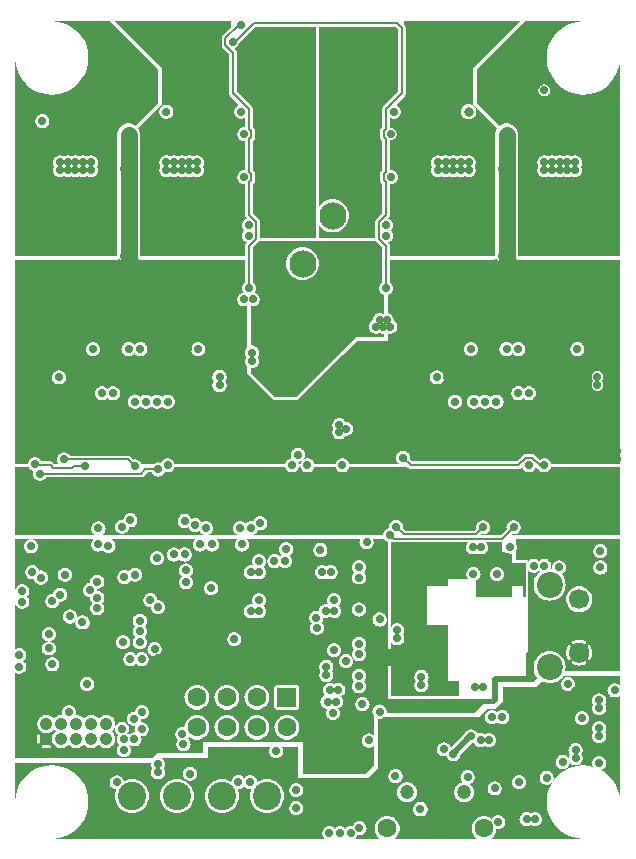
<source format=gbr>
G04 start of page 5 for group 3 idx 3 *
G04 Title: (unknown), power *
G04 Creator: pcb 20140316 *
G04 CreationDate: Wed 10 Jul 2019 18:35:36 GMT UTC *
G04 For: kier *
G04 Format: Gerber/RS-274X *
G04 PCB-Dimensions (mil): 2755.91 3543.31 *
G04 PCB-Coordinate-Origin: lower left *
%MOIN*%
%FSLAX25Y25*%
%LNGROUP3*%
%ADD113C,0.0256*%
%ADD112C,0.0591*%
%ADD111C,0.0512*%
%ADD110C,0.0394*%
%ADD109C,0.0118*%
%ADD108C,0.0315*%
%ADD107C,0.0276*%
%ADD106C,0.0413*%
%ADD105C,0.0472*%
%ADD104C,0.0945*%
%ADD103C,0.0630*%
%ADD102C,0.0906*%
%ADD101C,0.1260*%
%ADD100C,0.0866*%
%ADD99C,0.0669*%
%ADD98C,0.0059*%
%ADD97C,0.0197*%
%ADD96C,0.0551*%
%ADD95C,0.0001*%
G54D95*G36*
X141142Y311516D02*Y241142D01*
X122539D01*
Y246407D01*
X122543Y246457D01*
X122528Y246657D01*
X122528Y246657D01*
X122481Y246853D01*
X122403Y247039D01*
X122298Y247211D01*
X122167Y247364D01*
X122129Y247397D01*
X120177Y249349D01*
Y259116D01*
X120554Y259493D01*
X120593Y259526D01*
X120723Y259678D01*
X120723Y259679D01*
X120829Y259850D01*
X120906Y260036D01*
X120953Y260232D01*
X120969Y260433D01*
X120965Y260483D01*
Y262351D01*
X120969Y262402D01*
X120953Y262602D01*
X120953Y262602D01*
X120906Y262798D01*
X120829Y262984D01*
X120723Y263156D01*
X120593Y263309D01*
X120554Y263342D01*
X120177Y263719D01*
Y273486D01*
X120554Y273863D01*
X120593Y273896D01*
X120723Y274049D01*
X120723Y274049D01*
X120829Y274220D01*
X120906Y274407D01*
X120953Y274602D01*
X120969Y274803D01*
X120965Y274853D01*
Y276722D01*
X120969Y276772D01*
X120953Y276972D01*
X120953Y276972D01*
X120906Y277168D01*
X120829Y277354D01*
X120723Y277526D01*
X120593Y277679D01*
X120554Y277712D01*
X120177Y278089D01*
Y284005D01*
X120181Y284055D01*
X120165Y284256D01*
X120165Y284256D01*
X120118Y284452D01*
X120041Y284638D01*
X119936Y284810D01*
X119805Y284963D01*
X119767Y284995D01*
X114862Y289900D01*
Y302903D01*
X114866Y302953D01*
X114850Y303153D01*
X114850Y303154D01*
X114803Y303349D01*
X114726Y303535D01*
X114621Y303707D01*
X114621Y303707D01*
X114490Y303860D01*
X114452Y303893D01*
X114173Y304172D01*
Y304613D01*
X114193Y304618D01*
X114479Y304737D01*
X114743Y304899D01*
X114979Y305100D01*
X115180Y305335D01*
X115342Y305600D01*
X115384Y305700D01*
X121199Y311516D01*
X141142D01*
G37*
G36*
X160925Y241142D02*X142323D01*
Y245219D01*
X142823Y244634D01*
X143483Y244070D01*
X144222Y243617D01*
X145024Y243285D01*
X145867Y243083D01*
X146732Y243014D01*
X147597Y243083D01*
X148441Y243285D01*
X149242Y243617D01*
X149982Y244070D01*
X150642Y244634D01*
X151205Y245294D01*
X151658Y246033D01*
X151990Y246835D01*
X152193Y247678D01*
X152244Y248543D01*
X152193Y249408D01*
X151990Y250252D01*
X151658Y251053D01*
X151205Y251793D01*
X150642Y252453D01*
X149982Y253016D01*
X149242Y253470D01*
X148441Y253802D01*
X147597Y254004D01*
X146732Y254072D01*
X145867Y254004D01*
X145024Y253802D01*
X144222Y253470D01*
X143483Y253016D01*
X142823Y252453D01*
X142323Y251867D01*
Y311516D01*
X167777D01*
X168602Y310690D01*
Y289900D01*
X163698Y284995D01*
X163659Y284963D01*
X163529Y284810D01*
X163423Y284638D01*
X163346Y284452D01*
X163299Y284256D01*
X163299Y284255D01*
X163283Y284055D01*
X163287Y284005D01*
Y278089D01*
X162910Y277712D01*
X162872Y277679D01*
X162741Y277526D01*
X162636Y277354D01*
X162559Y277168D01*
X162512Y276972D01*
X162512Y276972D01*
X162496Y276772D01*
X162500Y276722D01*
Y274853D01*
X162496Y274803D01*
X162512Y274602D01*
Y274602D01*
X162559Y274407D01*
X162636Y274220D01*
X162676Y274155D01*
X162741Y274049D01*
X162741Y274049D01*
X162872Y273896D01*
X162910Y273863D01*
X163287Y273486D01*
Y263719D01*
X162910Y263342D01*
X162872Y263309D01*
X162741Y263156D01*
X162636Y262984D01*
X162559Y262798D01*
X162512Y262602D01*
X162512Y262602D01*
X162496Y262402D01*
X162500Y262352D01*
Y260483D01*
X162496Y260433D01*
X162512Y260232D01*
Y260232D01*
X162559Y260036D01*
X162636Y259850D01*
X162676Y259785D01*
X162741Y259679D01*
X162741Y259679D01*
X162872Y259526D01*
X162910Y259493D01*
X163287Y259116D01*
Y249349D01*
X161335Y247397D01*
X161297Y247364D01*
X161166Y247211D01*
X161061Y247039D01*
X160984Y246853D01*
X160937Y246657D01*
X160937Y246657D01*
X160921Y246457D01*
X160925Y246407D01*
Y241142D01*
G37*
G36*
X117618Y235039D02*X96453D01*
Y261410D01*
X96457Y261410D01*
X96827Y261439D01*
X97189Y261526D01*
X97532Y261668D01*
X97736Y261793D01*
X97940Y261668D01*
X98284Y261526D01*
X98645Y261439D01*
X99016Y261410D01*
X99386Y261439D01*
X99748Y261526D01*
X100091Y261668D01*
X100295Y261793D01*
X100499Y261668D01*
X100843Y261526D01*
X101204Y261439D01*
X101575Y261410D01*
X101945Y261439D01*
X102307Y261526D01*
X102651Y261668D01*
X102968Y261863D01*
X103250Y262104D01*
X103492Y262387D01*
X103686Y262704D01*
X103828Y263047D01*
X103915Y263409D01*
X103937Y263780D01*
X103915Y264150D01*
X103828Y264512D01*
X103686Y264855D01*
X103561Y265059D01*
X103686Y265263D01*
X103828Y265606D01*
X103915Y265968D01*
X103937Y266339D01*
X103915Y266709D01*
X103828Y267071D01*
X103686Y267414D01*
X103492Y267731D01*
X103250Y268014D01*
X102968Y268256D01*
X102651Y268450D01*
X102307Y268592D01*
X101945Y268679D01*
X101575Y268708D01*
X101204Y268679D01*
X100843Y268592D01*
X100499Y268450D01*
X100295Y268325D01*
X100091Y268450D01*
X99748Y268592D01*
X99386Y268679D01*
X99016Y268708D01*
X98645Y268679D01*
X98284Y268592D01*
X97940Y268450D01*
X97736Y268325D01*
X97532Y268450D01*
X97189Y268592D01*
X96827Y268679D01*
X96457Y268708D01*
X96453Y268708D01*
Y313386D01*
X112992D01*
Y311455D01*
X110154Y308617D01*
X110116Y308585D01*
X109985Y308432D01*
X109880Y308260D01*
X109803Y308074D01*
X109756Y307878D01*
X109756Y307878D01*
X109740Y307677D01*
X109744Y307627D01*
Y305562D01*
X109740Y305512D01*
X109756Y305311D01*
Y305311D01*
X109803Y305115D01*
X109880Y304929D01*
X109920Y304864D01*
X109985Y304757D01*
X109985Y304757D01*
X110116Y304604D01*
X110154Y304572D01*
X112303Y302423D01*
Y289420D01*
X112299Y289370D01*
X112315Y289169D01*
X112362Y288973D01*
X112439Y288787D01*
X112544Y288616D01*
X112544Y288616D01*
X112675Y288463D01*
X112713Y288430D01*
X115619Y285524D01*
X115606Y285521D01*
X115263Y285379D01*
X114946Y285185D01*
X114663Y284943D01*
X114422Y284660D01*
X114227Y284343D01*
X114085Y284000D01*
X113998Y283638D01*
X113969Y283268D01*
X113998Y282897D01*
X114085Y282536D01*
X114227Y282192D01*
X114422Y281875D01*
X114663Y281592D01*
X114946Y281351D01*
X115263Y281156D01*
X115606Y281014D01*
X115968Y280927D01*
X116339Y280898D01*
X116709Y280927D01*
X117071Y281014D01*
X117414Y281156D01*
X117618Y281281D01*
Y278134D01*
X117323Y278157D01*
X116952Y278128D01*
X116591Y278041D01*
X116247Y277899D01*
X115930Y277704D01*
X115647Y277463D01*
X115406Y277180D01*
X115212Y276863D01*
X115069Y276520D01*
X114983Y276158D01*
X114953Y275787D01*
X114983Y275417D01*
X115069Y275055D01*
X115212Y274712D01*
X115406Y274395D01*
X115647Y274112D01*
X115930Y273870D01*
X116247Y273676D01*
X116591Y273534D01*
X116952Y273447D01*
X117323Y273418D01*
X117618Y273441D01*
Y263764D01*
X117323Y263787D01*
X116952Y263758D01*
X116591Y263671D01*
X116247Y263529D01*
X115930Y263334D01*
X115647Y263093D01*
X115406Y262810D01*
X115212Y262493D01*
X115069Y262150D01*
X114983Y261788D01*
X114953Y261417D01*
X114983Y261047D01*
X115069Y260685D01*
X115212Y260342D01*
X115406Y260025D01*
X115647Y259742D01*
X115930Y259500D01*
X116247Y259306D01*
X116591Y259164D01*
X116952Y259077D01*
X117323Y259048D01*
X117618Y259071D01*
Y248869D01*
X117614Y248819D01*
X117630Y248618D01*
Y248618D01*
X117677Y248422D01*
X117754Y248236D01*
X117794Y248171D01*
X117859Y248064D01*
X117859Y248064D01*
X117990Y247911D01*
X118028Y247879D01*
X118178Y247729D01*
X118165Y247726D01*
X117822Y247584D01*
X117505Y247389D01*
X117222Y247148D01*
X116981Y246865D01*
X116786Y246548D01*
X116644Y246205D01*
X116557Y245843D01*
X116528Y245472D01*
X116557Y245102D01*
X116644Y244740D01*
X116786Y244397D01*
X116981Y244080D01*
X117222Y243797D01*
X117335Y243701D01*
X117222Y243605D01*
X116981Y243322D01*
X116786Y243005D01*
X116644Y242661D01*
X116557Y242300D01*
X116528Y241929D01*
X116557Y241558D01*
X116644Y241197D01*
X116786Y240853D01*
X116981Y240536D01*
X117222Y240254D01*
X117505Y240012D01*
X117822Y239818D01*
X118165Y239676D01*
X118178Y239673D01*
X118028Y239523D01*
X117990Y239490D01*
X117859Y239337D01*
X117754Y239165D01*
X117677Y238979D01*
X117630Y238783D01*
X117630Y238783D01*
X117614Y238583D01*
X117618Y238533D01*
Y235039D01*
G37*
G36*
X91335Y313386D02*X96453D01*
Y268708D01*
X96086Y268679D01*
X95724Y268592D01*
X95381Y268450D01*
X95177Y268325D01*
X94973Y268450D01*
X94630Y268592D01*
X94268Y268679D01*
X93898Y268708D01*
X93527Y268679D01*
X93165Y268592D01*
X92822Y268450D01*
X92618Y268325D01*
X92414Y268450D01*
X92071Y268592D01*
X91709Y268679D01*
X91339Y268708D01*
X91335Y268708D01*
Y280899D01*
X91339Y280898D01*
X91709Y280927D01*
X92071Y281014D01*
X92414Y281156D01*
X92731Y281351D01*
X93014Y281592D01*
X93256Y281875D01*
X93450Y282192D01*
X93592Y282536D01*
X93679Y282897D01*
X93701Y283268D01*
X93679Y283638D01*
X93592Y284000D01*
X93450Y284343D01*
X93256Y284660D01*
X93014Y284943D01*
X92731Y285185D01*
X92414Y285379D01*
X92071Y285521D01*
X91709Y285608D01*
X91339Y285637D01*
X91335Y285637D01*
Y313386D01*
G37*
G36*
X96453Y235039D02*X91335D01*
Y261410D01*
X91339Y261410D01*
X91709Y261439D01*
X92071Y261526D01*
X92414Y261668D01*
X92618Y261793D01*
X92822Y261668D01*
X93165Y261526D01*
X93527Y261439D01*
X93898Y261410D01*
X94268Y261439D01*
X94630Y261526D01*
X94973Y261668D01*
X95177Y261793D01*
X95381Y261668D01*
X95724Y261526D01*
X96086Y261439D01*
X96453Y261410D01*
Y235039D01*
G37*
G36*
X91335D02*X82480D01*
Y275591D01*
X82446Y276177D01*
X82308Y276750D01*
X82083Y277294D01*
X81834Y277700D01*
X89764Y285630D01*
Y297835D01*
X74213Y313386D01*
X91335D01*
Y285637D01*
X90968Y285608D01*
X90606Y285521D01*
X90263Y285379D01*
X89946Y285185D01*
X89663Y284943D01*
X89422Y284660D01*
X89227Y284343D01*
X89085Y284000D01*
X88998Y283638D01*
X88969Y283268D01*
X88998Y282897D01*
X89085Y282536D01*
X89227Y282192D01*
X89422Y281875D01*
X89663Y281592D01*
X89946Y281351D01*
X90263Y281156D01*
X90606Y281014D01*
X90968Y280927D01*
X91335Y280899D01*
Y268708D01*
X90968Y268679D01*
X90606Y268592D01*
X90263Y268450D01*
X89946Y268256D01*
X89663Y268014D01*
X89422Y267731D01*
X89227Y267414D01*
X89085Y267071D01*
X88998Y266709D01*
X88969Y266339D01*
X88998Y265968D01*
X89085Y265606D01*
X89227Y265263D01*
X89352Y265059D01*
X89227Y264855D01*
X89085Y264512D01*
X88998Y264150D01*
X88969Y263780D01*
X88998Y263409D01*
X89085Y263047D01*
X89227Y262704D01*
X89422Y262387D01*
X89663Y262104D01*
X89946Y261863D01*
X90263Y261668D01*
X90606Y261526D01*
X90968Y261439D01*
X91335Y261410D01*
Y235039D01*
G37*
G36*
X235036Y233858D02*X242520D01*
Y165945D01*
X235036D01*
Y190152D01*
X235039Y190151D01*
X235348Y190176D01*
X235650Y190248D01*
X235936Y190367D01*
X236200Y190529D01*
X236436Y190730D01*
X236637Y190965D01*
X236799Y191230D01*
X236917Y191516D01*
X236990Y191817D01*
X237008Y192126D01*
X236990Y192435D01*
X236917Y192736D01*
X236799Y193022D01*
X236637Y193287D01*
X236451Y193504D01*
X236637Y193721D01*
X236799Y193985D01*
X236917Y194272D01*
X236990Y194573D01*
X237008Y194882D01*
X236990Y195191D01*
X236917Y195492D01*
X236799Y195778D01*
X236637Y196043D01*
X236436Y196278D01*
X236200Y196479D01*
X235936Y196641D01*
X235650Y196760D01*
X235348Y196832D01*
X235039Y196856D01*
X235036Y196856D01*
Y233858D01*
G37*
G36*
X228343D02*X235036D01*
Y196856D01*
X234730Y196832D01*
X234429Y196760D01*
X234143Y196641D01*
X233879Y196479D01*
X233643Y196278D01*
X233442Y196043D01*
X233280Y195778D01*
X233161Y195492D01*
X233089Y195191D01*
X233065Y194882D01*
X233089Y194573D01*
X233161Y194272D01*
X233280Y193985D01*
X233442Y193721D01*
X233628Y193504D01*
X233442Y193287D01*
X233280Y193022D01*
X233161Y192736D01*
X233089Y192435D01*
X233065Y192126D01*
X233089Y191817D01*
X233161Y191516D01*
X233280Y191230D01*
X233442Y190965D01*
X233643Y190730D01*
X233879Y190529D01*
X234143Y190367D01*
X234429Y190248D01*
X234730Y190176D01*
X235036Y190152D01*
Y165945D01*
X228343D01*
Y201765D01*
X228346Y201764D01*
X228717Y201794D01*
X229079Y201880D01*
X229422Y202023D01*
X229739Y202217D01*
X230022Y202458D01*
X230263Y202741D01*
X230458Y203058D01*
X230600Y203402D01*
X230687Y203763D01*
X230709Y204134D01*
X230687Y204505D01*
X230600Y204866D01*
X230458Y205210D01*
X230263Y205527D01*
X230022Y205809D01*
X229739Y206051D01*
X229422Y206245D01*
X229079Y206387D01*
X228717Y206474D01*
X228346Y206503D01*
X228343Y206503D01*
Y233858D01*
G37*
G36*
X206689Y220046D02*X206930Y220193D01*
X207377Y220576D01*
X207760Y221023D01*
X208067Y221525D01*
X208292Y222069D01*
X208430Y222641D01*
X208465Y223228D01*
Y233858D01*
X228343D01*
Y206503D01*
X227976Y206474D01*
X227614Y206387D01*
X227271Y206245D01*
X226954Y206051D01*
X226671Y205809D01*
X226430Y205527D01*
X226235Y205210D01*
X226093Y204866D01*
X226006Y204505D01*
X225977Y204134D01*
X226006Y203763D01*
X226093Y203402D01*
X226235Y203058D01*
X226430Y202741D01*
X226671Y202458D01*
X226954Y202217D01*
X227271Y202023D01*
X227614Y201880D01*
X227976Y201794D01*
X228343Y201765D01*
Y165945D01*
X219610D01*
X219576Y166087D01*
X219434Y166430D01*
X219240Y166747D01*
X218998Y167030D01*
X218716Y167271D01*
X218399Y167466D01*
X218055Y167608D01*
X217694Y167695D01*
X217323Y167724D01*
X216952Y167695D01*
X216591Y167608D01*
X216247Y167466D01*
X215930Y167271D01*
X215774Y167138D01*
X214129Y168783D01*
X214097Y168821D01*
X213943Y168952D01*
X213772Y169057D01*
X213586Y169134D01*
X213390Y169181D01*
X213389Y169181D01*
X213189Y169197D01*
X213139Y169193D01*
X211271D01*
X211220Y169197D01*
X211020Y169181D01*
X210824Y169134D01*
X210638Y169057D01*
X210466Y168952D01*
X210466Y168952D01*
X210313Y168821D01*
X210280Y168783D01*
X208131Y166634D01*
X206689D01*
Y188067D01*
X206744Y187977D01*
X206986Y187695D01*
X207269Y187453D01*
X207586Y187259D01*
X207929Y187117D01*
X208291Y187030D01*
X208661Y187001D01*
X209032Y187030D01*
X209394Y187117D01*
X209737Y187259D01*
X210054Y187453D01*
X210337Y187695D01*
X210433Y187807D01*
X210529Y187695D01*
X210812Y187453D01*
X211129Y187259D01*
X211473Y187117D01*
X211834Y187030D01*
X212205Y187001D01*
X212575Y187030D01*
X212937Y187117D01*
X213280Y187259D01*
X213597Y187453D01*
X213880Y187695D01*
X214122Y187977D01*
X214316Y188294D01*
X214458Y188638D01*
X214545Y188999D01*
X214567Y189370D01*
X214545Y189741D01*
X214458Y190102D01*
X214316Y190446D01*
X214122Y190763D01*
X213880Y191046D01*
X213597Y191287D01*
X213280Y191481D01*
X212937Y191624D01*
X212575Y191710D01*
X212205Y191740D01*
X211834Y191710D01*
X211473Y191624D01*
X211129Y191481D01*
X210812Y191287D01*
X210529Y191046D01*
X210433Y190933D01*
X210337Y191046D01*
X210054Y191287D01*
X209737Y191481D01*
X209394Y191624D01*
X209032Y191710D01*
X208661Y191740D01*
X208291Y191710D01*
X207929Y191624D01*
X207586Y191481D01*
X207269Y191287D01*
X206986Y191046D01*
X206744Y190763D01*
X206689Y190673D01*
Y202819D01*
X206693Y202825D01*
X206744Y202741D01*
X206986Y202458D01*
X207269Y202217D01*
X207586Y202023D01*
X207929Y201880D01*
X208291Y201794D01*
X208661Y201764D01*
X209032Y201794D01*
X209394Y201880D01*
X209737Y202023D01*
X210054Y202217D01*
X210337Y202458D01*
X210578Y202741D01*
X210773Y203058D01*
X210915Y203402D01*
X211002Y203763D01*
X211024Y204134D01*
X211002Y204505D01*
X210915Y204866D01*
X210773Y205210D01*
X210578Y205527D01*
X210337Y205809D01*
X210054Y206051D01*
X209737Y206245D01*
X209394Y206387D01*
X209032Y206474D01*
X208661Y206503D01*
X208291Y206474D01*
X207929Y206387D01*
X207586Y206245D01*
X207269Y206051D01*
X206986Y205809D01*
X206744Y205527D01*
X206693Y205442D01*
X206689Y205448D01*
Y220046D01*
G37*
G36*
X192910Y233858D02*X200984D01*
Y223228D01*
X201019Y222641D01*
X201156Y222069D01*
X201382Y221525D01*
X201689Y221023D01*
X202072Y220576D01*
X202519Y220193D01*
X203021Y219886D01*
X203565Y219660D01*
X204138Y219523D01*
X204724Y219477D01*
X205311Y219523D01*
X205884Y219660D01*
X206428Y219886D01*
X206689Y220046D01*
Y205448D01*
X206641Y205527D01*
X206400Y205809D01*
X206117Y206051D01*
X205800Y206245D01*
X205457Y206387D01*
X205095Y206474D01*
X204724Y206503D01*
X204354Y206474D01*
X203992Y206387D01*
X203649Y206245D01*
X203332Y206051D01*
X203049Y205809D01*
X202807Y205527D01*
X202613Y205210D01*
X202471Y204866D01*
X202384Y204505D01*
X202355Y204134D01*
X202384Y203763D01*
X202471Y203402D01*
X202613Y203058D01*
X202807Y202741D01*
X203049Y202458D01*
X203332Y202217D01*
X203649Y202023D01*
X203992Y201880D01*
X204354Y201794D01*
X204724Y201764D01*
X205095Y201794D01*
X205457Y201880D01*
X205800Y202023D01*
X206117Y202217D01*
X206400Y202458D01*
X206641Y202741D01*
X206689Y202819D01*
Y190673D01*
X206550Y190446D01*
X206408Y190102D01*
X206321Y189741D01*
X206292Y189370D01*
X206321Y188999D01*
X206408Y188638D01*
X206550Y188294D01*
X206689Y188067D01*
Y166634D01*
X192910D01*
Y184467D01*
X193165Y184361D01*
X193527Y184274D01*
X193898Y184245D01*
X194268Y184274D01*
X194630Y184361D01*
X194973Y184503D01*
X195290Y184697D01*
X195573Y184939D01*
X195768Y185167D01*
X195962Y184939D01*
X196245Y184697D01*
X196562Y184503D01*
X196906Y184361D01*
X197267Y184274D01*
X197638Y184245D01*
X198008Y184274D01*
X198370Y184361D01*
X198714Y184503D01*
X199031Y184697D01*
X199313Y184939D01*
X199508Y185167D01*
X199702Y184939D01*
X199985Y184697D01*
X200302Y184503D01*
X200646Y184361D01*
X201007Y184274D01*
X201378Y184245D01*
X201749Y184274D01*
X202110Y184361D01*
X202454Y184503D01*
X202771Y184697D01*
X203053Y184939D01*
X203295Y185221D01*
X203489Y185538D01*
X203631Y185882D01*
X203718Y186244D01*
X203740Y186614D01*
X203718Y186985D01*
X203631Y187346D01*
X203489Y187690D01*
X203295Y188007D01*
X203053Y188290D01*
X202771Y188531D01*
X202454Y188725D01*
X202110Y188868D01*
X201749Y188954D01*
X201378Y188984D01*
X201007Y188954D01*
X200646Y188868D01*
X200302Y188725D01*
X199985Y188531D01*
X199702Y188290D01*
X199508Y188062D01*
X199313Y188290D01*
X199031Y188531D01*
X198714Y188725D01*
X198370Y188868D01*
X198008Y188954D01*
X197638Y188984D01*
X197267Y188954D01*
X196906Y188868D01*
X196562Y188725D01*
X196245Y188531D01*
X195962Y188290D01*
X195768Y188062D01*
X195573Y188290D01*
X195290Y188531D01*
X194973Y188725D01*
X194630Y188868D01*
X194268Y188954D01*
X193898Y188984D01*
X193527Y188954D01*
X193165Y188868D01*
X192910Y188762D01*
Y201765D01*
X192913Y201764D01*
X193284Y201794D01*
X193646Y201880D01*
X193989Y202023D01*
X194306Y202217D01*
X194589Y202458D01*
X194830Y202741D01*
X195025Y203058D01*
X195167Y203402D01*
X195254Y203763D01*
X195276Y204134D01*
X195254Y204505D01*
X195167Y204866D01*
X195025Y205210D01*
X194830Y205527D01*
X194589Y205809D01*
X194306Y206051D01*
X193989Y206245D01*
X193646Y206387D01*
X193284Y206474D01*
X192913Y206503D01*
X192910Y206503D01*
Y233858D01*
G37*
G36*
X187595D02*X192910D01*
Y206503D01*
X192543Y206474D01*
X192181Y206387D01*
X191838Y206245D01*
X191521Y206051D01*
X191238Y205809D01*
X190996Y205527D01*
X190802Y205210D01*
X190660Y204866D01*
X190573Y204505D01*
X190544Y204134D01*
X190573Y203763D01*
X190660Y203402D01*
X190802Y203058D01*
X190996Y202741D01*
X191238Y202458D01*
X191521Y202217D01*
X191838Y202023D01*
X192181Y201880D01*
X192543Y201794D01*
X192910Y201765D01*
Y188762D01*
X192822Y188725D01*
X192505Y188531D01*
X192222Y188290D01*
X191981Y188007D01*
X191786Y187690D01*
X191644Y187346D01*
X191557Y186985D01*
X191528Y186614D01*
X191557Y186244D01*
X191644Y185882D01*
X191786Y185538D01*
X191981Y185221D01*
X192222Y184939D01*
X192505Y184697D01*
X192822Y184503D01*
X192910Y184467D01*
Y166634D01*
X187595D01*
Y184245D01*
X187598Y184245D01*
X187969Y184274D01*
X188331Y184361D01*
X188674Y184503D01*
X188991Y184697D01*
X189274Y184939D01*
X189515Y185221D01*
X189710Y185538D01*
X189852Y185882D01*
X189939Y186244D01*
X189961Y186614D01*
X189939Y186985D01*
X189852Y187346D01*
X189710Y187690D01*
X189515Y188007D01*
X189274Y188290D01*
X188991Y188531D01*
X188674Y188725D01*
X188331Y188868D01*
X187969Y188954D01*
X187598Y188984D01*
X187595Y188983D01*
Y233858D01*
G37*
G36*
X181492D02*X187595D01*
Y188983D01*
X187228Y188954D01*
X186866Y188868D01*
X186523Y188725D01*
X186206Y188531D01*
X185923Y188290D01*
X185681Y188007D01*
X185487Y187690D01*
X185345Y187346D01*
X185258Y186985D01*
X185229Y186614D01*
X185258Y186244D01*
X185345Y185882D01*
X185487Y185538D01*
X185681Y185221D01*
X185923Y184939D01*
X186206Y184697D01*
X186523Y184503D01*
X186866Y184361D01*
X187228Y184274D01*
X187595Y184245D01*
Y166634D01*
X181492D01*
Y192316D01*
X181496Y192316D01*
X181867Y192345D01*
X182228Y192432D01*
X182572Y192574D01*
X182889Y192768D01*
X183172Y193010D01*
X183413Y193292D01*
X183607Y193609D01*
X183750Y193953D01*
X183836Y194314D01*
X183858Y194685D01*
X183836Y195056D01*
X183750Y195417D01*
X183607Y195761D01*
X183413Y196078D01*
X183172Y196361D01*
X182889Y196602D01*
X182572Y196796D01*
X182228Y196939D01*
X181867Y197025D01*
X181496Y197055D01*
X181492Y197054D01*
Y233858D01*
G37*
G36*
X150095Y202063D02*X154921Y206890D01*
X165157D01*
Y209384D01*
X165213Y209361D01*
X165574Y209274D01*
X165945Y209245D01*
X166316Y209274D01*
X166677Y209361D01*
X167021Y209503D01*
X167338Y209697D01*
X167620Y209939D01*
X167862Y210221D01*
X168056Y210538D01*
X168198Y210882D01*
X168285Y211244D01*
X168307Y211614D01*
X168285Y211985D01*
X168198Y212346D01*
X168056Y212690D01*
X167862Y213007D01*
X167620Y213290D01*
X167338Y213531D01*
X167119Y213665D01*
X167126Y213780D01*
X167104Y214150D01*
X167017Y214512D01*
X166875Y214855D01*
X166681Y215172D01*
X166439Y215455D01*
X166157Y215696D01*
X165840Y215891D01*
X165496Y216033D01*
X165157Y216114D01*
Y222122D01*
X165299Y222156D01*
X165643Y222298D01*
X165960Y222492D01*
X166242Y222734D01*
X166484Y223017D01*
X166678Y223334D01*
X166820Y223677D01*
X166907Y224039D01*
X166929Y224409D01*
X166907Y224780D01*
X166820Y225142D01*
X166678Y225485D01*
X166484Y225802D01*
X166242Y226085D01*
X165960Y226326D01*
X165846Y226396D01*
Y233858D01*
X181492D01*
Y197054D01*
X181125Y197025D01*
X180764Y196939D01*
X180420Y196796D01*
X180103Y196602D01*
X179821Y196361D01*
X179579Y196078D01*
X179385Y195761D01*
X179243Y195417D01*
X179156Y195056D01*
X179127Y194685D01*
X179156Y194314D01*
X179243Y193953D01*
X179385Y193609D01*
X179579Y193292D01*
X179821Y193010D01*
X180103Y192768D01*
X180420Y192574D01*
X180764Y192432D01*
X181125Y192345D01*
X181492Y192316D01*
Y166634D01*
X173365D01*
X172585Y167414D01*
X172616Y167543D01*
X172638Y167913D01*
X172616Y168284D01*
X172529Y168646D01*
X172387Y168989D01*
X172193Y169306D01*
X171951Y169589D01*
X171668Y169830D01*
X171351Y170025D01*
X171008Y170167D01*
X170646Y170254D01*
X170276Y170283D01*
X169905Y170254D01*
X169543Y170167D01*
X169200Y170025D01*
X168883Y169830D01*
X168600Y169589D01*
X168359Y169306D01*
X168164Y168989D01*
X168022Y168646D01*
X167935Y168284D01*
X167906Y167913D01*
X167935Y167543D01*
X168022Y167181D01*
X168164Y166838D01*
X168359Y166521D01*
X168600Y166238D01*
X168883Y165996D01*
X168967Y165945D01*
X152288D01*
X152254Y166087D01*
X152111Y166430D01*
X151917Y166747D01*
X151675Y167030D01*
X151393Y167271D01*
X151076Y167466D01*
X150732Y167608D01*
X150371Y167695D01*
X150095Y167716D01*
Y174269D01*
X150408Y174461D01*
X150691Y174702D01*
X150933Y174985D01*
X151064Y175199D01*
X151181Y175190D01*
X151552Y175219D01*
X151913Y175306D01*
X152257Y175448D01*
X152574Y175642D01*
X152857Y175884D01*
X153098Y176166D01*
X153292Y176483D01*
X153435Y176827D01*
X153521Y177188D01*
X153543Y177559D01*
X153521Y177930D01*
X153435Y178291D01*
X153292Y178635D01*
X153098Y178952D01*
X152857Y179235D01*
X152574Y179476D01*
X152257Y179670D01*
X151913Y179813D01*
X151552Y179899D01*
X151181Y179929D01*
X151064Y179919D01*
X150933Y180133D01*
X150691Y180416D01*
X150408Y180657D01*
X150095Y180849D01*
Y202063D01*
G37*
G36*
X109051Y233858D02*X117618D01*
Y226396D01*
X117505Y226326D01*
X117222Y226085D01*
X116981Y225802D01*
X116786Y225485D01*
X116644Y225142D01*
X116557Y224780D01*
X116528Y224409D01*
X116557Y224039D01*
X116644Y223677D01*
X116786Y223334D01*
X116981Y223017D01*
X116985Y223012D01*
X116952Y223010D01*
X116591Y222923D01*
X116247Y222781D01*
X115930Y222586D01*
X115647Y222345D01*
X115406Y222062D01*
X115212Y221745D01*
X115069Y221402D01*
X114983Y221040D01*
X114953Y220669D01*
X114983Y220299D01*
X115069Y219937D01*
X115212Y219594D01*
X115406Y219277D01*
X115647Y218994D01*
X115930Y218752D01*
X116247Y218558D01*
X116591Y218416D01*
X116952Y218329D01*
X117323Y218300D01*
X117694Y218329D01*
X118055Y218416D01*
X118307Y218520D01*
Y204714D01*
X118206Y204628D01*
X117965Y204346D01*
X117771Y204028D01*
X117628Y203685D01*
X117542Y203323D01*
X117512Y202953D01*
X117542Y202582D01*
X117628Y202221D01*
X117771Y201877D01*
X117956Y201575D01*
X117771Y201273D01*
X117628Y200929D01*
X117542Y200568D01*
X117512Y200197D01*
X117542Y199826D01*
X117628Y199465D01*
X117771Y199121D01*
X117965Y198804D01*
X118206Y198521D01*
X118307Y198435D01*
Y195866D01*
X127165Y187008D01*
X135039D01*
X150095Y202063D01*
Y180849D01*
X150091Y180851D01*
X149748Y180994D01*
X149386Y181080D01*
X149016Y181110D01*
X148645Y181080D01*
X148284Y180994D01*
X147940Y180851D01*
X147623Y180657D01*
X147340Y180416D01*
X147099Y180133D01*
X146905Y179816D01*
X146762Y179472D01*
X146675Y179111D01*
X146646Y178740D01*
X146675Y178369D01*
X146762Y178008D01*
X146905Y177664D01*
X146969Y177559D01*
X146905Y177454D01*
X146762Y177110D01*
X146675Y176749D01*
X146646Y176378D01*
X146675Y176007D01*
X146762Y175646D01*
X146905Y175302D01*
X147099Y174985D01*
X147340Y174702D01*
X147623Y174461D01*
X147940Y174267D01*
X148284Y174124D01*
X148645Y174038D01*
X149016Y174008D01*
X149386Y174038D01*
X149748Y174124D01*
X150091Y174267D01*
X150095Y174269D01*
Y167716D01*
X150000Y167724D01*
X149629Y167695D01*
X149268Y167608D01*
X148924Y167466D01*
X148607Y167271D01*
X148325Y167030D01*
X148083Y166747D01*
X147889Y166430D01*
X147746Y166087D01*
X147712Y165945D01*
X140673D01*
X140639Y166087D01*
X140497Y166430D01*
X140303Y166747D01*
X140061Y167030D01*
X139779Y167271D01*
X139462Y167466D01*
X139118Y167608D01*
X138756Y167695D01*
X138386Y167724D01*
X138015Y167695D01*
X137654Y167608D01*
X137310Y167466D01*
X136993Y167271D01*
X136710Y167030D01*
X136469Y166747D01*
X136275Y166430D01*
X136132Y166087D01*
X136098Y165945D01*
X135555D01*
X135521Y166087D01*
X135379Y166430D01*
X135315Y166534D01*
X135607Y166557D01*
X135968Y166644D01*
X136312Y166786D01*
X136629Y166981D01*
X136912Y167222D01*
X137153Y167505D01*
X137347Y167822D01*
X137490Y168165D01*
X137577Y168527D01*
X137598Y168898D01*
X137577Y169268D01*
X137490Y169630D01*
X137347Y169973D01*
X137153Y170290D01*
X136912Y170573D01*
X136629Y170815D01*
X136312Y171009D01*
X135968Y171151D01*
X135607Y171238D01*
X135236Y171267D01*
X134866Y171238D01*
X134504Y171151D01*
X134160Y171009D01*
X133843Y170815D01*
X133561Y170573D01*
X133319Y170290D01*
X133125Y169973D01*
X132983Y169630D01*
X132896Y169268D01*
X132867Y168898D01*
X132896Y168527D01*
X132983Y168165D01*
X133125Y167822D01*
X133189Y167718D01*
X132897Y167695D01*
X132536Y167608D01*
X132192Y167466D01*
X131875Y167271D01*
X131592Y167030D01*
X131351Y166747D01*
X131156Y166430D01*
X131014Y166087D01*
X130980Y165945D01*
X109051D01*
Y189757D01*
X109055Y189756D01*
X109426Y189786D01*
X109787Y189872D01*
X110131Y190015D01*
X110448Y190209D01*
X110731Y190450D01*
X110972Y190733D01*
X111166Y191050D01*
X111309Y191394D01*
X111395Y191755D01*
X111417Y192126D01*
X111395Y192497D01*
X111309Y192858D01*
X111166Y193202D01*
X110981Y193504D01*
X111166Y193806D01*
X111309Y194150D01*
X111395Y194511D01*
X111417Y194882D01*
X111395Y195253D01*
X111309Y195614D01*
X111166Y195958D01*
X110972Y196275D01*
X110731Y196557D01*
X110448Y196799D01*
X110131Y196993D01*
X109787Y197135D01*
X109426Y197222D01*
X109055Y197251D01*
X109051Y197251D01*
Y233858D01*
G37*
G36*
X101965D02*X109051D01*
Y197251D01*
X108684Y197222D01*
X108323Y197135D01*
X107979Y196993D01*
X107662Y196799D01*
X107380Y196557D01*
X107138Y196275D01*
X106944Y195958D01*
X106802Y195614D01*
X106715Y195253D01*
X106686Y194882D01*
X106715Y194511D01*
X106802Y194150D01*
X106944Y193806D01*
X107129Y193504D01*
X106944Y193202D01*
X106802Y192858D01*
X106715Y192497D01*
X106686Y192126D01*
X106715Y191755D01*
X106802Y191394D01*
X106944Y191050D01*
X107138Y190733D01*
X107380Y190450D01*
X107662Y190209D01*
X107979Y190015D01*
X108323Y189872D01*
X108684Y189786D01*
X109051Y189757D01*
Y165945D01*
X101965D01*
Y201765D01*
X101969Y201764D01*
X102339Y201794D01*
X102701Y201880D01*
X103044Y202023D01*
X103361Y202217D01*
X103644Y202458D01*
X103885Y202741D01*
X104080Y203058D01*
X104222Y203402D01*
X104309Y203763D01*
X104331Y204134D01*
X104309Y204505D01*
X104222Y204866D01*
X104080Y205210D01*
X103885Y205527D01*
X103644Y205809D01*
X103361Y206051D01*
X103044Y206245D01*
X102701Y206387D01*
X102339Y206474D01*
X101969Y206503D01*
X101965Y206503D01*
Y233858D01*
G37*
G36*
X80705Y220046D02*X80945Y220193D01*
X81393Y220576D01*
X81775Y221023D01*
X82083Y221525D01*
X82308Y222069D01*
X82446Y222641D01*
X82480Y223228D01*
Y233858D01*
X101965D01*
Y206503D01*
X101598Y206474D01*
X101236Y206387D01*
X100893Y206245D01*
X100576Y206051D01*
X100293Y205809D01*
X100052Y205527D01*
X99857Y205210D01*
X99715Y204866D01*
X99628Y204505D01*
X99599Y204134D01*
X99628Y203763D01*
X99715Y203402D01*
X99857Y203058D01*
X100052Y202741D01*
X100293Y202458D01*
X100576Y202217D01*
X100893Y202023D01*
X101236Y201880D01*
X101598Y201794D01*
X101965Y201765D01*
Y165945D01*
X94020D01*
X93986Y166087D01*
X93844Y166430D01*
X93649Y166747D01*
X93408Y167030D01*
X93125Y167271D01*
X92808Y167466D01*
X92464Y167608D01*
X92103Y167695D01*
X91732Y167724D01*
X91362Y167695D01*
X91000Y167608D01*
X90657Y167466D01*
X90340Y167271D01*
X90057Y167030D01*
X89815Y166747D01*
X89621Y166430D01*
X89505Y166151D01*
X89315Y166230D01*
X88953Y166317D01*
X88583Y166346D01*
X88212Y166317D01*
X87850Y166230D01*
X87507Y166088D01*
X87274Y165945D01*
X83055D01*
X83017Y166036D01*
X82822Y166353D01*
X82581Y166636D01*
X82298Y166878D01*
X81981Y167072D01*
X81638Y167214D01*
X81276Y167301D01*
X80906Y167330D01*
X80705Y167314D01*
Y184260D01*
X80906Y184245D01*
X81276Y184274D01*
X81638Y184361D01*
X81981Y184503D01*
X82298Y184697D01*
X82581Y184939D01*
X82677Y185051D01*
X82773Y184939D01*
X83056Y184697D01*
X83373Y184503D01*
X83717Y184361D01*
X84078Y184274D01*
X84449Y184245D01*
X84819Y184274D01*
X85181Y184361D01*
X85525Y184503D01*
X85842Y184697D01*
X86124Y184939D01*
X86319Y185167D01*
X86513Y184939D01*
X86796Y184697D01*
X87113Y184503D01*
X87457Y184361D01*
X87818Y184274D01*
X88189Y184245D01*
X88560Y184274D01*
X88921Y184361D01*
X89265Y184503D01*
X89582Y184697D01*
X89864Y184939D01*
X89961Y185051D01*
X90057Y184939D01*
X90340Y184697D01*
X90657Y184503D01*
X91000Y184361D01*
X91362Y184274D01*
X91732Y184245D01*
X92103Y184274D01*
X92464Y184361D01*
X92808Y184503D01*
X93125Y184697D01*
X93408Y184939D01*
X93649Y185221D01*
X93844Y185538D01*
X93986Y185882D01*
X94073Y186244D01*
X94094Y186614D01*
X94073Y186985D01*
X93986Y187346D01*
X93844Y187690D01*
X93649Y188007D01*
X93408Y188290D01*
X93125Y188531D01*
X92808Y188725D01*
X92464Y188868D01*
X92103Y188954D01*
X91732Y188984D01*
X91362Y188954D01*
X91000Y188868D01*
X90657Y188725D01*
X90340Y188531D01*
X90057Y188290D01*
X89961Y188177D01*
X89864Y188290D01*
X89582Y188531D01*
X89265Y188725D01*
X88921Y188868D01*
X88560Y188954D01*
X88189Y188984D01*
X87818Y188954D01*
X87457Y188868D01*
X87113Y188725D01*
X86796Y188531D01*
X86513Y188290D01*
X86319Y188062D01*
X86124Y188290D01*
X85842Y188531D01*
X85525Y188725D01*
X85181Y188868D01*
X84819Y188954D01*
X84449Y188984D01*
X84078Y188954D01*
X83717Y188868D01*
X83373Y188725D01*
X83056Y188531D01*
X82773Y188290D01*
X82677Y188177D01*
X82581Y188290D01*
X82298Y188531D01*
X81981Y188725D01*
X81638Y188868D01*
X81276Y188954D01*
X80906Y188984D01*
X80705Y188968D01*
Y202819D01*
X80709Y202825D01*
X80760Y202741D01*
X81002Y202458D01*
X81284Y202217D01*
X81601Y202023D01*
X81945Y201880D01*
X82306Y201794D01*
X82677Y201764D01*
X83048Y201794D01*
X83409Y201880D01*
X83753Y202023D01*
X84070Y202217D01*
X84353Y202458D01*
X84594Y202741D01*
X84788Y203058D01*
X84931Y203402D01*
X85017Y203763D01*
X85039Y204134D01*
X85017Y204505D01*
X84931Y204866D01*
X84788Y205210D01*
X84594Y205527D01*
X84353Y205809D01*
X84070Y206051D01*
X83753Y206245D01*
X83409Y206387D01*
X83048Y206474D01*
X82677Y206503D01*
X82306Y206474D01*
X81945Y206387D01*
X81601Y206245D01*
X81284Y206051D01*
X81002Y205809D01*
X80760Y205527D01*
X80709Y205442D01*
X80705Y205448D01*
Y220046D01*
G37*
G36*
X71748Y233858D02*X75000D01*
Y223228D01*
X75035Y222641D01*
X75172Y222069D01*
X75397Y221525D01*
X75705Y221023D01*
X76087Y220576D01*
X76535Y220193D01*
X77037Y219886D01*
X77581Y219660D01*
X78153Y219523D01*
X78740Y219477D01*
X79327Y219523D01*
X79899Y219660D01*
X80443Y219886D01*
X80705Y220046D01*
Y205448D01*
X80657Y205527D01*
X80416Y205809D01*
X80133Y206051D01*
X79816Y206245D01*
X79472Y206387D01*
X79111Y206474D01*
X78740Y206503D01*
X78369Y206474D01*
X78008Y206387D01*
X77664Y206245D01*
X77347Y206051D01*
X77065Y205809D01*
X76823Y205527D01*
X76629Y205210D01*
X76487Y204866D01*
X76400Y204505D01*
X76371Y204134D01*
X76400Y203763D01*
X76487Y203402D01*
X76629Y203058D01*
X76823Y202741D01*
X77065Y202458D01*
X77347Y202217D01*
X77664Y202023D01*
X78008Y201880D01*
X78369Y201794D01*
X78740Y201764D01*
X79111Y201794D01*
X79472Y201880D01*
X79816Y202023D01*
X80133Y202217D01*
X80416Y202458D01*
X80657Y202741D01*
X80705Y202819D01*
Y188968D01*
X80535Y188954D01*
X80173Y188868D01*
X79830Y188725D01*
X79513Y188531D01*
X79230Y188290D01*
X78989Y188007D01*
X78794Y187690D01*
X78652Y187346D01*
X78565Y186985D01*
X78536Y186614D01*
X78565Y186244D01*
X78652Y185882D01*
X78794Y185538D01*
X78989Y185221D01*
X79230Y184939D01*
X79513Y184697D01*
X79830Y184503D01*
X80173Y184361D01*
X80535Y184274D01*
X80705Y184260D01*
Y167314D01*
X80535Y167301D01*
X80406Y167270D01*
X79484Y168192D01*
X79451Y168230D01*
X79298Y168361D01*
X79298Y168361D01*
X79126Y168466D01*
X78940Y168543D01*
X78744Y168591D01*
X78744Y168591D01*
X78543Y168606D01*
X78493Y168602D01*
X71748D01*
Y187918D01*
X71752Y187922D01*
X71947Y187695D01*
X72229Y187453D01*
X72546Y187259D01*
X72890Y187117D01*
X73251Y187030D01*
X73622Y187001D01*
X73993Y187030D01*
X74354Y187117D01*
X74698Y187259D01*
X75015Y187453D01*
X75298Y187695D01*
X75539Y187977D01*
X75733Y188294D01*
X75876Y188638D01*
X75962Y188999D01*
X75984Y189370D01*
X75962Y189741D01*
X75876Y190102D01*
X75733Y190446D01*
X75539Y190763D01*
X75298Y191046D01*
X75015Y191287D01*
X74698Y191481D01*
X74354Y191624D01*
X73993Y191710D01*
X73622Y191740D01*
X73251Y191710D01*
X72890Y191624D01*
X72546Y191481D01*
X72229Y191287D01*
X71947Y191046D01*
X71752Y190818D01*
X71748Y190822D01*
Y233858D01*
G37*
G36*
X66925D02*X71748D01*
Y190822D01*
X71557Y191046D01*
X71275Y191287D01*
X70958Y191481D01*
X70614Y191624D01*
X70253Y191710D01*
X69882Y191740D01*
X69511Y191710D01*
X69150Y191624D01*
X68806Y191481D01*
X68489Y191287D01*
X68206Y191046D01*
X67965Y190763D01*
X67771Y190446D01*
X67628Y190102D01*
X67542Y189741D01*
X67512Y189370D01*
X67542Y188999D01*
X67628Y188638D01*
X67771Y188294D01*
X67965Y187977D01*
X68206Y187695D01*
X68489Y187453D01*
X68806Y187259D01*
X69150Y187117D01*
X69511Y187030D01*
X69882Y187001D01*
X70253Y187030D01*
X70614Y187117D01*
X70958Y187259D01*
X71275Y187453D01*
X71557Y187695D01*
X71748Y187918D01*
Y168602D01*
X66925D01*
Y201765D01*
X66929Y201764D01*
X67300Y201794D01*
X67661Y201880D01*
X68005Y202023D01*
X68322Y202217D01*
X68605Y202458D01*
X68846Y202741D01*
X69040Y203058D01*
X69183Y203402D01*
X69269Y203763D01*
X69291Y204134D01*
X69269Y204505D01*
X69183Y204866D01*
X69040Y205210D01*
X68846Y205527D01*
X68605Y205809D01*
X68322Y206051D01*
X68005Y206245D01*
X67661Y206387D01*
X67300Y206474D01*
X66929Y206503D01*
X66925Y206503D01*
Y233858D01*
G37*
G36*
X55508D02*X66925D01*
Y206503D01*
X66558Y206474D01*
X66197Y206387D01*
X65853Y206245D01*
X65536Y206051D01*
X65254Y205809D01*
X65012Y205527D01*
X64818Y205210D01*
X64676Y204866D01*
X64589Y204505D01*
X64560Y204134D01*
X64589Y203763D01*
X64676Y203402D01*
X64818Y203058D01*
X65012Y202741D01*
X65254Y202458D01*
X65536Y202217D01*
X65853Y202023D01*
X66197Y201880D01*
X66558Y201794D01*
X66925Y201765D01*
Y168602D01*
X59270D01*
X59200Y168716D01*
X58959Y168998D01*
X58676Y169240D01*
X58359Y169434D01*
X58016Y169576D01*
X57654Y169663D01*
X57283Y169692D01*
X56913Y169663D01*
X56551Y169576D01*
X56208Y169434D01*
X55891Y169240D01*
X55608Y168998D01*
X55508Y168881D01*
Y192316D01*
X55512Y192316D01*
X55882Y192345D01*
X56244Y192432D01*
X56588Y192574D01*
X56905Y192768D01*
X57187Y193010D01*
X57429Y193292D01*
X57623Y193609D01*
X57765Y193953D01*
X57852Y194314D01*
X57874Y194685D01*
X57852Y195056D01*
X57765Y195417D01*
X57623Y195761D01*
X57429Y196078D01*
X57187Y196361D01*
X56905Y196602D01*
X56588Y196796D01*
X56244Y196939D01*
X55882Y197025D01*
X55512Y197055D01*
X55508Y197054D01*
Y233858D01*
G37*
G36*
X40945D02*X55508D01*
Y197054D01*
X55141Y197025D01*
X54780Y196939D01*
X54436Y196796D01*
X54119Y196602D01*
X53836Y196361D01*
X53595Y196078D01*
X53401Y195761D01*
X53258Y195417D01*
X53171Y195056D01*
X53142Y194685D01*
X53171Y194314D01*
X53258Y193953D01*
X53401Y193609D01*
X53595Y193292D01*
X53836Y193010D01*
X54119Y192768D01*
X54436Y192574D01*
X54780Y192432D01*
X55141Y192345D01*
X55508Y192316D01*
Y168881D01*
X55367Y168716D01*
X55172Y168399D01*
X55030Y168055D01*
X54943Y167694D01*
X54914Y167323D01*
X54943Y166952D01*
X55030Y166591D01*
X55172Y166247D01*
X55357Y165945D01*
X53977D01*
X53697Y166225D01*
X53665Y166263D01*
X53511Y166394D01*
X53339Y166499D01*
X53153Y166576D01*
X52957Y166624D01*
X52957Y166624D01*
X52756Y166639D01*
X52706Y166635D01*
X49827D01*
X49749Y166824D01*
X49555Y167141D01*
X49313Y167424D01*
X49031Y167665D01*
X48714Y167859D01*
X48370Y168002D01*
X48008Y168088D01*
X47638Y168118D01*
X47267Y168088D01*
X46906Y168002D01*
X46562Y167859D01*
X46245Y167665D01*
X45962Y167424D01*
X45721Y167141D01*
X45527Y166824D01*
X45384Y166480D01*
X45297Y166119D01*
X45284Y165945D01*
X40945D01*
Y233858D01*
G37*
G36*
X136724Y239961D02*X161379D01*
X163287Y238053D01*
Y226396D01*
X163174Y226326D01*
X162891Y226085D01*
X162650Y225802D01*
X162456Y225485D01*
X162313Y225142D01*
X162227Y224780D01*
X162197Y224409D01*
X162227Y224039D01*
X162313Y223677D01*
X162456Y223334D01*
X162650Y223017D01*
X162891Y222734D01*
X163174Y222492D01*
X163491Y222298D01*
X163835Y222156D01*
X163976Y222122D01*
Y216010D01*
X163688Y215891D01*
X163583Y215826D01*
X163477Y215891D01*
X163134Y216033D01*
X162772Y216120D01*
X162402Y216149D01*
X162031Y216120D01*
X161669Y216033D01*
X161326Y215891D01*
X161009Y215696D01*
X160726Y215455D01*
X160485Y215172D01*
X160290Y214855D01*
X160148Y214512D01*
X160061Y214150D01*
X160032Y213780D01*
X160041Y213662D01*
X159828Y213531D01*
X159545Y213290D01*
X159304Y213007D01*
X159109Y212690D01*
X158967Y212346D01*
X158880Y211985D01*
X158851Y211614D01*
X158880Y211244D01*
X158967Y210882D01*
X159109Y210538D01*
X159304Y210221D01*
X159545Y209939D01*
X159828Y209697D01*
X160145Y209503D01*
X160488Y209361D01*
X160850Y209274D01*
X161220Y209245D01*
X161591Y209274D01*
X161953Y209361D01*
X162296Y209503D01*
X162402Y209568D01*
X162507Y209503D01*
X162850Y209361D01*
X163212Y209274D01*
X163583Y209245D01*
X163953Y209274D01*
X163976Y209279D01*
Y208071D01*
X154528D01*
X136724Y190267D01*
Y227031D01*
X136732Y227030D01*
X137597Y227098D01*
X138441Y227301D01*
X139242Y227633D01*
X139982Y228086D01*
X140642Y228650D01*
X141205Y229309D01*
X141658Y230049D01*
X141990Y230851D01*
X142193Y231694D01*
X142244Y232559D01*
X142193Y233424D01*
X141990Y234268D01*
X141658Y235069D01*
X141205Y235809D01*
X140642Y236469D01*
X139982Y237032D01*
X139242Y237485D01*
X138441Y237817D01*
X137597Y238020D01*
X136732Y238088D01*
X136724Y238087D01*
Y239961D01*
G37*
G36*
X122085D02*X136724D01*
Y238087D01*
X135867Y238020D01*
X135024Y237817D01*
X134222Y237485D01*
X133483Y237032D01*
X132823Y236469D01*
X132259Y235809D01*
X131806Y235069D01*
X131474Y234268D01*
X131272Y233424D01*
X131203Y232559D01*
X131272Y231694D01*
X131474Y230851D01*
X131806Y230049D01*
X132259Y229309D01*
X132823Y228650D01*
X133483Y228086D01*
X134222Y227633D01*
X135024Y227301D01*
X135867Y227098D01*
X136724Y227031D01*
Y190267D01*
X134646Y188189D01*
X127559D01*
X119488Y196260D01*
Y197862D01*
X119511Y197857D01*
X119882Y197827D01*
X120253Y197857D01*
X120614Y197943D01*
X120958Y198086D01*
X121275Y198280D01*
X121557Y198521D01*
X121799Y198804D01*
X121993Y199121D01*
X122135Y199465D01*
X122222Y199826D01*
X122244Y200197D01*
X122222Y200568D01*
X122135Y200929D01*
X121993Y201273D01*
X121808Y201575D01*
X121993Y201877D01*
X122135Y202221D01*
X122222Y202582D01*
X122244Y202953D01*
X122222Y203323D01*
X122135Y203685D01*
X121993Y204028D01*
X121799Y204346D01*
X121557Y204628D01*
X121275Y204870D01*
X120958Y205064D01*
X120614Y205206D01*
X120253Y205293D01*
X119882Y205322D01*
X119511Y205293D01*
X119488Y205288D01*
Y218382D01*
X119708Y218329D01*
X120079Y218300D01*
X120449Y218329D01*
X120811Y218416D01*
X121154Y218558D01*
X121471Y218752D01*
X121754Y218994D01*
X121996Y219277D01*
X122190Y219594D01*
X122332Y219937D01*
X122419Y220299D01*
X122441Y220669D01*
X122419Y221040D01*
X122332Y221402D01*
X122190Y221745D01*
X121996Y222062D01*
X121754Y222345D01*
X121471Y222586D01*
X121154Y222781D01*
X120811Y222923D01*
X120747Y222938D01*
X120815Y223017D01*
X121009Y223334D01*
X121151Y223677D01*
X121238Y224039D01*
X121260Y224409D01*
X121238Y224780D01*
X121151Y225142D01*
X121009Y225485D01*
X120815Y225802D01*
X120573Y226085D01*
X120290Y226326D01*
X120177Y226396D01*
Y238053D01*
X122085Y239961D01*
G37*
G36*
X192122Y313386D02*X209252D01*
X193701Y297835D01*
Y285630D01*
X201631Y277700D01*
X201382Y277294D01*
X201156Y276750D01*
X201019Y276177D01*
X200984Y275591D01*
Y235039D01*
X192122D01*
Y261410D01*
X192126Y261410D01*
X192497Y261439D01*
X192858Y261526D01*
X193202Y261668D01*
X193519Y261863D01*
X193801Y262104D01*
X194043Y262387D01*
X194237Y262704D01*
X194380Y263047D01*
X194466Y263409D01*
X194488Y263780D01*
X194466Y264150D01*
X194380Y264512D01*
X194237Y264855D01*
X194112Y265059D01*
X194237Y265263D01*
X194380Y265606D01*
X194466Y265968D01*
X194488Y266339D01*
X194466Y266709D01*
X194380Y267071D01*
X194237Y267414D01*
X194043Y267731D01*
X193801Y268014D01*
X193519Y268256D01*
X193202Y268450D01*
X192858Y268592D01*
X192497Y268679D01*
X192126Y268708D01*
X192122Y268708D01*
Y280701D01*
X192126Y280701D01*
X192528Y280732D01*
X192919Y280826D01*
X193291Y280981D01*
X193635Y281191D01*
X193941Y281453D01*
X194203Y281759D01*
X194413Y282102D01*
X194567Y282474D01*
X194661Y282866D01*
X194685Y283268D01*
X194661Y283669D01*
X194567Y284061D01*
X194413Y284433D01*
X194203Y284777D01*
X193941Y285083D01*
X193635Y285344D01*
X193291Y285555D01*
X192919Y285709D01*
X192528Y285803D01*
X192126Y285835D01*
X192122Y285834D01*
Y313386D01*
G37*
G36*
X165287Y247729D02*X165436Y247879D01*
X165474Y247911D01*
X165605Y248064D01*
X165605Y248064D01*
X165711Y248236D01*
X165788Y248422D01*
X165835Y248618D01*
X165850Y248819D01*
X165846Y248869D01*
Y259071D01*
X166142Y259048D01*
X166512Y259077D01*
X166874Y259164D01*
X167217Y259306D01*
X167534Y259500D01*
X167817Y259742D01*
X168059Y260025D01*
X168253Y260342D01*
X168395Y260685D01*
X168482Y261047D01*
X168504Y261417D01*
X168482Y261788D01*
X168395Y262150D01*
X168253Y262493D01*
X168059Y262810D01*
X167817Y263093D01*
X167534Y263334D01*
X167217Y263529D01*
X166874Y263671D01*
X166512Y263758D01*
X166142Y263787D01*
X165846Y263764D01*
Y273836D01*
X166142Y273813D01*
X166451Y273837D01*
X166752Y273909D01*
X167038Y274028D01*
X167302Y274190D01*
X167538Y274391D01*
X167739Y274627D01*
X167901Y274891D01*
X168020Y275177D01*
X168092Y275479D01*
X168110Y275787D01*
X168092Y276096D01*
X168020Y276398D01*
X167901Y276684D01*
X167739Y276948D01*
X167538Y277184D01*
X167302Y277385D01*
X167038Y277547D01*
X166752Y277665D01*
X166451Y277738D01*
X166142Y277762D01*
X165846Y277739D01*
Y281281D01*
X166050Y281156D01*
X166394Y281014D01*
X166755Y280927D01*
X167126Y280898D01*
X167497Y280927D01*
X167858Y281014D01*
X168202Y281156D01*
X168519Y281351D01*
X168801Y281592D01*
X169043Y281875D01*
X169237Y282192D01*
X169380Y282536D01*
X169466Y282897D01*
X169488Y283268D01*
X169466Y283638D01*
X169380Y284000D01*
X169237Y284343D01*
X169043Y284660D01*
X168801Y284943D01*
X168519Y285185D01*
X168202Y285379D01*
X167858Y285521D01*
X167846Y285524D01*
X170751Y288430D01*
X170789Y288463D01*
X170920Y288615D01*
X170920Y288616D01*
X171025Y288787D01*
X171103Y288973D01*
X171150Y289169D01*
X171165Y289370D01*
X171161Y289420D01*
Y311170D01*
X171165Y311220D01*
X171150Y311421D01*
X171150Y311421D01*
X171103Y311617D01*
X171025Y311803D01*
X170920Y311975D01*
X170920Y311975D01*
X170789Y312128D01*
X170751Y312161D01*
X170472Y312439D01*
Y313386D01*
X192122D01*
Y285834D01*
X191724Y285803D01*
X191333Y285709D01*
X190961Y285555D01*
X190617Y285344D01*
X190311Y285083D01*
X190049Y284777D01*
X189839Y284433D01*
X189685Y284061D01*
X189591Y283669D01*
X189559Y283268D01*
X189591Y282866D01*
X189685Y282474D01*
X189839Y282102D01*
X190049Y281759D01*
X190311Y281453D01*
X190617Y281191D01*
X190961Y280981D01*
X191333Y280826D01*
X191724Y280732D01*
X192122Y280701D01*
Y268708D01*
X191755Y268679D01*
X191394Y268592D01*
X191050Y268450D01*
X190846Y268325D01*
X190643Y268450D01*
X190299Y268592D01*
X189938Y268679D01*
X189567Y268708D01*
X189196Y268679D01*
X188835Y268592D01*
X188491Y268450D01*
X188287Y268325D01*
X188084Y268450D01*
X187740Y268592D01*
X187379Y268679D01*
X187008Y268708D01*
X186637Y268679D01*
X186276Y268592D01*
X185932Y268450D01*
X185728Y268325D01*
X185525Y268450D01*
X185181Y268592D01*
X184819Y268679D01*
X184449Y268708D01*
X184078Y268679D01*
X183717Y268592D01*
X183373Y268450D01*
X183169Y268325D01*
X182965Y268450D01*
X182622Y268592D01*
X182260Y268679D01*
X181890Y268708D01*
X181519Y268679D01*
X181158Y268592D01*
X180814Y268450D01*
X180497Y268256D01*
X180214Y268014D01*
X179973Y267731D01*
X179779Y267414D01*
X179636Y267071D01*
X179549Y266709D01*
X179520Y266339D01*
X179549Y265968D01*
X179636Y265606D01*
X179779Y265263D01*
X179903Y265059D01*
X179779Y264855D01*
X179636Y264512D01*
X179549Y264150D01*
X179520Y263780D01*
X179549Y263409D01*
X179636Y263047D01*
X179779Y262704D01*
X179973Y262387D01*
X180214Y262104D01*
X180497Y261863D01*
X180814Y261668D01*
X181158Y261526D01*
X181519Y261439D01*
X181890Y261410D01*
X182260Y261439D01*
X182622Y261526D01*
X182965Y261668D01*
X183169Y261793D01*
X183373Y261668D01*
X183717Y261526D01*
X184078Y261439D01*
X184449Y261410D01*
X184819Y261439D01*
X185181Y261526D01*
X185525Y261668D01*
X185728Y261793D01*
X185932Y261668D01*
X186276Y261526D01*
X186637Y261439D01*
X187008Y261410D01*
X187379Y261439D01*
X187740Y261526D01*
X188084Y261668D01*
X188287Y261793D01*
X188491Y261668D01*
X188835Y261526D01*
X189196Y261439D01*
X189567Y261410D01*
X189938Y261439D01*
X190299Y261526D01*
X190643Y261668D01*
X190846Y261793D01*
X191050Y261668D01*
X191394Y261526D01*
X191755Y261439D01*
X192122Y261410D01*
Y235039D01*
X165846D01*
Y238533D01*
X165850Y238583D01*
X165835Y238783D01*
X165835Y238783D01*
X165788Y238979D01*
X165711Y239165D01*
X165605Y239337D01*
X165474Y239490D01*
X165436Y239523D01*
X165287Y239673D01*
X165299Y239676D01*
X165643Y239818D01*
X165960Y240012D01*
X166242Y240254D01*
X166484Y240536D01*
X166678Y240853D01*
X166820Y241197D01*
X166907Y241558D01*
X166929Y241929D01*
X166907Y242300D01*
X166820Y242661D01*
X166678Y243005D01*
X166484Y243322D01*
X166242Y243605D01*
X166130Y243701D01*
X166242Y243797D01*
X166484Y244080D01*
X166678Y244397D01*
X166820Y244740D01*
X166907Y245102D01*
X166929Y245472D01*
X166907Y245843D01*
X166820Y246205D01*
X166678Y246548D01*
X166484Y246865D01*
X166242Y247148D01*
X165960Y247389D01*
X165643Y247584D01*
X165299Y247726D01*
X165287Y247729D01*
G37*
G36*
X222437Y313386D02*X229837D01*
X228400Y313273D01*
X226532Y312824D01*
X224757Y312089D01*
X223119Y311085D01*
X222437Y310503D01*
Y313386D01*
G37*
G36*
X242520Y235039D02*X222437D01*
Y261410D01*
X222441Y261410D01*
X222812Y261439D01*
X223173Y261526D01*
X223517Y261668D01*
X223720Y261793D01*
X223924Y261668D01*
X224268Y261526D01*
X224629Y261439D01*
X225000Y261410D01*
X225371Y261439D01*
X225732Y261526D01*
X226076Y261668D01*
X226280Y261793D01*
X226483Y261668D01*
X226827Y261526D01*
X227188Y261439D01*
X227559Y261410D01*
X227930Y261439D01*
X228291Y261526D01*
X228635Y261668D01*
X228952Y261863D01*
X229235Y262104D01*
X229476Y262387D01*
X229670Y262704D01*
X229813Y263047D01*
X229899Y263409D01*
X229921Y263780D01*
X229899Y264150D01*
X229813Y264512D01*
X229670Y264855D01*
X229545Y265059D01*
X229670Y265263D01*
X229813Y265606D01*
X229899Y265968D01*
X229921Y266339D01*
X229899Y266709D01*
X229813Y267071D01*
X229670Y267414D01*
X229476Y267731D01*
X229235Y268014D01*
X228952Y268256D01*
X228635Y268450D01*
X228291Y268592D01*
X227930Y268679D01*
X227559Y268708D01*
X227188Y268679D01*
X226827Y268592D01*
X226483Y268450D01*
X226280Y268325D01*
X226076Y268450D01*
X225732Y268592D01*
X225371Y268679D01*
X225000Y268708D01*
X224629Y268679D01*
X224268Y268592D01*
X223924Y268450D01*
X223720Y268325D01*
X223517Y268450D01*
X223173Y268592D01*
X222812Y268679D01*
X222441Y268708D01*
X222437Y268708D01*
Y291859D01*
X223119Y291277D01*
X224757Y290273D01*
X226532Y289538D01*
X228400Y289089D01*
X230315Y288939D01*
X232230Y289089D01*
X234098Y289538D01*
X235873Y290273D01*
X237511Y291277D01*
X238972Y292524D01*
X240219Y293985D01*
X241223Y295623D01*
X241958Y297398D01*
X242407Y299266D01*
X242520Y301181D01*
Y235039D01*
G37*
G36*
X217320Y313386D02*X222437D01*
Y310503D01*
X221658Y309838D01*
X220411Y308377D01*
X219407Y306739D01*
X218672Y304964D01*
X218223Y303096D01*
X218073Y301181D01*
X218223Y299266D01*
X218672Y297398D01*
X219407Y295623D01*
X220411Y293985D01*
X221658Y292524D01*
X222437Y291859D01*
Y268708D01*
X222070Y268679D01*
X221709Y268592D01*
X221365Y268450D01*
X221161Y268325D01*
X220958Y268450D01*
X220614Y268592D01*
X220253Y268679D01*
X219882Y268708D01*
X219511Y268679D01*
X219150Y268592D01*
X218806Y268450D01*
X218602Y268325D01*
X218399Y268450D01*
X218055Y268592D01*
X217694Y268679D01*
X217323Y268708D01*
X217320Y268708D01*
Y288380D01*
X217323Y288380D01*
X217632Y288404D01*
X217933Y288476D01*
X218219Y288595D01*
X218483Y288757D01*
X218719Y288958D01*
X218920Y289194D01*
X219082Y289458D01*
X219201Y289744D01*
X219273Y290045D01*
X219291Y290354D01*
X219273Y290663D01*
X219201Y290965D01*
X219082Y291251D01*
X218920Y291515D01*
X218719Y291751D01*
X218483Y291952D01*
X218219Y292114D01*
X217933Y292232D01*
X217632Y292305D01*
X217323Y292329D01*
X217320Y292329D01*
Y313386D01*
G37*
G36*
X222437Y235039D02*X217320D01*
Y261410D01*
X217323Y261410D01*
X217694Y261439D01*
X218055Y261526D01*
X218399Y261668D01*
X218602Y261793D01*
X218806Y261668D01*
X219150Y261526D01*
X219511Y261439D01*
X219882Y261410D01*
X220253Y261439D01*
X220614Y261526D01*
X220958Y261668D01*
X221161Y261793D01*
X221365Y261668D01*
X221709Y261526D01*
X222070Y261439D01*
X222437Y261410D01*
Y235039D01*
G37*
G36*
X217320D02*X208465D01*
Y275591D01*
X208430Y276177D01*
X208292Y276750D01*
X208067Y277294D01*
X207760Y277796D01*
X207377Y278243D01*
X206930Y278626D01*
X206428Y278933D01*
X205884Y279159D01*
X205311Y279296D01*
X204724Y279342D01*
X204138Y279296D01*
X203565Y279159D01*
X203021Y278933D01*
X202519Y278626D01*
X202390Y278515D01*
X194882Y286024D01*
Y297441D01*
X210827Y313386D01*
X217320D01*
Y292329D01*
X217014Y292305D01*
X216713Y292232D01*
X216426Y292114D01*
X216162Y291952D01*
X215927Y291751D01*
X215725Y291515D01*
X215563Y291251D01*
X215445Y290965D01*
X215373Y290663D01*
X215348Y290354D01*
X215373Y290045D01*
X215445Y289744D01*
X215563Y289458D01*
X215725Y289194D01*
X215927Y288958D01*
X216162Y288757D01*
X216426Y288595D01*
X216713Y288476D01*
X217014Y288404D01*
X217320Y288380D01*
Y268708D01*
X216952Y268679D01*
X216591Y268592D01*
X216247Y268450D01*
X215930Y268256D01*
X215647Y268014D01*
X215406Y267731D01*
X215212Y267414D01*
X215069Y267071D01*
X214983Y266709D01*
X214953Y266339D01*
X214983Y265968D01*
X215069Y265606D01*
X215212Y265263D01*
X215336Y265059D01*
X215212Y264855D01*
X215069Y264512D01*
X214983Y264150D01*
X214953Y263780D01*
X214983Y263409D01*
X215069Y263047D01*
X215212Y262704D01*
X215406Y262387D01*
X215647Y262104D01*
X215930Y261863D01*
X216247Y261668D01*
X216591Y261526D01*
X216952Y261439D01*
X217320Y261410D01*
Y235039D01*
G37*
G36*
X61020Y291853D02*X61806Y292524D01*
X63054Y293985D01*
X64058Y295623D01*
X64793Y297398D01*
X65241Y299266D01*
X65354Y301181D01*
X65241Y303096D01*
X64793Y304964D01*
X64058Y306739D01*
X63054Y308377D01*
X61806Y309838D01*
X61020Y310509D01*
Y313386D01*
X72638D01*
X88583Y297441D01*
Y286024D01*
X81074Y278515D01*
X80945Y278626D01*
X80443Y278933D01*
X79899Y279159D01*
X79327Y279296D01*
X78740Y279342D01*
X78153Y279296D01*
X77581Y279159D01*
X77037Y278933D01*
X76535Y278626D01*
X76087Y278243D01*
X75705Y277796D01*
X75397Y277294D01*
X75172Y276750D01*
X75035Y276177D01*
X75000Y275591D01*
Y235039D01*
X61020D01*
Y261410D01*
X61024Y261410D01*
X61394Y261439D01*
X61756Y261526D01*
X62099Y261668D01*
X62303Y261793D01*
X62507Y261668D01*
X62850Y261526D01*
X63212Y261439D01*
X63583Y261410D01*
X63953Y261439D01*
X64315Y261526D01*
X64658Y261668D01*
X64862Y261793D01*
X65066Y261668D01*
X65410Y261526D01*
X65771Y261439D01*
X66142Y261410D01*
X66512Y261439D01*
X66874Y261526D01*
X67217Y261668D01*
X67534Y261863D01*
X67817Y262104D01*
X68059Y262387D01*
X68253Y262704D01*
X68395Y263047D01*
X68482Y263409D01*
X68504Y263780D01*
X68482Y264150D01*
X68395Y264512D01*
X68253Y264855D01*
X68128Y265059D01*
X68253Y265263D01*
X68395Y265606D01*
X68482Y265968D01*
X68504Y266339D01*
X68482Y266709D01*
X68395Y267071D01*
X68253Y267414D01*
X68059Y267731D01*
X67817Y268014D01*
X67534Y268256D01*
X67217Y268450D01*
X66874Y268592D01*
X66512Y268679D01*
X66142Y268708D01*
X65771Y268679D01*
X65410Y268592D01*
X65066Y268450D01*
X64862Y268325D01*
X64658Y268450D01*
X64315Y268592D01*
X63953Y268679D01*
X63583Y268708D01*
X63212Y268679D01*
X62850Y268592D01*
X62507Y268450D01*
X62303Y268325D01*
X62099Y268450D01*
X61756Y268592D01*
X61394Y268679D01*
X61024Y268708D01*
X61020Y268708D01*
Y291853D01*
G37*
G36*
Y310509D02*X60345Y311085D01*
X58708Y312089D01*
X56933Y312824D01*
X55065Y313273D01*
X53628Y313386D01*
X61020D01*
Y310509D01*
G37*
G36*
X49996Y289387D02*X51234Y289089D01*
X53150Y288939D01*
X55065Y289089D01*
X56933Y289538D01*
X58708Y290273D01*
X60345Y291277D01*
X61020Y291853D01*
Y268708D01*
X60653Y268679D01*
X60291Y268592D01*
X59948Y268450D01*
X59744Y268325D01*
X59540Y268450D01*
X59197Y268592D01*
X58835Y268679D01*
X58465Y268708D01*
X58094Y268679D01*
X57732Y268592D01*
X57389Y268450D01*
X57185Y268325D01*
X56981Y268450D01*
X56638Y268592D01*
X56276Y268679D01*
X55906Y268708D01*
X55535Y268679D01*
X55173Y268592D01*
X54830Y268450D01*
X54513Y268256D01*
X54230Y268014D01*
X53989Y267731D01*
X53794Y267414D01*
X53652Y267071D01*
X53565Y266709D01*
X53536Y266339D01*
X53565Y265968D01*
X53652Y265606D01*
X53794Y265263D01*
X53919Y265059D01*
X53794Y264855D01*
X53652Y264512D01*
X53565Y264150D01*
X53536Y263780D01*
X53565Y263409D01*
X53652Y263047D01*
X53794Y262704D01*
X53989Y262387D01*
X54230Y262104D01*
X54513Y261863D01*
X54830Y261668D01*
X55173Y261526D01*
X55535Y261439D01*
X55906Y261410D01*
X56276Y261439D01*
X56638Y261526D01*
X56981Y261668D01*
X57185Y261793D01*
X57389Y261668D01*
X57732Y261526D01*
X58094Y261439D01*
X58465Y261410D01*
X58835Y261439D01*
X59197Y261526D01*
X59540Y261668D01*
X59744Y261793D01*
X59948Y261668D01*
X60291Y261526D01*
X60653Y261439D01*
X61020Y261410D01*
Y235039D01*
X49996D01*
Y277749D01*
X50000Y277749D01*
X50371Y277778D01*
X50732Y277865D01*
X51076Y278007D01*
X51393Y278201D01*
X51675Y278443D01*
X51917Y278725D01*
X52111Y279042D01*
X52254Y279386D01*
X52340Y279747D01*
X52362Y280118D01*
X52340Y280489D01*
X52254Y280850D01*
X52111Y281194D01*
X51917Y281511D01*
X51675Y281794D01*
X51393Y282035D01*
X51076Y282229D01*
X50732Y282372D01*
X50371Y282458D01*
X50000Y282488D01*
X49996Y282487D01*
Y289387D01*
G37*
G36*
X40945Y235039D02*Y300703D01*
X41058Y299266D01*
X41506Y297398D01*
X42242Y295623D01*
X43245Y293985D01*
X44493Y292524D01*
X45954Y291277D01*
X47592Y290273D01*
X49367Y289538D01*
X49996Y289387D01*
Y282487D01*
X49629Y282458D01*
X49268Y282372D01*
X48924Y282229D01*
X48607Y282035D01*
X48325Y281794D01*
X48083Y281511D01*
X47889Y281194D01*
X47746Y280850D01*
X47660Y280489D01*
X47631Y280118D01*
X47660Y279747D01*
X47746Y279386D01*
X47889Y279042D01*
X48083Y278725D01*
X48325Y278443D01*
X48607Y278201D01*
X48924Y278007D01*
X49268Y277865D01*
X49629Y277778D01*
X49996Y277749D01*
Y235039D01*
X40945D01*
G37*
G36*
X77949Y161319D02*X82824D01*
X82874Y161315D01*
X83074Y161331D01*
X83075Y161331D01*
X83271Y161378D01*
X83457Y161455D01*
X83628Y161560D01*
X83782Y161691D01*
X83814Y161729D01*
X85157Y163072D01*
X85174Y163091D01*
X86393D01*
X86471Y162901D01*
X86666Y162584D01*
X86907Y162301D01*
X87190Y162059D01*
X87507Y161865D01*
X87850Y161723D01*
X88212Y161636D01*
X88583Y161607D01*
X88953Y161636D01*
X89315Y161723D01*
X89658Y161865D01*
X89975Y162059D01*
X90258Y162301D01*
X90500Y162584D01*
X90694Y162901D01*
X90810Y163180D01*
X91000Y163101D01*
X91362Y163014D01*
X91732Y162985D01*
X92103Y163014D01*
X92464Y163101D01*
X92808Y163243D01*
X93125Y163437D01*
X93408Y163679D01*
X93649Y163962D01*
X93844Y164279D01*
X93986Y164622D01*
X94020Y164764D01*
X130980D01*
X131014Y164622D01*
X131156Y164279D01*
X131351Y163962D01*
X131592Y163679D01*
X131875Y163437D01*
X132192Y163243D01*
X132536Y163101D01*
X132897Y163014D01*
X133268Y162985D01*
X133638Y163014D01*
X134000Y163101D01*
X134343Y163243D01*
X134660Y163437D01*
X134943Y163679D01*
X135185Y163962D01*
X135379Y164279D01*
X135521Y164622D01*
X135555Y164764D01*
X136098D01*
X136132Y164622D01*
X136275Y164279D01*
X136469Y163962D01*
X136710Y163679D01*
X136993Y163437D01*
X137310Y163243D01*
X137654Y163101D01*
X138015Y163014D01*
X138386Y162985D01*
X138756Y163014D01*
X139118Y163101D01*
X139462Y163243D01*
X139779Y163437D01*
X140061Y163679D01*
X140303Y163962D01*
X140497Y164279D01*
X140639Y164622D01*
X140673Y164764D01*
X147712D01*
X147746Y164622D01*
X147889Y164279D01*
X148083Y163962D01*
X148325Y163679D01*
X148607Y163437D01*
X148924Y163243D01*
X149268Y163101D01*
X149629Y163014D01*
X150000Y162985D01*
X150371Y163014D01*
X150732Y163101D01*
X151076Y163243D01*
X151393Y163437D01*
X151675Y163679D01*
X151917Y163962D01*
X152111Y164279D01*
X152254Y164622D01*
X152288Y164764D01*
X171616D01*
X171894Y164485D01*
X171927Y164447D01*
X172080Y164316D01*
X172080Y164316D01*
X172187Y164251D01*
X172252Y164211D01*
X172438Y164134D01*
X172634Y164087D01*
X172634D01*
X172835Y164071D01*
X172885Y164075D01*
X208611D01*
X208661Y164071D01*
X208862Y164087D01*
X208862Y164087D01*
X209058Y164134D01*
X209244Y164211D01*
X209416Y164316D01*
X209569Y164447D01*
X209602Y164485D01*
X209880Y164764D01*
X209917D01*
X209951Y164622D01*
X210093Y164279D01*
X210288Y163962D01*
X210529Y163679D01*
X210812Y163437D01*
X211129Y163243D01*
X211473Y163101D01*
X211834Y163014D01*
X212205Y162985D01*
X212575Y163014D01*
X212937Y163101D01*
X213280Y163243D01*
X213597Y163437D01*
X213880Y163679D01*
X214122Y163962D01*
X214316Y164279D01*
X214458Y164622D01*
X214492Y164764D01*
X214529D01*
X214808Y164485D01*
X214840Y164447D01*
X214994Y164316D01*
X214994Y164316D01*
X215100Y164251D01*
X215165Y164211D01*
X215283Y164162D01*
X215406Y163962D01*
X215647Y163679D01*
X215930Y163437D01*
X216247Y163243D01*
X216591Y163101D01*
X216952Y163014D01*
X217323Y162985D01*
X217694Y163014D01*
X218055Y163101D01*
X218399Y163243D01*
X218716Y163437D01*
X218998Y163679D01*
X219240Y163962D01*
X219434Y164279D01*
X219576Y164622D01*
X219610Y164764D01*
X242520D01*
Y142126D01*
X206337D01*
X206587Y142376D01*
X206716Y142345D01*
X207087Y142316D01*
X207457Y142345D01*
X207819Y142432D01*
X208162Y142574D01*
X208479Y142768D01*
X208762Y143010D01*
X209004Y143292D01*
X209198Y143609D01*
X209340Y143953D01*
X209427Y144314D01*
X209449Y144685D01*
X209427Y145056D01*
X209340Y145417D01*
X209198Y145761D01*
X209004Y146078D01*
X208762Y146361D01*
X208479Y146602D01*
X208162Y146796D01*
X207819Y146939D01*
X207457Y147025D01*
X207087Y147055D01*
X206716Y147025D01*
X206354Y146939D01*
X206011Y146796D01*
X205694Y146602D01*
X205411Y146361D01*
X205170Y146078D01*
X204975Y145761D01*
X204833Y145417D01*
X204746Y145056D01*
X204717Y144685D01*
X204746Y144314D01*
X204777Y144185D01*
X202816Y142224D01*
X196199D01*
X196351Y142376D01*
X196480Y142345D01*
X196850Y142316D01*
X197221Y142345D01*
X197583Y142432D01*
X197926Y142574D01*
X198243Y142768D01*
X198526Y143010D01*
X198767Y143292D01*
X198962Y143609D01*
X199104Y143953D01*
X199191Y144314D01*
X199213Y144685D01*
X199191Y145056D01*
X199104Y145417D01*
X198962Y145761D01*
X198767Y146078D01*
X198526Y146361D01*
X198243Y146602D01*
X197926Y146796D01*
X197583Y146939D01*
X197221Y147025D01*
X196850Y147055D01*
X196480Y147025D01*
X196118Y146939D01*
X195775Y146796D01*
X195458Y146602D01*
X195175Y146361D01*
X194933Y146078D01*
X194739Y145761D01*
X194597Y145417D01*
X194510Y145056D01*
X194481Y144685D01*
X194510Y144314D01*
X194541Y144185D01*
X193958Y143602D01*
X171002D01*
X170223Y144382D01*
X170254Y144511D01*
X170276Y144882D01*
X170254Y145253D01*
X170167Y145614D01*
X170025Y145958D01*
X169830Y146275D01*
X169589Y146557D01*
X169306Y146799D01*
X168989Y146993D01*
X168646Y147135D01*
X168284Y147222D01*
X167913Y147251D01*
X167543Y147222D01*
X167181Y147135D01*
X166838Y146993D01*
X166521Y146799D01*
X166238Y146557D01*
X165996Y146275D01*
X165802Y145958D01*
X165660Y145614D01*
X165573Y145253D01*
X165544Y144882D01*
X165573Y144511D01*
X165584Y144467D01*
X165574Y144466D01*
X165213Y144380D01*
X164869Y144237D01*
X164552Y144043D01*
X164269Y143801D01*
X164028Y143519D01*
X163834Y143202D01*
X163691Y142858D01*
X163605Y142497D01*
X163575Y142126D01*
X158163D01*
X158071Y142133D01*
X157978Y142126D01*
X119581D01*
X119859Y142148D01*
X120220Y142235D01*
X120564Y142377D01*
X120881Y142571D01*
X121164Y142813D01*
X121405Y143095D01*
X121599Y143412D01*
X121742Y143756D01*
X121768Y143866D01*
X121906Y143809D01*
X122267Y143723D01*
X122638Y143694D01*
X123008Y143723D01*
X123370Y143809D01*
X123714Y143952D01*
X124031Y144146D01*
X124313Y144388D01*
X124555Y144670D01*
X124749Y144987D01*
X124891Y145331D01*
X124978Y145692D01*
X125000Y146063D01*
X124978Y146434D01*
X124891Y146795D01*
X124749Y147139D01*
X124555Y147456D01*
X124313Y147738D01*
X124031Y147980D01*
X123714Y148174D01*
X123370Y148317D01*
X123008Y148403D01*
X122638Y148432D01*
X122267Y148403D01*
X121906Y148317D01*
X121562Y148174D01*
X121245Y147980D01*
X120962Y147738D01*
X120721Y147456D01*
X120527Y147139D01*
X120384Y146795D01*
X120358Y146685D01*
X120220Y146742D01*
X119859Y146829D01*
X119488Y146858D01*
X119118Y146829D01*
X118756Y146742D01*
X118412Y146599D01*
X118095Y146405D01*
X117813Y146164D01*
X117717Y146051D01*
X117620Y146164D01*
X117338Y146405D01*
X117021Y146599D01*
X116677Y146742D01*
X116316Y146829D01*
X115945Y146858D01*
X115574Y146829D01*
X115213Y146742D01*
X114869Y146599D01*
X114552Y146405D01*
X114269Y146164D01*
X114028Y145881D01*
X113834Y145564D01*
X113691Y145220D01*
X113605Y144859D01*
X113575Y144488D01*
X113605Y144118D01*
X113691Y143756D01*
X113834Y143412D01*
X114028Y143095D01*
X114269Y142813D01*
X114552Y142571D01*
X114869Y142377D01*
X115213Y142235D01*
X115574Y142148D01*
X115852Y142126D01*
X104620D01*
X104898Y142148D01*
X105260Y142235D01*
X105603Y142377D01*
X105920Y142571D01*
X106203Y142813D01*
X106445Y143095D01*
X106639Y143412D01*
X106781Y143756D01*
X106868Y144118D01*
X106890Y144488D01*
X106868Y144859D01*
X106781Y145220D01*
X106639Y145564D01*
X106445Y145881D01*
X106203Y146164D01*
X105920Y146405D01*
X105603Y146599D01*
X105260Y146742D01*
X104898Y146829D01*
X104528Y146858D01*
X104157Y146829D01*
X103795Y146742D01*
X103452Y146599D01*
X103151Y146415D01*
X103095Y146548D01*
X102901Y146865D01*
X102660Y147148D01*
X102377Y147389D01*
X102060Y147584D01*
X101716Y147726D01*
X101355Y147813D01*
X100984Y147842D01*
X100614Y147813D01*
X100252Y147726D01*
X99909Y147584D01*
X99722Y147469D01*
X99694Y147583D01*
X99552Y147926D01*
X99358Y148243D01*
X99116Y148526D01*
X98834Y148767D01*
X98517Y148962D01*
X98173Y149104D01*
X97812Y149191D01*
X97441Y149220D01*
X97070Y149191D01*
X96709Y149104D01*
X96365Y148962D01*
X96048Y148767D01*
X95765Y148526D01*
X95524Y148243D01*
X95330Y147926D01*
X95187Y147583D01*
X95101Y147221D01*
X95071Y146850D01*
X95101Y146480D01*
X95187Y146118D01*
X95330Y145775D01*
X95524Y145458D01*
X95765Y145175D01*
X96048Y144933D01*
X96365Y144739D01*
X96709Y144597D01*
X97070Y144510D01*
X97441Y144481D01*
X97812Y144510D01*
X98173Y144597D01*
X98517Y144739D01*
X98704Y144854D01*
X98731Y144740D01*
X98873Y144397D01*
X99067Y144080D01*
X99309Y143797D01*
X99592Y143555D01*
X99909Y143361D01*
X100252Y143219D01*
X100614Y143132D01*
X100984Y143103D01*
X101355Y143132D01*
X101716Y143219D01*
X102060Y143361D01*
X102361Y143546D01*
X102416Y143412D01*
X102611Y143095D01*
X102852Y142813D01*
X103135Y142571D01*
X103452Y142377D01*
X103795Y142235D01*
X104157Y142148D01*
X104435Y142126D01*
X77949D01*
Y142954D01*
X77968Y142965D01*
X78250Y143206D01*
X78492Y143489D01*
X78686Y143806D01*
X78828Y144150D01*
X78915Y144511D01*
X78927Y144715D01*
X78960Y144707D01*
X79331Y144678D01*
X79701Y144707D01*
X80063Y144794D01*
X80406Y144936D01*
X80723Y145130D01*
X81006Y145372D01*
X81248Y145654D01*
X81442Y145972D01*
X81584Y146315D01*
X81671Y146677D01*
X81693Y147047D01*
X81671Y147418D01*
X81584Y147779D01*
X81442Y148123D01*
X81248Y148440D01*
X81006Y148723D01*
X80723Y148964D01*
X80406Y149158D01*
X80063Y149301D01*
X79701Y149388D01*
X79331Y149417D01*
X78960Y149388D01*
X78598Y149301D01*
X78255Y149158D01*
X77949Y148971D01*
Y161319D01*
G37*
G36*
X40945Y164764D02*X45489D01*
X45527Y164672D01*
X45721Y164355D01*
X45962Y164073D01*
X46245Y163831D01*
X46562Y163637D01*
X46906Y163495D01*
X47016Y163468D01*
X46959Y163331D01*
X46872Y162969D01*
X46843Y162598D01*
X46872Y162228D01*
X46959Y161866D01*
X47101Y161523D01*
X47296Y161206D01*
X47537Y160923D01*
X47820Y160681D01*
X48137Y160487D01*
X48480Y160345D01*
X48842Y160258D01*
X49213Y160229D01*
X49583Y160258D01*
X49945Y160345D01*
X50288Y160487D01*
X50605Y160681D01*
X50888Y160923D01*
X51130Y161206D01*
X51199Y161319D01*
X77949D01*
Y148971D01*
X77938Y148964D01*
X77655Y148723D01*
X77414Y148440D01*
X77219Y148123D01*
X77077Y147779D01*
X76990Y147418D01*
X76974Y147215D01*
X76945Y147222D01*
X76575Y147251D01*
X76204Y147222D01*
X75843Y147135D01*
X75499Y146993D01*
X75182Y146799D01*
X74899Y146557D01*
X74658Y146275D01*
X74464Y145958D01*
X74321Y145614D01*
X74234Y145253D01*
X74205Y144882D01*
X74234Y144511D01*
X74321Y144150D01*
X74464Y143806D01*
X74658Y143489D01*
X74899Y143206D01*
X75182Y142965D01*
X75499Y142771D01*
X75843Y142628D01*
X76204Y142542D01*
X76575Y142512D01*
X76945Y142542D01*
X77307Y142628D01*
X77651Y142771D01*
X77949Y142954D01*
Y142126D01*
X69646D01*
X69777Y142180D01*
X70094Y142374D01*
X70376Y142616D01*
X70618Y142899D01*
X70812Y143216D01*
X70954Y143559D01*
X71041Y143921D01*
X71063Y144291D01*
X71041Y144662D01*
X70954Y145024D01*
X70812Y145367D01*
X70618Y145684D01*
X70376Y145967D01*
X70094Y146208D01*
X69777Y146403D01*
X69433Y146545D01*
X69071Y146632D01*
X68701Y146661D01*
X68330Y146632D01*
X67969Y146545D01*
X67625Y146403D01*
X67308Y146208D01*
X67025Y145967D01*
X66784Y145684D01*
X66590Y145367D01*
X66447Y145024D01*
X66360Y144662D01*
X66331Y144291D01*
X66360Y143921D01*
X66447Y143559D01*
X66590Y143216D01*
X66784Y142899D01*
X67025Y142616D01*
X67308Y142374D01*
X67625Y142180D01*
X67756Y142126D01*
X40945D01*
Y164764D01*
G37*
G36*
X162398Y140945D02*X163898D01*
X164028Y140733D01*
X164269Y140450D01*
X164552Y140209D01*
X164869Y140015D01*
X165213Y139872D01*
X165354Y139838D01*
Y87598D01*
X201969D01*
Y87205D01*
X200591Y85827D01*
X197047D01*
X194094Y82874D01*
X164736D01*
X164742Y82897D01*
X164764Y83268D01*
X164742Y83638D01*
X164655Y84000D01*
X164513Y84343D01*
X164319Y84660D01*
X164077Y84943D01*
X163794Y85185D01*
X163477Y85379D01*
X163134Y85521D01*
X162772Y85608D01*
X162402Y85637D01*
X162398Y85637D01*
Y111607D01*
X162402Y111607D01*
X162772Y111636D01*
X163134Y111723D01*
X163477Y111865D01*
X163794Y112059D01*
X164077Y112301D01*
X164319Y112584D01*
X164513Y112901D01*
X164655Y113244D01*
X164742Y113606D01*
X164764Y113976D01*
X164742Y114347D01*
X164655Y114709D01*
X164513Y115052D01*
X164319Y115369D01*
X164077Y115652D01*
X163794Y115893D01*
X163477Y116088D01*
X163134Y116230D01*
X162772Y116317D01*
X162402Y116346D01*
X162398Y116346D01*
Y140945D01*
G37*
G36*
X155508D02*X156024D01*
X155960Y140840D01*
X155817Y140496D01*
X155731Y140134D01*
X155701Y139764D01*
X155731Y139393D01*
X155817Y139032D01*
X155960Y138688D01*
X156154Y138371D01*
X156395Y138088D01*
X156678Y137847D01*
X156995Y137653D01*
X157339Y137510D01*
X157700Y137423D01*
X158071Y137394D01*
X158442Y137423D01*
X158803Y137510D01*
X159147Y137653D01*
X159464Y137847D01*
X159746Y138088D01*
X159988Y138371D01*
X160182Y138688D01*
X160324Y139032D01*
X160411Y139393D01*
X160433Y139764D01*
X160411Y140134D01*
X160324Y140496D01*
X160182Y140840D01*
X160118Y140945D01*
X162398D01*
Y116346D01*
X162031Y116317D01*
X161669Y116230D01*
X161326Y116088D01*
X161009Y115893D01*
X160726Y115652D01*
X160485Y115369D01*
X160290Y115052D01*
X160148Y114709D01*
X160061Y114347D01*
X160032Y113976D01*
X160061Y113606D01*
X160148Y113244D01*
X160290Y112901D01*
X160485Y112584D01*
X160726Y112301D01*
X161009Y112059D01*
X161326Y111865D01*
X161669Y111723D01*
X162031Y111636D01*
X162398Y111607D01*
Y85637D01*
X162031Y85608D01*
X161669Y85521D01*
X161326Y85379D01*
X161009Y85185D01*
X160726Y84943D01*
X160485Y84660D01*
X160290Y84343D01*
X160148Y84000D01*
X160061Y83638D01*
X160032Y83268D01*
X160061Y82897D01*
X160148Y82536D01*
X160290Y82192D01*
X160433Y81959D01*
Y75384D01*
X160251Y75539D01*
X159934Y75733D01*
X159590Y75876D01*
X159229Y75962D01*
X158858Y75992D01*
X158488Y75962D01*
X158126Y75876D01*
X157783Y75733D01*
X157466Y75539D01*
X157183Y75298D01*
X156941Y75015D01*
X156747Y74698D01*
X156605Y74354D01*
X156518Y73993D01*
X156489Y73622D01*
X156518Y73251D01*
X156605Y72890D01*
X156747Y72546D01*
X156941Y72229D01*
X157183Y71947D01*
X157466Y71705D01*
X157783Y71511D01*
X158126Y71369D01*
X158488Y71282D01*
X158858Y71253D01*
X159229Y71282D01*
X159590Y71369D01*
X159934Y71511D01*
X160251Y71705D01*
X160433Y71861D01*
Y65551D01*
X157480Y62598D01*
X155508D01*
Y83782D01*
X155617Y83716D01*
X155961Y83573D01*
X156322Y83486D01*
X156693Y83457D01*
X157064Y83486D01*
X157425Y83573D01*
X157769Y83716D01*
X158086Y83910D01*
X158368Y84151D01*
X158610Y84434D01*
X158804Y84751D01*
X158946Y85095D01*
X159033Y85456D01*
X159055Y85827D01*
X159033Y86197D01*
X158946Y86559D01*
X158804Y86902D01*
X158610Y87220D01*
X158368Y87502D01*
X158086Y87744D01*
X157769Y87938D01*
X157425Y88080D01*
X157064Y88167D01*
X156693Y88196D01*
X156322Y88167D01*
X155961Y88080D01*
X155617Y87938D01*
X155508Y87871D01*
Y89363D01*
X155512Y89363D01*
X155882Y89392D01*
X156244Y89479D01*
X156588Y89621D01*
X156905Y89815D01*
X157187Y90057D01*
X157429Y90340D01*
X157623Y90657D01*
X157765Y91000D01*
X157852Y91362D01*
X157874Y91732D01*
X157852Y92103D01*
X157765Y92464D01*
X157623Y92808D01*
X157429Y93125D01*
X157187Y93408D01*
X157075Y93504D01*
X157187Y93600D01*
X157429Y93883D01*
X157623Y94200D01*
X157765Y94543D01*
X157852Y94905D01*
X157874Y95276D01*
X157852Y95646D01*
X157765Y96008D01*
X157623Y96351D01*
X157429Y96668D01*
X157187Y96951D01*
X156905Y97193D01*
X156588Y97387D01*
X156244Y97529D01*
X155882Y97616D01*
X155512Y97645D01*
X155508Y97645D01*
Y99993D01*
X155512Y99993D01*
X155882Y100022D01*
X156244Y100109D01*
X156588Y100251D01*
X156905Y100445D01*
X157187Y100687D01*
X157429Y100969D01*
X157623Y101286D01*
X157765Y101630D01*
X157852Y101992D01*
X157874Y102362D01*
X157852Y102733D01*
X157765Y103094D01*
X157623Y103438D01*
X157429Y103755D01*
X157187Y104038D01*
X157075Y104134D01*
X157187Y104230D01*
X157429Y104513D01*
X157623Y104830D01*
X157765Y105173D01*
X157852Y105535D01*
X157874Y105906D01*
X157852Y106276D01*
X157765Y106638D01*
X157623Y106981D01*
X157429Y107298D01*
X157187Y107581D01*
X156905Y107822D01*
X156588Y108017D01*
X156244Y108159D01*
X155882Y108246D01*
X155512Y108275D01*
X155508Y108275D01*
Y114954D01*
X155512Y114953D01*
X155882Y114983D01*
X156244Y115069D01*
X156588Y115212D01*
X156905Y115406D01*
X157187Y115647D01*
X157429Y115930D01*
X157623Y116247D01*
X157765Y116591D01*
X157852Y116952D01*
X157874Y117323D01*
X157852Y117694D01*
X157765Y118055D01*
X157623Y118399D01*
X157429Y118716D01*
X157187Y118998D01*
X156905Y119240D01*
X156588Y119434D01*
X156244Y119576D01*
X155882Y119663D01*
X155512Y119692D01*
X155508Y119692D01*
Y125584D01*
X155512Y125583D01*
X155882Y125612D01*
X156244Y125699D01*
X156588Y125842D01*
X156905Y126036D01*
X157187Y126277D01*
X157429Y126560D01*
X157623Y126877D01*
X157765Y127221D01*
X157852Y127582D01*
X157874Y127953D01*
X157852Y128323D01*
X157765Y128685D01*
X157623Y129028D01*
X157429Y129346D01*
X157187Y129628D01*
X157075Y129724D01*
X157187Y129821D01*
X157429Y130103D01*
X157623Y130420D01*
X157765Y130764D01*
X157852Y131125D01*
X157874Y131496D01*
X157852Y131867D01*
X157765Y132228D01*
X157623Y132572D01*
X157429Y132889D01*
X157187Y133172D01*
X156905Y133413D01*
X156588Y133607D01*
X156244Y133750D01*
X155882Y133836D01*
X155512Y133866D01*
X155508Y133865D01*
Y140945D01*
G37*
G36*
X151177D02*X155508D01*
Y133865D01*
X155141Y133836D01*
X154780Y133750D01*
X154436Y133607D01*
X154119Y133413D01*
X153836Y133172D01*
X153595Y132889D01*
X153401Y132572D01*
X153258Y132228D01*
X153171Y131867D01*
X153142Y131496D01*
X153171Y131125D01*
X153258Y130764D01*
X153401Y130420D01*
X153595Y130103D01*
X153836Y129821D01*
X153949Y129724D01*
X153836Y129628D01*
X153595Y129346D01*
X153401Y129028D01*
X153258Y128685D01*
X153171Y128323D01*
X153142Y127953D01*
X153171Y127582D01*
X153258Y127221D01*
X153401Y126877D01*
X153595Y126560D01*
X153836Y126277D01*
X154119Y126036D01*
X154436Y125842D01*
X154780Y125699D01*
X155141Y125612D01*
X155508Y125584D01*
Y119692D01*
X155141Y119663D01*
X154780Y119576D01*
X154436Y119434D01*
X154119Y119240D01*
X153836Y118998D01*
X153595Y118716D01*
X153401Y118399D01*
X153258Y118055D01*
X153171Y117694D01*
X153142Y117323D01*
X153171Y116952D01*
X153258Y116591D01*
X153401Y116247D01*
X153595Y115930D01*
X153836Y115647D01*
X154119Y115406D01*
X154436Y115212D01*
X154780Y115069D01*
X155141Y114983D01*
X155508Y114954D01*
Y108275D01*
X155141Y108246D01*
X154780Y108159D01*
X154436Y108017D01*
X154119Y107822D01*
X153836Y107581D01*
X153595Y107298D01*
X153401Y106981D01*
X153258Y106638D01*
X153171Y106276D01*
X153142Y105906D01*
X153171Y105535D01*
X153258Y105173D01*
X153401Y104830D01*
X153595Y104513D01*
X153836Y104230D01*
X153949Y104134D01*
X153836Y104038D01*
X153595Y103755D01*
X153401Y103438D01*
X153258Y103094D01*
X153171Y102733D01*
X153142Y102362D01*
X153171Y101992D01*
X153258Y101630D01*
X153401Y101286D01*
X153595Y100969D01*
X153836Y100687D01*
X154119Y100445D01*
X154436Y100251D01*
X154780Y100109D01*
X155141Y100022D01*
X155508Y99993D01*
Y97645D01*
X155141Y97616D01*
X154780Y97529D01*
X154436Y97387D01*
X154119Y97193D01*
X153836Y96951D01*
X153595Y96668D01*
X153401Y96351D01*
X153258Y96008D01*
X153171Y95646D01*
X153142Y95276D01*
X153171Y94905D01*
X153258Y94543D01*
X153401Y94200D01*
X153595Y93883D01*
X153836Y93600D01*
X153949Y93504D01*
X153836Y93408D01*
X153595Y93125D01*
X153401Y92808D01*
X153258Y92464D01*
X153171Y92103D01*
X153142Y91732D01*
X153171Y91362D01*
X153258Y91000D01*
X153401Y90657D01*
X153595Y90340D01*
X153836Y90057D01*
X154119Y89815D01*
X154436Y89621D01*
X154780Y89479D01*
X155141Y89392D01*
X155508Y89363D01*
Y87871D01*
X155300Y87744D01*
X155017Y87502D01*
X154776Y87220D01*
X154582Y86902D01*
X154439Y86559D01*
X154353Y86197D01*
X154323Y85827D01*
X154353Y85456D01*
X154439Y85095D01*
X154582Y84751D01*
X154776Y84434D01*
X155017Y84151D01*
X155300Y83910D01*
X155508Y83782D01*
Y62598D01*
X151177D01*
Y97828D01*
X151181Y97827D01*
X151552Y97857D01*
X151913Y97943D01*
X152257Y98086D01*
X152574Y98280D01*
X152857Y98521D01*
X153098Y98804D01*
X153292Y99121D01*
X153435Y99465D01*
X153521Y99826D01*
X153543Y100197D01*
X153521Y100568D01*
X153435Y100929D01*
X153292Y101273D01*
X153098Y101590D01*
X152857Y101872D01*
X152574Y102114D01*
X152257Y102308D01*
X151913Y102450D01*
X151552Y102537D01*
X151181Y102566D01*
X151177Y102566D01*
Y140945D01*
G37*
G36*
X146847D02*X151177D01*
Y102566D01*
X150810Y102537D01*
X150449Y102450D01*
X150105Y102308D01*
X149788Y102114D01*
X149506Y101872D01*
X149264Y101590D01*
X149070Y101273D01*
X148928Y100929D01*
X148841Y100568D01*
X148812Y100197D01*
X148841Y99826D01*
X148928Y99465D01*
X149070Y99121D01*
X149264Y98804D01*
X149506Y98521D01*
X149788Y98280D01*
X150105Y98086D01*
X150449Y97943D01*
X150810Y97857D01*
X151177Y97828D01*
Y62598D01*
X146847D01*
Y80505D01*
X146850Y80505D01*
X147221Y80534D01*
X147583Y80620D01*
X147926Y80763D01*
X148243Y80957D01*
X148526Y81199D01*
X148767Y81481D01*
X148962Y81798D01*
X149104Y82142D01*
X149191Y82503D01*
X149213Y82874D01*
X149191Y83245D01*
X149104Y83606D01*
X148962Y83950D01*
X148767Y84267D01*
X148656Y84397D01*
X148910Y84503D01*
X149227Y84697D01*
X149510Y84939D01*
X149752Y85221D01*
X149946Y85538D01*
X150088Y85882D01*
X150175Y86244D01*
X150197Y86614D01*
X150175Y86985D01*
X150088Y87346D01*
X149946Y87690D01*
X149752Y88007D01*
X149510Y88290D01*
X149453Y88339D01*
X149698Y88440D01*
X150015Y88634D01*
X150298Y88876D01*
X150539Y89158D01*
X150733Y89475D01*
X150876Y89819D01*
X150962Y90181D01*
X150984Y90551D01*
X150962Y90922D01*
X150876Y91283D01*
X150733Y91627D01*
X150539Y91944D01*
X150298Y92227D01*
X150015Y92468D01*
X149698Y92662D01*
X149354Y92805D01*
X148993Y92892D01*
X148622Y92921D01*
X148251Y92892D01*
X147890Y92805D01*
X147546Y92662D01*
X147244Y92477D01*
X146942Y92662D01*
X146847Y92702D01*
Y94519D01*
X146939Y94740D01*
X147025Y95102D01*
X147047Y95472D01*
X147025Y95843D01*
X146939Y96205D01*
X146847Y96426D01*
Y97274D01*
X146939Y97496D01*
X147025Y97858D01*
X147047Y98228D01*
X147025Y98599D01*
X146939Y98961D01*
X146847Y99182D01*
Y101406D01*
X146873Y101400D01*
X147244Y101371D01*
X147615Y101400D01*
X147976Y101487D01*
X148320Y101629D01*
X148637Y101823D01*
X148920Y102065D01*
X149161Y102347D01*
X149355Y102664D01*
X149498Y103008D01*
X149584Y103369D01*
X149606Y103740D01*
X149584Y104111D01*
X149498Y104472D01*
X149355Y104816D01*
X149161Y105133D01*
X148920Y105416D01*
X148637Y105657D01*
X148320Y105851D01*
X147976Y105994D01*
X147615Y106080D01*
X147244Y106110D01*
X146873Y106080D01*
X146847Y106074D01*
Y114398D01*
X146873Y114392D01*
X147244Y114363D01*
X147615Y114392D01*
X147976Y114479D01*
X148320Y114621D01*
X148637Y114815D01*
X148920Y115057D01*
X149161Y115340D01*
X149355Y115657D01*
X149498Y116000D01*
X149584Y116362D01*
X149606Y116732D01*
X149584Y117103D01*
X149498Y117464D01*
X149355Y117808D01*
X149161Y118125D01*
X148920Y118408D01*
X148692Y118602D01*
X148920Y118797D01*
X149161Y119080D01*
X149355Y119397D01*
X149498Y119740D01*
X149584Y120102D01*
X149606Y120472D01*
X149584Y120843D01*
X149498Y121205D01*
X149355Y121548D01*
X149161Y121865D01*
X148920Y122148D01*
X148637Y122389D01*
X148320Y122584D01*
X147976Y122726D01*
X147615Y122813D01*
X147244Y122842D01*
X146873Y122813D01*
X146847Y122806D01*
Y127492D01*
X147139Y127613D01*
X147456Y127807D01*
X147738Y128049D01*
X147980Y128332D01*
X148174Y128649D01*
X148317Y128992D01*
X148403Y129354D01*
X148425Y129724D01*
X148403Y130095D01*
X148317Y130457D01*
X148174Y130800D01*
X147980Y131117D01*
X147738Y131400D01*
X147456Y131641D01*
X147139Y131836D01*
X146847Y131957D01*
Y140945D01*
G37*
G36*
Y96426D02*X146796Y96548D01*
X146611Y96850D01*
X146796Y97153D01*
X146847Y97274D01*
Y96426D01*
G37*
G36*
X142713Y86568D02*X142738Y86244D01*
X142825Y85882D01*
X142968Y85538D01*
X143162Y85221D01*
X143403Y84939D01*
X143686Y84697D01*
X144003Y84503D01*
X144347Y84361D01*
X144708Y84274D01*
X144927Y84257D01*
X144739Y83950D01*
X144597Y83606D01*
X144510Y83245D01*
X144481Y82874D01*
X144510Y82503D01*
X144597Y82142D01*
X144739Y81798D01*
X144933Y81481D01*
X145175Y81199D01*
X145458Y80957D01*
X145775Y80763D01*
X146118Y80620D01*
X146480Y80534D01*
X146847Y80505D01*
Y62598D01*
X142713D01*
Y86568D01*
G37*
G36*
Y94170D02*X142768Y94080D01*
X143010Y93797D01*
X143292Y93555D01*
X143609Y93361D01*
X143953Y93219D01*
X144314Y93132D01*
X144685Y93103D01*
X145056Y93132D01*
X145417Y93219D01*
X145761Y93361D01*
X146078Y93555D01*
X146361Y93797D01*
X146602Y94080D01*
X146796Y94397D01*
X146847Y94519D01*
Y92702D01*
X146598Y92805D01*
X146237Y92892D01*
X145866Y92921D01*
X145495Y92892D01*
X145134Y92805D01*
X144790Y92662D01*
X144473Y92468D01*
X144191Y92227D01*
X143949Y91944D01*
X143755Y91627D01*
X143613Y91283D01*
X143526Y90922D01*
X143497Y90551D01*
X143526Y90181D01*
X143613Y89819D01*
X143755Y89475D01*
X143949Y89158D01*
X144191Y88876D01*
X144248Y88827D01*
X144003Y88725D01*
X143686Y88531D01*
X143403Y88290D01*
X143162Y88007D01*
X142968Y87690D01*
X142825Y87346D01*
X142738Y86985D01*
X142713Y86660D01*
Y94170D01*
G37*
G36*
Y96926D02*X142759Y96850D01*
X142713Y96775D01*
Y96926D01*
G37*
G36*
Y109172D02*X142928Y109304D01*
X143211Y109545D01*
X143452Y109828D01*
X143647Y110145D01*
X143789Y110488D01*
X143876Y110850D01*
X143898Y111220D01*
X143876Y111591D01*
X143789Y111953D01*
X143647Y112296D01*
X143452Y112613D01*
X143211Y112896D01*
X143099Y112991D01*
X143256Y113174D01*
X143450Y113491D01*
X143592Y113835D01*
X143679Y114196D01*
X143697Y114503D01*
X143756Y114479D01*
X144118Y114392D01*
X144488Y114363D01*
X144859Y114392D01*
X145220Y114479D01*
X145564Y114621D01*
X145866Y114806D01*
X146168Y114621D01*
X146512Y114479D01*
X146847Y114398D01*
Y106074D01*
X146512Y105994D01*
X146168Y105851D01*
X145851Y105657D01*
X145569Y105416D01*
X145327Y105133D01*
X145133Y104816D01*
X144991Y104472D01*
X144904Y104111D01*
X144875Y103740D01*
X144904Y103369D01*
X144991Y103008D01*
X145133Y102664D01*
X145327Y102347D01*
X145569Y102065D01*
X145851Y101823D01*
X146168Y101629D01*
X146512Y101487D01*
X146847Y101406D01*
Y99182D01*
X146796Y99304D01*
X146602Y99621D01*
X146361Y99904D01*
X146078Y100145D01*
X145761Y100340D01*
X145417Y100482D01*
X145056Y100569D01*
X144685Y100598D01*
X144314Y100569D01*
X143953Y100482D01*
X143609Y100340D01*
X143292Y100145D01*
X143010Y99904D01*
X142768Y99621D01*
X142713Y99531D01*
Y109172D01*
G37*
G36*
Y127438D02*X142936Y127384D01*
X143307Y127355D01*
X143678Y127384D01*
X144039Y127471D01*
X144383Y127613D01*
X144685Y127798D01*
X144987Y127613D01*
X145331Y127471D01*
X145692Y127384D01*
X146063Y127355D01*
X146434Y127384D01*
X146795Y127471D01*
X146847Y127492D01*
Y122806D01*
X146512Y122726D01*
X146168Y122584D01*
X145851Y122389D01*
X145569Y122148D01*
X145327Y121865D01*
X145133Y121548D01*
X144991Y121205D01*
X144904Y120843D01*
X144875Y120472D01*
X144904Y120102D01*
X144991Y119740D01*
X145133Y119397D01*
X145327Y119080D01*
X145510Y118866D01*
X145220Y118986D01*
X144859Y119073D01*
X144488Y119102D01*
X144118Y119073D01*
X143756Y118986D01*
X143412Y118844D01*
X143095Y118649D01*
X142813Y118408D01*
X142713Y118291D01*
Y127438D01*
G37*
G36*
Y140945D02*X146847D01*
Y131957D01*
X146795Y131978D01*
X146434Y132065D01*
X146063Y132094D01*
X145692Y132065D01*
X145331Y131978D01*
X144987Y131836D01*
X144685Y131650D01*
X144383Y131836D01*
X144039Y131978D01*
X143678Y132065D01*
X143307Y132094D01*
X142936Y132065D01*
X142713Y132011D01*
Y134836D01*
X142717Y134835D01*
X143087Y134864D01*
X143449Y134951D01*
X143792Y135093D01*
X144109Y135288D01*
X144392Y135529D01*
X144633Y135812D01*
X144828Y136129D01*
X144970Y136473D01*
X145057Y136834D01*
X145079Y137205D01*
X145057Y137575D01*
X144970Y137937D01*
X144828Y138280D01*
X144633Y138597D01*
X144392Y138880D01*
X144109Y139122D01*
X143792Y139316D01*
X143449Y139458D01*
X143087Y139545D01*
X142717Y139574D01*
X142713Y139574D01*
Y140945D01*
G37*
G36*
X129327Y136099D02*X129382Y136009D01*
X129624Y135726D01*
X129812Y135565D01*
X129513Y135382D01*
X129327Y135223D01*
Y136099D01*
G37*
G36*
Y140945D02*X142713D01*
Y139574D01*
X142346Y139545D01*
X141984Y139458D01*
X141641Y139316D01*
X141324Y139122D01*
X141041Y138880D01*
X140800Y138597D01*
X140605Y138280D01*
X140463Y137937D01*
X140376Y137575D01*
X140347Y137205D01*
X140376Y136834D01*
X140463Y136473D01*
X140605Y136129D01*
X140800Y135812D01*
X141041Y135529D01*
X141324Y135288D01*
X141641Y135093D01*
X141984Y134951D01*
X142346Y134864D01*
X142713Y134836D01*
Y132011D01*
X142575Y131978D01*
X142231Y131836D01*
X141914Y131641D01*
X141632Y131400D01*
X141390Y131117D01*
X141196Y130800D01*
X141054Y130457D01*
X140967Y130095D01*
X140938Y129724D01*
X140967Y129354D01*
X141054Y128992D01*
X141196Y128649D01*
X141390Y128332D01*
X141632Y128049D01*
X141914Y127807D01*
X142231Y127613D01*
X142575Y127471D01*
X142713Y127438D01*
Y118291D01*
X142571Y118125D01*
X142377Y117808D01*
X142235Y117464D01*
X142148Y117103D01*
X142124Y116798D01*
X142071Y116820D01*
X141709Y116907D01*
X141339Y116936D01*
X140968Y116907D01*
X140606Y116820D01*
X140263Y116678D01*
X139946Y116484D01*
X139663Y116242D01*
X139422Y115960D01*
X139227Y115643D01*
X139085Y115299D01*
X138998Y114938D01*
X138969Y114567D01*
X138998Y114196D01*
X139085Y113835D01*
X139227Y113491D01*
X139422Y113174D01*
X139663Y112891D01*
X139775Y112796D01*
X139618Y112613D01*
X139424Y112296D01*
X139282Y111953D01*
X139195Y111591D01*
X139166Y111220D01*
X139195Y110850D01*
X139282Y110488D01*
X139424Y110145D01*
X139618Y109828D01*
X139860Y109545D01*
X140143Y109304D01*
X140460Y109109D01*
X140803Y108967D01*
X141165Y108880D01*
X141535Y108851D01*
X141906Y108880D01*
X142268Y108967D01*
X142611Y109109D01*
X142713Y109172D01*
Y99531D01*
X142574Y99304D01*
X142432Y98961D01*
X142345Y98599D01*
X142316Y98228D01*
X142345Y97858D01*
X142432Y97496D01*
X142574Y97153D01*
X142713Y96926D01*
Y96775D01*
X142574Y96548D01*
X142432Y96205D01*
X142345Y95843D01*
X142316Y95472D01*
X142345Y95102D01*
X142432Y94740D01*
X142574Y94397D01*
X142713Y94170D01*
Y86660D01*
X142709Y86614D01*
X142713Y86568D01*
Y62598D01*
X136811D01*
Y73031D01*
X129327D01*
Y74473D01*
X129614Y74297D01*
X130215Y74048D01*
X130847Y73897D01*
X131496Y73846D01*
X132145Y73897D01*
X132777Y74048D01*
X133379Y74297D01*
X133933Y74637D01*
X134428Y75060D01*
X134851Y75555D01*
X135191Y76110D01*
X135440Y76711D01*
X135592Y77343D01*
X135630Y77992D01*
X135592Y78641D01*
X135440Y79274D01*
X135191Y79875D01*
X134851Y80429D01*
X134428Y80924D01*
X133933Y81347D01*
X133379Y81687D01*
X132777Y81936D01*
X132145Y82088D01*
X131496Y82139D01*
X130847Y82088D01*
X130215Y81936D01*
X129614Y81687D01*
X129327Y81511D01*
Y83860D01*
X134800Y83867D01*
X134951Y83904D01*
X135094Y83963D01*
X135226Y84044D01*
X135344Y84144D01*
X135444Y84262D01*
X135525Y84394D01*
X135585Y84537D01*
X135621Y84688D01*
X135630Y84843D01*
X135621Y91296D01*
X135585Y91447D01*
X135525Y91590D01*
X135444Y91722D01*
X135344Y91840D01*
X135226Y91940D01*
X135094Y92021D01*
X134951Y92081D01*
X134800Y92117D01*
X134646Y92126D01*
X129327Y92118D01*
Y131706D01*
X129513Y131548D01*
X129830Y131353D01*
X130173Y131211D01*
X130535Y131124D01*
X130906Y131095D01*
X131276Y131124D01*
X131638Y131211D01*
X131981Y131353D01*
X132298Y131548D01*
X132581Y131789D01*
X132822Y132072D01*
X133017Y132389D01*
X133159Y132732D01*
X133246Y133094D01*
X133268Y133465D01*
X133246Y133835D01*
X133159Y134197D01*
X133017Y134540D01*
X132822Y134857D01*
X132581Y135140D01*
X132392Y135301D01*
X132692Y135485D01*
X132975Y135726D01*
X133216Y136009D01*
X133410Y136326D01*
X133553Y136669D01*
X133640Y137031D01*
X133661Y137402D01*
X133640Y137772D01*
X133553Y138134D01*
X133410Y138477D01*
X133216Y138794D01*
X132975Y139077D01*
X132692Y139319D01*
X132375Y139513D01*
X132031Y139655D01*
X131670Y139742D01*
X131299Y139771D01*
X130929Y139742D01*
X130567Y139655D01*
X130223Y139513D01*
X129906Y139319D01*
X129624Y139077D01*
X129382Y138794D01*
X129327Y138704D01*
Y140945D01*
G37*
G36*
X120862D02*X129327D01*
Y138704D01*
X129188Y138477D01*
X129046Y138134D01*
X128959Y137772D01*
X128930Y137402D01*
X128959Y137031D01*
X129046Y136669D01*
X129188Y136326D01*
X129327Y136099D01*
Y135223D01*
X129230Y135140D01*
X129134Y135027D01*
X129038Y135140D01*
X128755Y135382D01*
X128438Y135576D01*
X128094Y135718D01*
X127733Y135805D01*
X127362Y135834D01*
X126992Y135805D01*
X126630Y135718D01*
X126286Y135576D01*
X125969Y135382D01*
X125687Y135140D01*
X125445Y134857D01*
X125251Y134540D01*
X125109Y134197D01*
X125022Y133835D01*
X124993Y133465D01*
X125022Y133094D01*
X125109Y132732D01*
X125251Y132389D01*
X125445Y132072D01*
X125687Y131789D01*
X125969Y131548D01*
X126286Y131353D01*
X126630Y131211D01*
X126992Y131124D01*
X127362Y131095D01*
X127733Y131124D01*
X128094Y131211D01*
X128438Y131353D01*
X128755Y131548D01*
X129038Y131789D01*
X129134Y131902D01*
X129230Y131789D01*
X129327Y131706D01*
Y92118D01*
X128192Y92117D01*
X128041Y92081D01*
X127898Y92021D01*
X127766Y91940D01*
X127648Y91840D01*
X127548Y91722D01*
X127467Y91590D01*
X127407Y91447D01*
X127371Y91296D01*
X127362Y91142D01*
X127371Y84688D01*
X127407Y84537D01*
X127467Y84394D01*
X127548Y84262D01*
X127648Y84144D01*
X127766Y84044D01*
X127898Y83963D01*
X128041Y83904D01*
X128192Y83867D01*
X128346Y83858D01*
X129327Y83860D01*
Y81511D01*
X129059Y81347D01*
X128564Y80924D01*
X128141Y80429D01*
X127801Y79875D01*
X127552Y79274D01*
X127401Y78641D01*
X127349Y77992D01*
X127401Y77343D01*
X127552Y76711D01*
X127801Y76110D01*
X128141Y75555D01*
X128564Y75060D01*
X129059Y74637D01*
X129327Y74473D01*
Y73031D01*
X120862D01*
Y73895D01*
X121496Y73846D01*
X122145Y73897D01*
X122777Y74048D01*
X123379Y74297D01*
X123933Y74637D01*
X124428Y75060D01*
X124851Y75555D01*
X125191Y76110D01*
X125440Y76711D01*
X125592Y77343D01*
X125630Y77992D01*
X125592Y78641D01*
X125440Y79274D01*
X125191Y79875D01*
X124851Y80429D01*
X124428Y80924D01*
X123933Y81347D01*
X123379Y81687D01*
X122777Y81936D01*
X122145Y82088D01*
X121496Y82139D01*
X120862Y82089D01*
Y83895D01*
X121496Y83846D01*
X122145Y83897D01*
X122777Y84048D01*
X123379Y84297D01*
X123933Y84637D01*
X124428Y85060D01*
X124851Y85555D01*
X125191Y86110D01*
X125440Y86711D01*
X125592Y87343D01*
X125630Y87992D01*
X125592Y88641D01*
X125440Y89274D01*
X125191Y89875D01*
X124851Y90429D01*
X124428Y90924D01*
X123933Y91347D01*
X123379Y91687D01*
X122777Y91936D01*
X122145Y92088D01*
X121496Y92139D01*
X120862Y92089D01*
Y114804D01*
X120866Y114806D01*
X121168Y114621D01*
X121512Y114479D01*
X121873Y114392D01*
X122244Y114363D01*
X122615Y114392D01*
X122976Y114479D01*
X123320Y114621D01*
X123637Y114815D01*
X123920Y115057D01*
X124161Y115340D01*
X124355Y115657D01*
X124498Y116000D01*
X124584Y116362D01*
X124606Y116732D01*
X124584Y117103D01*
X124498Y117464D01*
X124355Y117808D01*
X124161Y118125D01*
X123920Y118408D01*
X123692Y118602D01*
X123920Y118797D01*
X124161Y119080D01*
X124355Y119397D01*
X124498Y119740D01*
X124584Y120102D01*
X124606Y120472D01*
X124584Y120843D01*
X124498Y121205D01*
X124355Y121548D01*
X124161Y121865D01*
X123920Y122148D01*
X123637Y122389D01*
X123320Y122584D01*
X122976Y122726D01*
X122615Y122813D01*
X122244Y122842D01*
X121873Y122813D01*
X121512Y122726D01*
X121168Y122584D01*
X120862Y122396D01*
Y127796D01*
X120866Y127798D01*
X121168Y127613D01*
X121512Y127471D01*
X121873Y127384D01*
X122244Y127355D01*
X122615Y127384D01*
X122976Y127471D01*
X123320Y127613D01*
X123637Y127807D01*
X123920Y128049D01*
X124161Y128332D01*
X124355Y128649D01*
X124498Y128992D01*
X124584Y129354D01*
X124606Y129724D01*
X124584Y130095D01*
X124498Y130457D01*
X124355Y130800D01*
X124161Y131117D01*
X123920Y131400D01*
X123692Y131594D01*
X123920Y131789D01*
X124161Y132072D01*
X124355Y132389D01*
X124498Y132732D01*
X124584Y133094D01*
X124606Y133465D01*
X124584Y133835D01*
X124498Y134197D01*
X124355Y134540D01*
X124161Y134857D01*
X123920Y135140D01*
X123637Y135382D01*
X123320Y135576D01*
X122976Y135718D01*
X122615Y135805D01*
X122244Y135834D01*
X121873Y135805D01*
X121512Y135718D01*
X121168Y135576D01*
X120862Y135388D01*
Y140945D01*
G37*
G36*
X113973D02*X115227D01*
X115143Y140893D01*
X114860Y140652D01*
X114618Y140369D01*
X114424Y140052D01*
X114282Y139709D01*
X114195Y139347D01*
X114166Y138976D01*
X114195Y138606D01*
X114282Y138244D01*
X114424Y137901D01*
X114618Y137584D01*
X114860Y137301D01*
X115143Y137059D01*
X115460Y136865D01*
X115803Y136723D01*
X116165Y136636D01*
X116535Y136607D01*
X116906Y136636D01*
X117268Y136723D01*
X117611Y136865D01*
X117928Y137059D01*
X118211Y137301D01*
X118452Y137584D01*
X118647Y137901D01*
X118789Y138244D01*
X118876Y138606D01*
X118898Y138976D01*
X118876Y139347D01*
X118789Y139709D01*
X118647Y140052D01*
X118452Y140369D01*
X118211Y140652D01*
X117928Y140893D01*
X117844Y140945D01*
X120862D01*
Y135388D01*
X120851Y135382D01*
X120569Y135140D01*
X120327Y134857D01*
X120133Y134540D01*
X119991Y134197D01*
X119904Y133835D01*
X119875Y133465D01*
X119904Y133094D01*
X119991Y132732D01*
X120133Y132389D01*
X120327Y132072D01*
X120510Y131858D01*
X120220Y131978D01*
X119859Y132065D01*
X119488Y132094D01*
X119118Y132065D01*
X118756Y131978D01*
X118412Y131836D01*
X118095Y131641D01*
X117813Y131400D01*
X117571Y131117D01*
X117377Y130800D01*
X117235Y130457D01*
X117148Y130095D01*
X117119Y129724D01*
X117148Y129354D01*
X117235Y128992D01*
X117377Y128649D01*
X117571Y128332D01*
X117813Y128049D01*
X118095Y127807D01*
X118412Y127613D01*
X118756Y127471D01*
X119118Y127384D01*
X119488Y127355D01*
X119859Y127384D01*
X120220Y127471D01*
X120564Y127613D01*
X120862Y127796D01*
Y122396D01*
X120851Y122389D01*
X120569Y122148D01*
X120327Y121865D01*
X120133Y121548D01*
X119991Y121205D01*
X119904Y120843D01*
X119875Y120472D01*
X119904Y120102D01*
X119991Y119740D01*
X120133Y119397D01*
X120327Y119080D01*
X120510Y118866D01*
X120220Y118986D01*
X119859Y119073D01*
X119488Y119102D01*
X119118Y119073D01*
X118756Y118986D01*
X118412Y118844D01*
X118095Y118649D01*
X117813Y118408D01*
X117571Y118125D01*
X117377Y117808D01*
X117235Y117464D01*
X117148Y117103D01*
X117119Y116732D01*
X117148Y116362D01*
X117235Y116000D01*
X117377Y115657D01*
X117571Y115340D01*
X117813Y115057D01*
X118095Y114815D01*
X118412Y114621D01*
X118756Y114479D01*
X119118Y114392D01*
X119488Y114363D01*
X119859Y114392D01*
X120220Y114479D01*
X120564Y114621D01*
X120862Y114804D01*
Y92089D01*
X120847Y92088D01*
X120215Y91936D01*
X119614Y91687D01*
X119059Y91347D01*
X118564Y90924D01*
X118141Y90429D01*
X117801Y89875D01*
X117552Y89274D01*
X117401Y88641D01*
X117349Y87992D01*
X117401Y87343D01*
X117552Y86711D01*
X117801Y86110D01*
X118141Y85555D01*
X118564Y85060D01*
X119059Y84637D01*
X119614Y84297D01*
X120215Y84048D01*
X120847Y83897D01*
X120862Y83895D01*
Y82089D01*
X120847Y82088D01*
X120215Y81936D01*
X119614Y81687D01*
X119059Y81347D01*
X118564Y80924D01*
X118141Y80429D01*
X117801Y79875D01*
X117552Y79274D01*
X117401Y78641D01*
X117349Y77992D01*
X117401Y77343D01*
X117552Y76711D01*
X117801Y76110D01*
X118141Y75555D01*
X118564Y75060D01*
X119059Y74637D01*
X119614Y74297D01*
X120215Y74048D01*
X120847Y73897D01*
X120862Y73895D01*
Y73031D01*
X113973D01*
Y74671D01*
X114428Y75060D01*
X114851Y75555D01*
X115191Y76110D01*
X115440Y76711D01*
X115592Y77343D01*
X115630Y77992D01*
X115592Y78641D01*
X115440Y79274D01*
X115191Y79875D01*
X114851Y80429D01*
X114428Y80924D01*
X113973Y81313D01*
Y84671D01*
X114428Y85060D01*
X114851Y85555D01*
X115191Y86110D01*
X115440Y86711D01*
X115592Y87343D01*
X115630Y87992D01*
X115592Y88641D01*
X115440Y89274D01*
X115191Y89875D01*
X114851Y90429D01*
X114428Y90924D01*
X113973Y91313D01*
Y105111D01*
X113976Y105111D01*
X114347Y105140D01*
X114709Y105227D01*
X115052Y105369D01*
X115369Y105563D01*
X115652Y105805D01*
X115893Y106088D01*
X116088Y106405D01*
X116230Y106748D01*
X116317Y107110D01*
X116339Y107480D01*
X116317Y107851D01*
X116230Y108213D01*
X116088Y108556D01*
X115893Y108873D01*
X115652Y109156D01*
X115369Y109397D01*
X115052Y109592D01*
X114709Y109734D01*
X114347Y109821D01*
X113976Y109850D01*
X113973Y109850D01*
Y140945D01*
G37*
G36*
X106296Y136623D02*X106496Y136607D01*
X106867Y136636D01*
X107228Y136723D01*
X107572Y136865D01*
X107889Y137059D01*
X108172Y137301D01*
X108413Y137584D01*
X108607Y137901D01*
X108750Y138244D01*
X108836Y138606D01*
X108858Y138976D01*
X108836Y139347D01*
X108750Y139709D01*
X108607Y140052D01*
X108413Y140369D01*
X108172Y140652D01*
X107889Y140893D01*
X107805Y140945D01*
X113973D01*
Y109850D01*
X113606Y109821D01*
X113244Y109734D01*
X112901Y109592D01*
X112584Y109397D01*
X112301Y109156D01*
X112059Y108873D01*
X111865Y108556D01*
X111723Y108213D01*
X111636Y107851D01*
X111607Y107480D01*
X111636Y107110D01*
X111723Y106748D01*
X111865Y106405D01*
X112059Y106088D01*
X112301Y105805D01*
X112584Y105563D01*
X112901Y105369D01*
X113244Y105227D01*
X113606Y105140D01*
X113973Y105111D01*
Y91313D01*
X113933Y91347D01*
X113379Y91687D01*
X112777Y91936D01*
X112145Y92088D01*
X111496Y92139D01*
X110847Y92088D01*
X110215Y91936D01*
X109614Y91687D01*
X109059Y91347D01*
X108564Y90924D01*
X108141Y90429D01*
X107801Y89875D01*
X107552Y89274D01*
X107401Y88641D01*
X107349Y87992D01*
X107401Y87343D01*
X107552Y86711D01*
X107801Y86110D01*
X108141Y85555D01*
X108564Y85060D01*
X109059Y84637D01*
X109614Y84297D01*
X110215Y84048D01*
X110847Y83897D01*
X111496Y83846D01*
X112145Y83897D01*
X112777Y84048D01*
X113379Y84297D01*
X113933Y84637D01*
X113973Y84671D01*
Y81313D01*
X113933Y81347D01*
X113379Y81687D01*
X112777Y81936D01*
X112145Y82088D01*
X111496Y82139D01*
X110847Y82088D01*
X110215Y81936D01*
X109614Y81687D01*
X109059Y81347D01*
X108564Y80924D01*
X108141Y80429D01*
X107801Y79875D01*
X107552Y79274D01*
X107401Y78641D01*
X107349Y77992D01*
X107401Y77343D01*
X107552Y76711D01*
X107801Y76110D01*
X108141Y75555D01*
X108564Y75060D01*
X109059Y74637D01*
X109614Y74297D01*
X110215Y74048D01*
X110847Y73897D01*
X111496Y73846D01*
X112145Y73897D01*
X112777Y74048D01*
X113379Y74297D01*
X113933Y74637D01*
X113973Y74671D01*
Y73031D01*
X106296D01*
Y122040D01*
X106299Y122040D01*
X106670Y122069D01*
X107031Y122156D01*
X107375Y122298D01*
X107692Y122492D01*
X107975Y122734D01*
X108216Y123017D01*
X108410Y123334D01*
X108553Y123677D01*
X108640Y124039D01*
X108661Y124409D01*
X108640Y124780D01*
X108553Y125142D01*
X108410Y125485D01*
X108216Y125802D01*
X107975Y126085D01*
X107692Y126326D01*
X107375Y126521D01*
X107031Y126663D01*
X106670Y126750D01*
X106299Y126779D01*
X106296Y126779D01*
Y136623D01*
G37*
G36*
X97831Y140945D02*X101250D01*
X101166Y140893D01*
X100884Y140652D01*
X100642Y140369D01*
X100448Y140052D01*
X100306Y139709D01*
X100219Y139347D01*
X100190Y138976D01*
X100219Y138606D01*
X100306Y138244D01*
X100448Y137901D01*
X100642Y137584D01*
X100884Y137301D01*
X101166Y137059D01*
X101483Y136865D01*
X101827Y136723D01*
X102188Y136636D01*
X102559Y136607D01*
X102930Y136636D01*
X103291Y136723D01*
X103635Y136865D01*
X103952Y137059D01*
X104235Y137301D01*
X104476Y137584D01*
X104528Y137668D01*
X104579Y137584D01*
X104821Y137301D01*
X105103Y137059D01*
X105420Y136865D01*
X105764Y136723D01*
X106125Y136636D01*
X106296Y136623D01*
Y126779D01*
X105929Y126750D01*
X105567Y126663D01*
X105223Y126521D01*
X104906Y126326D01*
X104624Y126085D01*
X104382Y125802D01*
X104188Y125485D01*
X104046Y125142D01*
X103959Y124780D01*
X103930Y124409D01*
X103959Y124039D01*
X104046Y123677D01*
X104188Y123334D01*
X104382Y123017D01*
X104624Y122734D01*
X104906Y122492D01*
X105223Y122298D01*
X105567Y122156D01*
X105929Y122069D01*
X106296Y122040D01*
Y73031D01*
X103543D01*
Y69488D01*
X97831D01*
Y70209D01*
X98123Y70330D01*
X98440Y70524D01*
X98723Y70765D01*
X98964Y71048D01*
X99158Y71365D01*
X99301Y71709D01*
X99388Y72070D01*
X99409Y72441D01*
X99388Y72812D01*
X99301Y73173D01*
X99158Y73517D01*
X98964Y73834D01*
X98723Y74116D01*
X98497Y74309D01*
X98570Y74395D01*
X98765Y74712D01*
X98819Y74842D01*
X99059Y74637D01*
X99614Y74297D01*
X100215Y74048D01*
X100847Y73897D01*
X101496Y73846D01*
X102145Y73897D01*
X102777Y74048D01*
X103379Y74297D01*
X103933Y74637D01*
X104428Y75060D01*
X104851Y75555D01*
X105191Y76110D01*
X105440Y76711D01*
X105592Y77343D01*
X105630Y77992D01*
X105592Y78641D01*
X105440Y79274D01*
X105191Y79875D01*
X104851Y80429D01*
X104428Y80924D01*
X103933Y81347D01*
X103379Y81687D01*
X102777Y81936D01*
X102145Y82088D01*
X101496Y82139D01*
X100847Y82088D01*
X100215Y81936D01*
X99614Y81687D01*
X99059Y81347D01*
X98564Y80924D01*
X98141Y80429D01*
X97831Y79923D01*
Y86061D01*
X98141Y85555D01*
X98564Y85060D01*
X99059Y84637D01*
X99614Y84297D01*
X100215Y84048D01*
X100847Y83897D01*
X101496Y83846D01*
X102145Y83897D01*
X102777Y84048D01*
X103379Y84297D01*
X103933Y84637D01*
X104428Y85060D01*
X104851Y85555D01*
X105191Y86110D01*
X105440Y86711D01*
X105592Y87343D01*
X105630Y87992D01*
X105592Y88641D01*
X105440Y89274D01*
X105191Y89875D01*
X104851Y90429D01*
X104428Y90924D01*
X103933Y91347D01*
X103379Y91687D01*
X102777Y91936D01*
X102145Y92088D01*
X101496Y92139D01*
X100847Y92088D01*
X100215Y91936D01*
X99614Y91687D01*
X99059Y91347D01*
X98564Y90924D01*
X98141Y90429D01*
X97831Y89923D01*
Y124009D01*
X97835Y124008D01*
X98205Y124038D01*
X98567Y124124D01*
X98910Y124267D01*
X99227Y124461D01*
X99510Y124702D01*
X99752Y124985D01*
X99946Y125302D01*
X100088Y125646D01*
X100175Y126007D01*
X100197Y126378D01*
X100175Y126749D01*
X100088Y127110D01*
X99946Y127454D01*
X99752Y127771D01*
X99510Y128053D01*
X99227Y128295D01*
X99143Y128346D01*
X99227Y128398D01*
X99510Y128639D01*
X99752Y128922D01*
X99946Y129239D01*
X100088Y129583D01*
X100175Y129944D01*
X100197Y130315D01*
X100175Y130686D01*
X100088Y131047D01*
X99946Y131391D01*
X99752Y131708D01*
X99510Y131990D01*
X99227Y132232D01*
X98910Y132426D01*
X98567Y132568D01*
X98205Y132655D01*
X97835Y132684D01*
X97831Y132684D01*
Y133294D01*
X98173Y133376D01*
X98517Y133519D01*
X98834Y133713D01*
X99116Y133954D01*
X99358Y134237D01*
X99552Y134554D01*
X99694Y134898D01*
X99781Y135259D01*
X99803Y135630D01*
X99781Y136001D01*
X99694Y136362D01*
X99552Y136706D01*
X99358Y137023D01*
X99116Y137305D01*
X98834Y137547D01*
X98517Y137741D01*
X98173Y137883D01*
X97831Y137966D01*
Y140945D01*
G37*
G36*
X79130Y78982D02*X79436Y78794D01*
X79780Y78652D01*
X80141Y78565D01*
X80512Y78536D01*
X80882Y78565D01*
X81064Y78609D01*
X80960Y78438D01*
X80817Y78094D01*
X80731Y77733D01*
X80701Y77362D01*
X80731Y76992D01*
X80817Y76630D01*
X80926Y76368D01*
X80709Y76385D01*
X80338Y76356D01*
X79976Y76269D01*
X79633Y76127D01*
X79316Y75933D01*
X79130Y75774D01*
Y78982D01*
G37*
G36*
X88185Y140945D02*X97831D01*
Y137966D01*
X97812Y137970D01*
X97441Y137999D01*
X97070Y137970D01*
X96709Y137883D01*
X96365Y137741D01*
X96048Y137547D01*
X95765Y137305D01*
X95669Y137193D01*
X95573Y137305D01*
X95290Y137547D01*
X94973Y137741D01*
X94630Y137883D01*
X94268Y137970D01*
X93898Y137999D01*
X93527Y137970D01*
X93165Y137883D01*
X92822Y137741D01*
X92505Y137547D01*
X92222Y137305D01*
X91981Y137023D01*
X91786Y136706D01*
X91644Y136362D01*
X91557Y136001D01*
X91528Y135630D01*
X91557Y135259D01*
X91644Y134898D01*
X91786Y134554D01*
X91981Y134237D01*
X92222Y133954D01*
X92505Y133713D01*
X92822Y133519D01*
X93165Y133376D01*
X93527Y133290D01*
X93898Y133260D01*
X94268Y133290D01*
X94630Y133376D01*
X94973Y133519D01*
X95290Y133713D01*
X95573Y133954D01*
X95669Y134067D01*
X95765Y133954D01*
X96048Y133713D01*
X96365Y133519D01*
X96709Y133376D01*
X97070Y133290D01*
X97441Y133260D01*
X97812Y133290D01*
X97831Y133294D01*
Y132684D01*
X97464Y132655D01*
X97102Y132568D01*
X96759Y132426D01*
X96442Y132232D01*
X96159Y131990D01*
X95918Y131708D01*
X95723Y131391D01*
X95581Y131047D01*
X95494Y130686D01*
X95465Y130315D01*
X95494Y129944D01*
X95581Y129583D01*
X95723Y129239D01*
X95918Y128922D01*
X96159Y128639D01*
X96442Y128398D01*
X96526Y128346D01*
X96442Y128295D01*
X96159Y128053D01*
X95918Y127771D01*
X95723Y127454D01*
X95581Y127110D01*
X95494Y126749D01*
X95465Y126378D01*
X95494Y126007D01*
X95581Y125646D01*
X95723Y125302D01*
X95918Y124985D01*
X96159Y124702D01*
X96442Y124461D01*
X96759Y124267D01*
X97102Y124124D01*
X97464Y124038D01*
X97831Y124009D01*
Y89923D01*
X97801Y89875D01*
X97552Y89274D01*
X97401Y88641D01*
X97349Y87992D01*
X97401Y87343D01*
X97552Y86711D01*
X97801Y86110D01*
X97831Y86061D01*
Y79923D01*
X97801Y79875D01*
X97552Y79274D01*
X97401Y78641D01*
X97354Y78049D01*
X97024Y78128D01*
X96654Y78157D01*
X96283Y78128D01*
X95921Y78041D01*
X95578Y77899D01*
X95261Y77704D01*
X94978Y77463D01*
X94737Y77180D01*
X94542Y76863D01*
X94400Y76520D01*
X94313Y76158D01*
X94284Y75787D01*
X94313Y75417D01*
X94400Y75055D01*
X94542Y74712D01*
X94737Y74395D01*
X94978Y74112D01*
X95203Y73919D01*
X95130Y73834D01*
X94936Y73517D01*
X94794Y73173D01*
X94707Y72812D01*
X94678Y72441D01*
X94707Y72070D01*
X94794Y71709D01*
X94936Y71365D01*
X95130Y71048D01*
X95372Y70765D01*
X95654Y70524D01*
X95972Y70330D01*
X96315Y70187D01*
X96677Y70101D01*
X97047Y70071D01*
X97418Y70101D01*
X97779Y70187D01*
X97831Y70209D01*
Y69488D01*
X88189D01*
X88185Y69485D01*
Y101902D01*
X88477Y102023D01*
X88794Y102217D01*
X89077Y102458D01*
X89319Y102741D01*
X89513Y103058D01*
X89655Y103402D01*
X89742Y103763D01*
X89764Y104134D01*
X89742Y104505D01*
X89655Y104866D01*
X89513Y105210D01*
X89319Y105527D01*
X89077Y105809D01*
X88794Y106051D01*
X88477Y106245D01*
X88185Y106366D01*
Y115776D01*
X88212Y115770D01*
X88583Y115741D01*
X88953Y115770D01*
X89315Y115857D01*
X89658Y115999D01*
X89975Y116193D01*
X90258Y116435D01*
X90500Y116717D01*
X90694Y117035D01*
X90836Y117378D01*
X90923Y117740D01*
X90945Y118110D01*
X90923Y118481D01*
X90836Y118842D01*
X90694Y119186D01*
X90500Y119503D01*
X90258Y119786D01*
X89975Y120027D01*
X89658Y120221D01*
X89315Y120364D01*
X88953Y120451D01*
X88583Y120480D01*
X88385Y120464D01*
X88386Y120472D01*
X88364Y120843D01*
X88277Y121205D01*
X88185Y121426D01*
Y132080D01*
X88189Y132079D01*
X88560Y132108D01*
X88921Y132195D01*
X89265Y132338D01*
X89582Y132532D01*
X89864Y132773D01*
X90106Y133056D01*
X90300Y133373D01*
X90442Y133717D01*
X90529Y134078D01*
X90551Y134449D01*
X90529Y134819D01*
X90442Y135181D01*
X90300Y135525D01*
X90106Y135842D01*
X89864Y136124D01*
X89582Y136366D01*
X89265Y136560D01*
X88921Y136702D01*
X88560Y136789D01*
X88189Y136818D01*
X88185Y136818D01*
Y140945D01*
G37*
G36*
X82477D02*X88185D01*
Y136818D01*
X87818Y136789D01*
X87457Y136702D01*
X87113Y136560D01*
X86796Y136366D01*
X86513Y136124D01*
X86272Y135842D01*
X86078Y135525D01*
X85935Y135181D01*
X85849Y134819D01*
X85819Y134449D01*
X85849Y134078D01*
X85935Y133717D01*
X86078Y133373D01*
X86272Y133056D01*
X86513Y132773D01*
X86796Y132532D01*
X87113Y132338D01*
X87457Y132195D01*
X87818Y132108D01*
X88185Y132080D01*
Y121426D01*
X88135Y121548D01*
X87941Y121865D01*
X87699Y122148D01*
X87416Y122389D01*
X87099Y122584D01*
X86756Y122726D01*
X86394Y122813D01*
X86024Y122842D01*
X85653Y122813D01*
X85291Y122726D01*
X84948Y122584D01*
X84631Y122389D01*
X84348Y122148D01*
X84107Y121865D01*
X83912Y121548D01*
X83770Y121205D01*
X83683Y120843D01*
X83654Y120472D01*
X83683Y120102D01*
X83770Y119740D01*
X83912Y119397D01*
X84107Y119080D01*
X84348Y118797D01*
X84631Y118555D01*
X84948Y118361D01*
X85291Y118219D01*
X85653Y118132D01*
X86024Y118103D01*
X86214Y118118D01*
X86213Y118110D01*
X86242Y117740D01*
X86329Y117378D01*
X86471Y117035D01*
X86666Y116717D01*
X86907Y116435D01*
X87190Y116193D01*
X87507Y115999D01*
X87850Y115857D01*
X88185Y115776D01*
Y106366D01*
X88134Y106387D01*
X87772Y106474D01*
X87402Y106503D01*
X87031Y106474D01*
X86669Y106387D01*
X86326Y106245D01*
X86009Y106051D01*
X85726Y105809D01*
X85485Y105527D01*
X85290Y105210D01*
X85148Y104866D01*
X85061Y104505D01*
X85032Y104134D01*
X85061Y103763D01*
X85148Y103402D01*
X85290Y103058D01*
X85485Y102741D01*
X85726Y102458D01*
X86009Y102217D01*
X86326Y102023D01*
X86669Y101880D01*
X87031Y101794D01*
X87402Y101764D01*
X87772Y101794D01*
X88134Y101880D01*
X88185Y101902D01*
Y69485D01*
X86417Y67717D01*
X82477D01*
Y72449D01*
X82626Y72623D01*
X82820Y72940D01*
X82962Y73284D01*
X83049Y73645D01*
X83071Y74016D01*
X83049Y74386D01*
X82962Y74748D01*
X82854Y75010D01*
X83071Y74993D01*
X83442Y75022D01*
X83803Y75109D01*
X84147Y75251D01*
X84464Y75445D01*
X84746Y75687D01*
X84988Y75969D01*
X85182Y76286D01*
X85324Y76630D01*
X85411Y76992D01*
X85433Y77362D01*
X85411Y77733D01*
X85324Y78094D01*
X85182Y78438D01*
X84988Y78755D01*
X84746Y79038D01*
X84464Y79279D01*
X84147Y79473D01*
X83803Y79616D01*
X83442Y79703D01*
X83071Y79732D01*
X82700Y79703D01*
X82518Y79659D01*
X82623Y79830D01*
X82765Y80173D01*
X82852Y80535D01*
X82864Y80738D01*
X82897Y80731D01*
X83268Y80701D01*
X83638Y80731D01*
X84000Y80817D01*
X84343Y80960D01*
X84660Y81154D01*
X84943Y81395D01*
X85185Y81678D01*
X85379Y81995D01*
X85521Y82339D01*
X85608Y82700D01*
X85630Y83071D01*
X85608Y83442D01*
X85521Y83803D01*
X85379Y84147D01*
X85185Y84464D01*
X84943Y84746D01*
X84660Y84988D01*
X84343Y85182D01*
X84000Y85324D01*
X83638Y85411D01*
X83268Y85440D01*
X82897Y85411D01*
X82536Y85324D01*
X82477Y85300D01*
Y98501D01*
X82700Y98447D01*
X83071Y98418D01*
X83442Y98447D01*
X83803Y98534D01*
X84147Y98676D01*
X84464Y98870D01*
X84746Y99112D01*
X84988Y99395D01*
X85182Y99712D01*
X85324Y100055D01*
X85411Y100417D01*
X85433Y100787D01*
X85411Y101158D01*
X85324Y101520D01*
X85182Y101863D01*
X84988Y102180D01*
X84746Y102463D01*
X84464Y102704D01*
X84147Y102899D01*
X83803Y103041D01*
X83442Y103128D01*
X83071Y103157D01*
X82700Y103128D01*
X82477Y103074D01*
Y104127D01*
X82480Y104127D01*
X82851Y104156D01*
X83213Y104243D01*
X83556Y104385D01*
X83873Y104579D01*
X84156Y104821D01*
X84397Y105103D01*
X84592Y105420D01*
X84734Y105764D01*
X84821Y106125D01*
X84843Y106496D01*
X84821Y106867D01*
X84734Y107228D01*
X84592Y107572D01*
X84397Y107889D01*
X84156Y108172D01*
X84043Y108268D01*
X84156Y108364D01*
X84397Y108647D01*
X84592Y108964D01*
X84734Y109307D01*
X84821Y109669D01*
X84843Y110039D01*
X84821Y110410D01*
X84734Y110772D01*
X84592Y111115D01*
X84397Y111432D01*
X84156Y111715D01*
X84043Y111811D01*
X84156Y111907D01*
X84397Y112190D01*
X84592Y112507D01*
X84734Y112850D01*
X84821Y113212D01*
X84843Y113583D01*
X84821Y113953D01*
X84734Y114315D01*
X84592Y114658D01*
X84397Y114975D01*
X84156Y115258D01*
X83873Y115500D01*
X83556Y115694D01*
X83213Y115836D01*
X82851Y115923D01*
X82480Y115952D01*
X82477Y115952D01*
Y127172D01*
X82581Y127262D01*
X82822Y127544D01*
X83017Y127861D01*
X83159Y128205D01*
X83246Y128566D01*
X83268Y128937D01*
X83246Y129308D01*
X83159Y129669D01*
X83017Y130013D01*
X82822Y130330D01*
X82581Y130612D01*
X82477Y130702D01*
Y140945D01*
G37*
G36*
Y103074D02*X82339Y103041D01*
X81995Y102899D01*
X81678Y102704D01*
X81395Y102463D01*
X81201Y102235D01*
X81006Y102463D01*
X80723Y102704D01*
X80406Y102899D01*
X80063Y103041D01*
X79701Y103128D01*
X79331Y103157D01*
X79130Y103141D01*
Y105542D01*
X79222Y105764D01*
X79309Y106125D01*
X79331Y106496D01*
X79309Y106867D01*
X79222Y107228D01*
X79130Y107450D01*
Y126582D01*
X79279Y126757D01*
X79465Y127061D01*
X79513Y127020D01*
X79830Y126826D01*
X80173Y126683D01*
X80535Y126597D01*
X80906Y126568D01*
X81276Y126597D01*
X81638Y126683D01*
X81981Y126826D01*
X82298Y127020D01*
X82477Y127172D01*
Y115952D01*
X82110Y115923D01*
X81748Y115836D01*
X81405Y115694D01*
X81088Y115500D01*
X80805Y115258D01*
X80563Y114975D01*
X80369Y114658D01*
X80227Y114315D01*
X80140Y113953D01*
X80111Y113583D01*
X80140Y113212D01*
X80227Y112850D01*
X80369Y112507D01*
X80563Y112190D01*
X80805Y111907D01*
X80917Y111811D01*
X80805Y111715D01*
X80563Y111432D01*
X80369Y111115D01*
X80227Y110772D01*
X80140Y110410D01*
X80111Y110039D01*
X80140Y109669D01*
X80227Y109307D01*
X80369Y108964D01*
X80563Y108647D01*
X80805Y108364D01*
X80917Y108268D01*
X80805Y108172D01*
X80563Y107889D01*
X80369Y107572D01*
X80227Y107228D01*
X80140Y106867D01*
X80111Y106496D01*
X80140Y106125D01*
X80227Y105764D01*
X80369Y105420D01*
X80563Y105103D01*
X80805Y104821D01*
X81088Y104579D01*
X81405Y104385D01*
X81748Y104243D01*
X82110Y104156D01*
X82477Y104127D01*
Y103074D01*
G37*
G36*
Y85300D02*X82192Y85182D01*
X81875Y84988D01*
X81592Y84746D01*
X81351Y84464D01*
X81156Y84147D01*
X81014Y83803D01*
X80927Y83442D01*
X80911Y83239D01*
X80882Y83246D01*
X80512Y83275D01*
X80141Y83246D01*
X79780Y83159D01*
X79436Y83017D01*
X79130Y82829D01*
Y98434D01*
X79331Y98418D01*
X79701Y98447D01*
X80063Y98534D01*
X80406Y98676D01*
X80723Y98870D01*
X81006Y99112D01*
X81201Y99340D01*
X81395Y99112D01*
X81678Y98870D01*
X81995Y98676D01*
X82339Y98534D01*
X82477Y98501D01*
Y85300D01*
G37*
G36*
Y67717D02*X79130D01*
Y69158D01*
X79277Y69397D01*
X79419Y69740D01*
X79506Y70102D01*
X79528Y70472D01*
X79506Y70843D01*
X79419Y71205D01*
X79277Y71548D01*
X79130Y71787D01*
Y72257D01*
X79316Y72099D01*
X79633Y71905D01*
X79976Y71762D01*
X80338Y71675D01*
X80709Y71646D01*
X81079Y71675D01*
X81441Y71762D01*
X81784Y71905D01*
X82101Y72099D01*
X82384Y72340D01*
X82477Y72449D01*
Y67717D01*
G37*
G36*
X79130Y140945D02*X82477D01*
Y130702D01*
X82298Y130854D01*
X81981Y131048D01*
X81638Y131191D01*
X81276Y131277D01*
X80906Y131306D01*
X80535Y131277D01*
X80173Y131191D01*
X79830Y131048D01*
X79513Y130854D01*
X79230Y130612D01*
X79130Y130496D01*
Y140945D01*
G37*
G36*
Y71787D02*X79082Y71865D01*
X78841Y72148D01*
X78728Y72244D01*
X78841Y72340D01*
X78937Y72453D01*
X79033Y72340D01*
X79130Y72257D01*
Y71787D01*
G37*
G36*
X64957Y140945D02*X67392D01*
X67308Y140893D01*
X67025Y140652D01*
X66784Y140369D01*
X66590Y140052D01*
X66447Y139709D01*
X66360Y139347D01*
X66331Y138976D01*
X66360Y138606D01*
X66447Y138244D01*
X66590Y137901D01*
X66784Y137584D01*
X67025Y137301D01*
X67308Y137059D01*
X67625Y136865D01*
X67969Y136723D01*
X68330Y136636D01*
X68701Y136607D01*
X69071Y136636D01*
X69433Y136723D01*
X69777Y136865D01*
X70094Y137059D01*
X70179Y137133D01*
X70372Y136907D01*
X70654Y136666D01*
X70972Y136471D01*
X71315Y136329D01*
X71677Y136242D01*
X72047Y136213D01*
X72418Y136242D01*
X72779Y136329D01*
X73123Y136471D01*
X73440Y136666D01*
X73723Y136907D01*
X73964Y137190D01*
X74158Y137507D01*
X74301Y137850D01*
X74388Y138212D01*
X74409Y138583D01*
X74388Y138953D01*
X74301Y139315D01*
X74158Y139658D01*
X73964Y139975D01*
X73723Y140258D01*
X73440Y140500D01*
X73123Y140694D01*
X72779Y140836D01*
X72418Y140923D01*
X72140Y140945D01*
X79130D01*
Y130496D01*
X78989Y130330D01*
X78802Y130026D01*
X78755Y130067D01*
X78438Y130261D01*
X78094Y130403D01*
X77733Y130490D01*
X77362Y130519D01*
X76992Y130490D01*
X76630Y130403D01*
X76286Y130261D01*
X75969Y130067D01*
X75687Y129825D01*
X75445Y129542D01*
X75251Y129225D01*
X75109Y128882D01*
X75022Y128520D01*
X74993Y128150D01*
X75022Y127779D01*
X75109Y127417D01*
X75251Y127074D01*
X75445Y126757D01*
X75687Y126474D01*
X75969Y126233D01*
X76286Y126038D01*
X76630Y125896D01*
X76992Y125809D01*
X77362Y125780D01*
X77733Y125809D01*
X78094Y125896D01*
X78438Y126038D01*
X78755Y126233D01*
X79038Y126474D01*
X79130Y126582D01*
Y107450D01*
X79080Y107572D01*
X78885Y107889D01*
X78644Y108172D01*
X78361Y108413D01*
X78044Y108607D01*
X77701Y108750D01*
X77339Y108836D01*
X76969Y108866D01*
X76598Y108836D01*
X76236Y108750D01*
X75893Y108607D01*
X75576Y108413D01*
X75293Y108172D01*
X75052Y107889D01*
X74857Y107572D01*
X74715Y107228D01*
X74628Y106867D01*
X74599Y106496D01*
X74628Y106125D01*
X74715Y105764D01*
X74857Y105420D01*
X75052Y105103D01*
X75293Y104821D01*
X75576Y104579D01*
X75893Y104385D01*
X76236Y104243D01*
X76598Y104156D01*
X76969Y104127D01*
X77339Y104156D01*
X77701Y104243D01*
X78044Y104385D01*
X78361Y104579D01*
X78644Y104821D01*
X78885Y105103D01*
X79080Y105420D01*
X79130Y105542D01*
Y103141D01*
X78960Y103128D01*
X78598Y103041D01*
X78255Y102899D01*
X77938Y102704D01*
X77655Y102463D01*
X77414Y102180D01*
X77219Y101863D01*
X77077Y101520D01*
X76990Y101158D01*
X76961Y100787D01*
X76990Y100417D01*
X77077Y100055D01*
X77219Y99712D01*
X77414Y99395D01*
X77655Y99112D01*
X77938Y98870D01*
X78255Y98676D01*
X78598Y98534D01*
X78960Y98447D01*
X79130Y98434D01*
Y82829D01*
X79119Y82822D01*
X78836Y82581D01*
X78595Y82298D01*
X78401Y81981D01*
X78258Y81638D01*
X78171Y81276D01*
X78142Y80906D01*
X78171Y80535D01*
X78258Y80173D01*
X78401Y79830D01*
X78595Y79513D01*
X78836Y79230D01*
X79119Y78989D01*
X79130Y78982D01*
Y75774D01*
X79033Y75691D01*
X78937Y75579D01*
X78841Y75691D01*
X78558Y75933D01*
X78384Y76040D01*
X78492Y76166D01*
X78686Y76483D01*
X78828Y76827D01*
X78915Y77188D01*
X78937Y77559D01*
X78915Y77930D01*
X78828Y78291D01*
X78686Y78635D01*
X78492Y78952D01*
X78250Y79235D01*
X77968Y79476D01*
X77651Y79670D01*
X77307Y79813D01*
X76945Y79899D01*
X76575Y79929D01*
X76204Y79899D01*
X75843Y79813D01*
X75499Y79670D01*
X75182Y79476D01*
X74899Y79235D01*
X74658Y78952D01*
X74464Y78635D01*
X74321Y78291D01*
X74234Y77930D01*
X74205Y77559D01*
X74234Y77188D01*
X74321Y76827D01*
X74464Y76483D01*
X74658Y76166D01*
X74899Y75884D01*
X75182Y75642D01*
X75357Y75535D01*
X75248Y75408D01*
X75054Y75091D01*
X74912Y74748D01*
X74825Y74386D01*
X74796Y74016D01*
X74825Y73645D01*
X74912Y73284D01*
X75054Y72940D01*
X75248Y72623D01*
X75490Y72340D01*
X75602Y72244D01*
X75490Y72148D01*
X75248Y71865D01*
X75054Y71548D01*
X74912Y71205D01*
X74825Y70843D01*
X74796Y70472D01*
X74825Y70102D01*
X74912Y69740D01*
X75054Y69397D01*
X75248Y69080D01*
X75490Y68797D01*
X75773Y68555D01*
X76090Y68361D01*
X76433Y68219D01*
X76795Y68132D01*
X77165Y68103D01*
X77536Y68132D01*
X77898Y68219D01*
X78241Y68361D01*
X78558Y68555D01*
X78841Y68797D01*
X79082Y69080D01*
X79130Y69158D01*
Y67717D01*
X64957D01*
Y71390D01*
X65367Y71220D01*
X65834Y71108D01*
X66313Y71070D01*
X66791Y71108D01*
X67258Y71220D01*
X67702Y71404D01*
X68112Y71655D01*
X68477Y71967D01*
X68789Y72332D01*
X68813Y72371D01*
X68837Y72332D01*
X69148Y71967D01*
X69514Y71655D01*
X69923Y71404D01*
X70367Y71220D01*
X70834Y71108D01*
X71313Y71070D01*
X71791Y71108D01*
X72258Y71220D01*
X72702Y71404D01*
X73112Y71655D01*
X73477Y71967D01*
X73789Y72332D01*
X74040Y72741D01*
X74223Y73185D01*
X74336Y73652D01*
X74364Y74131D01*
X74336Y74609D01*
X74223Y75076D01*
X74040Y75520D01*
X73789Y75930D01*
X73477Y76295D01*
X73112Y76607D01*
X73073Y76631D01*
X73112Y76655D01*
X73477Y76967D01*
X73789Y77332D01*
X74040Y77741D01*
X74223Y78185D01*
X74336Y78652D01*
X74364Y79131D01*
X74336Y79609D01*
X74223Y80076D01*
X74040Y80520D01*
X73789Y80930D01*
X73477Y81295D01*
X73112Y81607D01*
X72702Y81858D01*
X72258Y82042D01*
X71791Y82154D01*
X71313Y82191D01*
X70834Y82154D01*
X70367Y82042D01*
X69923Y81858D01*
X69514Y81607D01*
X69148Y81295D01*
X68837Y80930D01*
X68813Y80891D01*
X68789Y80930D01*
X68477Y81295D01*
X68112Y81607D01*
X67702Y81858D01*
X67258Y82042D01*
X66791Y82154D01*
X66313Y82191D01*
X65834Y82154D01*
X65367Y82042D01*
X64957Y81872D01*
Y90150D01*
X64961Y90150D01*
X65331Y90179D01*
X65693Y90266D01*
X66036Y90408D01*
X66353Y90603D01*
X66636Y90844D01*
X66878Y91127D01*
X67072Y91444D01*
X67214Y91787D01*
X67301Y92149D01*
X67323Y92520D01*
X67301Y92890D01*
X67214Y93252D01*
X67072Y93595D01*
X66878Y93912D01*
X66636Y94195D01*
X66353Y94437D01*
X66036Y94631D01*
X65693Y94773D01*
X65331Y94860D01*
X64961Y94889D01*
X64957Y94889D01*
Y111228D01*
X65061Y111317D01*
X65303Y111599D01*
X65497Y111916D01*
X65639Y112260D01*
X65726Y112621D01*
X65748Y112992D01*
X65726Y113363D01*
X65639Y113724D01*
X65497Y114068D01*
X65303Y114385D01*
X65061Y114668D01*
X64957Y114757D01*
Y121671D01*
X65213Y121565D01*
X65574Y121479D01*
X65945Y121449D01*
X65953Y121450D01*
X65938Y121260D01*
X65967Y120889D01*
X66054Y120528D01*
X66196Y120184D01*
X66390Y119867D01*
X66632Y119584D01*
X66744Y119488D01*
X66632Y119392D01*
X66390Y119109D01*
X66196Y118792D01*
X66054Y118449D01*
X65967Y118087D01*
X65938Y117717D01*
X65967Y117346D01*
X66054Y116984D01*
X66196Y116641D01*
X66390Y116324D01*
X66632Y116041D01*
X66914Y115800D01*
X67231Y115605D01*
X67575Y115463D01*
X67936Y115376D01*
X68307Y115347D01*
X68678Y115376D01*
X69039Y115463D01*
X69383Y115605D01*
X69700Y115800D01*
X69983Y116041D01*
X70224Y116324D01*
X70418Y116641D01*
X70561Y116984D01*
X70647Y117346D01*
X70669Y117717D01*
X70647Y118087D01*
X70561Y118449D01*
X70418Y118792D01*
X70224Y119109D01*
X69983Y119392D01*
X69870Y119488D01*
X69983Y119584D01*
X70224Y119867D01*
X70418Y120184D01*
X70561Y120528D01*
X70647Y120889D01*
X70669Y121260D01*
X70647Y121631D01*
X70561Y121992D01*
X70418Y122336D01*
X70224Y122653D01*
X69983Y122935D01*
X69700Y123177D01*
X69383Y123371D01*
X69039Y123513D01*
X68678Y123600D01*
X68307Y123629D01*
X68296Y123628D01*
X68307Y123819D01*
X68285Y124190D01*
X68281Y124207D01*
X68307Y124205D01*
X68678Y124234D01*
X69039Y124321D01*
X69383Y124464D01*
X69700Y124658D01*
X69983Y124899D01*
X70224Y125182D01*
X70418Y125499D01*
X70561Y125843D01*
X70647Y126204D01*
X70669Y126575D01*
X70647Y126945D01*
X70561Y127307D01*
X70418Y127651D01*
X70224Y127968D01*
X69983Y128250D01*
X69700Y128492D01*
X69383Y128686D01*
X69039Y128828D01*
X68678Y128915D01*
X68307Y128944D01*
X67936Y128915D01*
X67575Y128828D01*
X67231Y128686D01*
X66914Y128492D01*
X66632Y128250D01*
X66390Y127968D01*
X66196Y127651D01*
X66054Y127307D01*
X65967Y126945D01*
X65938Y126575D01*
X65967Y126204D01*
X65971Y126186D01*
X65945Y126188D01*
X65574Y126159D01*
X65213Y126072D01*
X64957Y125967D01*
Y140945D01*
G37*
G36*
X53343Y73431D02*X53380Y73278D01*
Y73048D01*
X53384Y72971D01*
X53402Y72895D01*
X53432Y72824D01*
X53472Y72758D01*
X53523Y72699D01*
X53581Y72649D01*
X53648Y72608D01*
X53674Y72597D01*
X53837Y72332D01*
X54148Y71967D01*
X54514Y71655D01*
X54923Y71404D01*
X55367Y71220D01*
X55834Y71108D01*
X56313Y71070D01*
X56791Y71108D01*
X57258Y71220D01*
X57702Y71404D01*
X58112Y71655D01*
X58477Y71967D01*
X58789Y72332D01*
X58813Y72371D01*
X58837Y72332D01*
X59148Y71967D01*
X59514Y71655D01*
X59923Y71404D01*
X60367Y71220D01*
X60834Y71108D01*
X61313Y71070D01*
X61791Y71108D01*
X62258Y71220D01*
X62702Y71404D01*
X63112Y71655D01*
X63477Y71967D01*
X63789Y72332D01*
X63813Y72371D01*
X63837Y72332D01*
X64148Y71967D01*
X64514Y71655D01*
X64923Y71404D01*
X64957Y71390D01*
Y67717D01*
X53343D01*
Y73431D01*
G37*
G36*
Y76852D02*X53477Y76967D01*
X53789Y77332D01*
X53813Y77371D01*
X53837Y77332D01*
X54148Y76967D01*
X54514Y76655D01*
X54553Y76631D01*
X54514Y76607D01*
X54148Y76295D01*
X53837Y75930D01*
X53674Y75664D01*
X53648Y75653D01*
X53581Y75613D01*
X53523Y75562D01*
X53472Y75504D01*
X53432Y75437D01*
X53402Y75366D01*
X53384Y75291D01*
X53380Y75213D01*
Y74984D01*
X53343Y74831D01*
Y76852D01*
G37*
G36*
X57477Y113402D02*X57576Y113285D01*
X57859Y113044D01*
X58176Y112849D01*
X58520Y112707D01*
X58881Y112620D01*
X59252Y112591D01*
X59623Y112620D01*
X59984Y112707D01*
X60328Y112849D01*
X60645Y113044D01*
X60927Y113285D01*
X61066Y113447D01*
X61046Y113363D01*
X61016Y112992D01*
X61046Y112621D01*
X61132Y112260D01*
X61275Y111916D01*
X61469Y111599D01*
X61710Y111317D01*
X61993Y111075D01*
X62310Y110881D01*
X62654Y110739D01*
X63015Y110652D01*
X63386Y110623D01*
X63756Y110652D01*
X64118Y110739D01*
X64462Y110881D01*
X64779Y111075D01*
X64957Y111228D01*
Y94889D01*
X64590Y94860D01*
X64228Y94773D01*
X63885Y94631D01*
X63568Y94437D01*
X63285Y94195D01*
X63044Y93912D01*
X62849Y93595D01*
X62707Y93252D01*
X62620Y92890D01*
X62591Y92520D01*
X62620Y92149D01*
X62707Y91787D01*
X62849Y91444D01*
X63044Y91127D01*
X63285Y90844D01*
X63568Y90603D01*
X63885Y90408D01*
X64228Y90266D01*
X64590Y90179D01*
X64957Y90150D01*
Y81872D01*
X64923Y81858D01*
X64514Y81607D01*
X64148Y81295D01*
X63837Y80930D01*
X63813Y80891D01*
X63789Y80930D01*
X63477Y81295D01*
X63112Y81607D01*
X62702Y81858D01*
X62258Y82042D01*
X61791Y82154D01*
X61313Y82191D01*
X61042Y82170D01*
X61112Y82339D01*
X61199Y82700D01*
X61220Y83071D01*
X61199Y83442D01*
X61112Y83803D01*
X60970Y84147D01*
X60775Y84464D01*
X60534Y84746D01*
X60251Y84988D01*
X59934Y85182D01*
X59590Y85324D01*
X59229Y85411D01*
X58858Y85440D01*
X58488Y85411D01*
X58126Y85324D01*
X57783Y85182D01*
X57477Y84995D01*
Y113402D01*
G37*
G36*
Y140945D02*X64957D01*
Y125967D01*
X64869Y125930D01*
X64552Y125736D01*
X64269Y125494D01*
X64028Y125212D01*
X63834Y124895D01*
X63691Y124551D01*
X63605Y124190D01*
X63575Y123819D01*
X63605Y123448D01*
X63691Y123087D01*
X63834Y122743D01*
X64028Y122426D01*
X64269Y122143D01*
X64552Y121902D01*
X64869Y121708D01*
X64957Y121671D01*
Y114757D01*
X64779Y114909D01*
X64462Y115103D01*
X64118Y115246D01*
X63756Y115332D01*
X63386Y115362D01*
X63015Y115332D01*
X62654Y115246D01*
X62310Y115103D01*
X61993Y114909D01*
X61710Y114668D01*
X61572Y114506D01*
X61592Y114590D01*
X61614Y114961D01*
X61592Y115331D01*
X61505Y115693D01*
X61363Y116036D01*
X61169Y116353D01*
X60927Y116636D01*
X60645Y116878D01*
X60328Y117072D01*
X59984Y117214D01*
X59623Y117301D01*
X59252Y117330D01*
X58881Y117301D01*
X58520Y117214D01*
X58176Y117072D01*
X57859Y116878D01*
X57576Y116636D01*
X57477Y116519D01*
Y120480D01*
X57581Y120569D01*
X57822Y120851D01*
X58017Y121168D01*
X58159Y121512D01*
X58246Y121873D01*
X58268Y122244D01*
X58246Y122615D01*
X58159Y122976D01*
X58017Y123320D01*
X57822Y123637D01*
X57581Y123920D01*
X57477Y124009D01*
Y126568D01*
X57480Y126568D01*
X57851Y126597D01*
X58213Y126683D01*
X58556Y126826D01*
X58873Y127020D01*
X59156Y127262D01*
X59397Y127544D01*
X59592Y127861D01*
X59734Y128205D01*
X59821Y128566D01*
X59843Y128937D01*
X59821Y129308D01*
X59734Y129669D01*
X59592Y130013D01*
X59397Y130330D01*
X59156Y130612D01*
X58873Y130854D01*
X58556Y131048D01*
X58213Y131191D01*
X57851Y131277D01*
X57480Y131306D01*
X57477Y131306D01*
Y140945D01*
G37*
G36*
Y116519D02*X57335Y116353D01*
X57141Y116036D01*
X56998Y115693D01*
X56912Y115331D01*
X56882Y114961D01*
X56912Y114590D01*
X56998Y114228D01*
X57141Y113885D01*
X57335Y113568D01*
X57477Y113402D01*
Y84995D01*
X57466Y84988D01*
X57183Y84746D01*
X56941Y84464D01*
X56747Y84147D01*
X56605Y83803D01*
X56518Y83442D01*
X56489Y83071D01*
X56518Y82700D01*
X56605Y82339D01*
X56678Y82163D01*
X56313Y82191D01*
X55834Y82154D01*
X55367Y82042D01*
X54923Y81858D01*
X54514Y81607D01*
X54148Y81295D01*
X53837Y80930D01*
X53813Y80891D01*
X53789Y80930D01*
X53477Y81295D01*
X53343Y81409D01*
Y96647D01*
X53346Y96646D01*
X53717Y96675D01*
X54079Y96762D01*
X54422Y96905D01*
X54739Y97099D01*
X55022Y97340D01*
X55263Y97623D01*
X55458Y97940D01*
X55600Y98284D01*
X55687Y98645D01*
X55709Y99016D01*
X55687Y99386D01*
X55600Y99748D01*
X55458Y100091D01*
X55263Y100408D01*
X55022Y100691D01*
X54739Y100933D01*
X54422Y101127D01*
X54079Y101269D01*
X53717Y101356D01*
X53346Y101385D01*
X53343Y101385D01*
Y102282D01*
X53558Y102414D01*
X53841Y102655D01*
X54082Y102938D01*
X54277Y103255D01*
X54419Y103598D01*
X54506Y103960D01*
X54528Y104331D01*
X54506Y104701D01*
X54419Y105063D01*
X54277Y105406D01*
X54082Y105723D01*
X53841Y106006D01*
X53558Y106248D01*
X53343Y106380D01*
Y107006D01*
X53558Y107138D01*
X53841Y107380D01*
X54082Y107662D01*
X54277Y107979D01*
X54419Y108323D01*
X54506Y108684D01*
X54528Y109055D01*
X54506Y109426D01*
X54419Y109787D01*
X54277Y110131D01*
X54082Y110448D01*
X53841Y110731D01*
X53558Y110972D01*
X53343Y111104D01*
Y117710D01*
X53346Y117709D01*
X53717Y117738D01*
X54079Y117825D01*
X54422Y117968D01*
X54739Y118162D01*
X55022Y118403D01*
X55263Y118686D01*
X55458Y119003D01*
X55600Y119347D01*
X55687Y119708D01*
X55698Y119891D01*
X55906Y119875D01*
X56276Y119904D01*
X56638Y119991D01*
X56981Y120133D01*
X57298Y120327D01*
X57477Y120480D01*
Y116519D01*
G37*
G36*
X53343Y140945D02*X57477D01*
Y131306D01*
X57110Y131277D01*
X56748Y131191D01*
X56405Y131048D01*
X56088Y130854D01*
X55805Y130612D01*
X55563Y130330D01*
X55369Y130013D01*
X55227Y129669D01*
X55140Y129308D01*
X55111Y128937D01*
X55140Y128566D01*
X55227Y128205D01*
X55369Y127861D01*
X55563Y127544D01*
X55805Y127262D01*
X56088Y127020D01*
X56405Y126826D01*
X56748Y126683D01*
X57110Y126597D01*
X57477Y126568D01*
Y124009D01*
X57298Y124161D01*
X56981Y124355D01*
X56638Y124498D01*
X56276Y124584D01*
X55906Y124614D01*
X55535Y124584D01*
X55173Y124498D01*
X54830Y124355D01*
X54513Y124161D01*
X54230Y123920D01*
X53989Y123637D01*
X53794Y123320D01*
X53652Y122976D01*
X53565Y122615D01*
X53551Y122432D01*
X53346Y122448D01*
X53343Y122448D01*
Y140945D01*
G37*
G36*
Y106380D02*X53241Y106442D01*
X52898Y106584D01*
X52536Y106671D01*
X52258Y106693D01*
X52536Y106715D01*
X52898Y106802D01*
X53241Y106944D01*
X53343Y107006D01*
Y106380D01*
G37*
G36*
X51313Y76070D02*X51791Y76108D01*
X52166Y76198D01*
X52395D01*
X52472Y76202D01*
X52548Y76220D01*
X52619Y76250D01*
X52685Y76290D01*
X52744Y76341D01*
X52795Y76400D01*
X52835Y76466D01*
X52846Y76492D01*
X53112Y76655D01*
X53343Y76852D01*
Y74831D01*
X53290Y74609D01*
X53252Y74131D01*
X53290Y73652D01*
X53343Y73431D01*
Y67717D01*
X51313D01*
Y71080D01*
X52395D01*
X52472Y71084D01*
X52548Y71102D01*
X52619Y71132D01*
X52685Y71172D01*
X52744Y71223D01*
X52795Y71281D01*
X52835Y71348D01*
X52865Y71419D01*
X52883Y71494D01*
X52889Y71572D01*
X52883Y71649D01*
X52865Y71724D01*
X52835Y71796D01*
X52795Y71862D01*
X52744Y71921D01*
X52685Y71971D01*
X52619Y72011D01*
X52548Y72041D01*
X52472Y72059D01*
X52395Y72064D01*
X51313D01*
Y76070D01*
G37*
G36*
Y97814D02*X51429Y97623D01*
X51671Y97340D01*
X51954Y97099D01*
X52271Y96905D01*
X52614Y96762D01*
X52976Y96675D01*
X53343Y96647D01*
Y81409D01*
X53112Y81607D01*
X52702Y81858D01*
X52258Y82042D01*
X51791Y82154D01*
X51313Y82191D01*
Y97814D01*
G37*
G36*
Y102127D02*X51433Y102077D01*
X51795Y101990D01*
X52165Y101961D01*
X52536Y101990D01*
X52898Y102077D01*
X53241Y102219D01*
X53343Y102282D01*
Y101385D01*
X52976Y101356D01*
X52614Y101269D01*
X52271Y101127D01*
X51954Y100933D01*
X51671Y100691D01*
X51429Y100408D01*
X51313Y100218D01*
Y102127D01*
G37*
G36*
Y106852D02*X51433Y106802D01*
X51795Y106715D01*
X52073Y106693D01*
X51795Y106671D01*
X51433Y106584D01*
X51313Y106534D01*
Y106852D01*
G37*
G36*
Y118877D02*X51429Y118686D01*
X51671Y118403D01*
X51954Y118162D01*
X52271Y117968D01*
X52614Y117825D01*
X52976Y117738D01*
X53343Y117710D01*
Y111104D01*
X53241Y111166D01*
X52898Y111309D01*
X52536Y111395D01*
X52165Y111425D01*
X51795Y111395D01*
X51433Y111309D01*
X51313Y111259D01*
Y118877D01*
G37*
G36*
Y140945D02*X53343D01*
Y122448D01*
X52976Y122419D01*
X52614Y122332D01*
X52271Y122190D01*
X51954Y121996D01*
X51671Y121754D01*
X51429Y121471D01*
X51313Y121281D01*
Y126313D01*
X51523Y126560D01*
X51718Y126877D01*
X51860Y127221D01*
X51947Y127582D01*
X51969Y127953D01*
X51947Y128323D01*
X51860Y128685D01*
X51718Y129028D01*
X51523Y129346D01*
X51313Y129592D01*
Y140945D01*
G37*
G36*
X48754Y77467D02*X48837Y77332D01*
X49148Y76967D01*
X49514Y76655D01*
X49779Y76492D01*
X49790Y76466D01*
X49831Y76400D01*
X49881Y76341D01*
X49940Y76290D01*
X50006Y76250D01*
X50077Y76220D01*
X50153Y76202D01*
X50230Y76198D01*
X50460D01*
X50834Y76108D01*
X51313Y76070D01*
X51313D01*
Y72064D01*
X50230D01*
X50153Y72059D01*
X50077Y72041D01*
X50006Y72011D01*
X49940Y71971D01*
X49881Y71921D01*
X49831Y71862D01*
X49790Y71796D01*
X49760Y71724D01*
X49742Y71649D01*
X49736Y71572D01*
X49742Y71494D01*
X49760Y71419D01*
X49790Y71348D01*
X49831Y71281D01*
X49881Y71223D01*
X49940Y71172D01*
X50006Y71132D01*
X50077Y71102D01*
X50153Y71084D01*
X50230Y71080D01*
X51313D01*
Y67717D01*
X48754D01*
Y72554D01*
X48831Y72560D01*
X48906Y72579D01*
X48978Y72608D01*
X49044Y72649D01*
X49103Y72699D01*
X49153Y72758D01*
X49193Y72824D01*
X49223Y72895D01*
X49241Y72971D01*
X49246Y73048D01*
Y75213D01*
X49241Y75291D01*
X49223Y75366D01*
X49193Y75437D01*
X49153Y75504D01*
X49103Y75562D01*
X49044Y75613D01*
X48978Y75653D01*
X48906Y75683D01*
X48831Y75701D01*
X48754Y75707D01*
Y77467D01*
G37*
G36*
X51313Y121281D02*X51235Y121154D01*
X51093Y120811D01*
X51006Y120449D01*
X50977Y120079D01*
X51006Y119708D01*
X51093Y119347D01*
X51235Y119003D01*
X51313Y118877D01*
Y111259D01*
X51090Y111166D01*
X50773Y110972D01*
X50490Y110731D01*
X50248Y110448D01*
X50054Y110131D01*
X49912Y109787D01*
X49825Y109426D01*
X49796Y109055D01*
X49825Y108684D01*
X49912Y108323D01*
X50054Y107979D01*
X50248Y107662D01*
X50490Y107380D01*
X50773Y107138D01*
X51090Y106944D01*
X51313Y106852D01*
Y106534D01*
X51090Y106442D01*
X50773Y106248D01*
X50490Y106006D01*
X50248Y105723D01*
X50054Y105406D01*
X49912Y105063D01*
X49825Y104701D01*
X49796Y104331D01*
X49825Y103960D01*
X49912Y103598D01*
X50054Y103255D01*
X50248Y102938D01*
X50490Y102655D01*
X50773Y102414D01*
X51090Y102219D01*
X51313Y102127D01*
Y100218D01*
X51235Y100091D01*
X51093Y99748D01*
X51006Y99386D01*
X50977Y99016D01*
X51006Y98645D01*
X51093Y98284D01*
X51235Y97940D01*
X51313Y97814D01*
Y82191D01*
X51313D01*
X50834Y82154D01*
X50367Y82042D01*
X49923Y81858D01*
X49514Y81607D01*
X49148Y81295D01*
X48837Y80930D01*
X48754Y80794D01*
Y125749D01*
X48874Y125699D01*
X49236Y125612D01*
X49606Y125583D01*
X49977Y125612D01*
X50339Y125699D01*
X50682Y125842D01*
X50999Y126036D01*
X51282Y126277D01*
X51313Y126313D01*
Y121281D01*
G37*
G36*
X48754Y80794D02*X48586Y80520D01*
X48402Y80076D01*
X48290Y79609D01*
X48252Y79131D01*
X48290Y78652D01*
X48402Y78185D01*
X48586Y77741D01*
X48754Y77467D01*
Y75707D01*
X48676Y75701D01*
X48601Y75683D01*
X48529Y75653D01*
X48463Y75613D01*
X48404Y75562D01*
X48354Y75504D01*
X48314Y75437D01*
X48284Y75366D01*
X48266Y75291D01*
X48261Y75213D01*
Y73048D01*
X48266Y72971D01*
X48284Y72895D01*
X48314Y72824D01*
X48354Y72758D01*
X48404Y72699D01*
X48463Y72649D01*
X48529Y72608D01*
X48601Y72579D01*
X48676Y72560D01*
X48754Y72554D01*
Y67717D01*
X46256D01*
Y127390D01*
X46283Y127384D01*
X46654Y127355D01*
X47024Y127384D01*
X47298Y127450D01*
X47353Y127221D01*
X47495Y126877D01*
X47689Y126560D01*
X47931Y126277D01*
X48214Y126036D01*
X48531Y125842D01*
X48754Y125749D01*
Y80794D01*
G37*
G36*
X46256Y140945D02*X51313D01*
Y129592D01*
X51282Y129628D01*
X50999Y129870D01*
X50682Y130064D01*
X50339Y130206D01*
X49977Y130293D01*
X49606Y130322D01*
X49236Y130293D01*
X48962Y130227D01*
X48907Y130457D01*
X48765Y130800D01*
X48570Y131117D01*
X48329Y131400D01*
X48046Y131641D01*
X47729Y131836D01*
X47386Y131978D01*
X47024Y132065D01*
X46654Y132094D01*
X46283Y132065D01*
X46256Y132058D01*
Y136017D01*
X46260Y136016D01*
X46631Y136046D01*
X46992Y136132D01*
X47336Y136275D01*
X47653Y136469D01*
X47935Y136710D01*
X48177Y136993D01*
X48371Y137310D01*
X48513Y137654D01*
X48600Y138015D01*
X48622Y138386D01*
X48600Y138756D01*
X48513Y139118D01*
X48371Y139462D01*
X48177Y139779D01*
X47935Y140061D01*
X47653Y140303D01*
X47336Y140497D01*
X46992Y140639D01*
X46631Y140726D01*
X46260Y140755D01*
X46256Y140755D01*
Y140945D01*
G37*
G36*
X40945D02*X46256D01*
Y140755D01*
X45889Y140726D01*
X45528Y140639D01*
X45184Y140497D01*
X44867Y140303D01*
X44584Y140061D01*
X44343Y139779D01*
X44149Y139462D01*
X44006Y139118D01*
X43920Y138756D01*
X43890Y138386D01*
X43920Y138015D01*
X44006Y137654D01*
X44149Y137310D01*
X44343Y136993D01*
X44584Y136710D01*
X44867Y136469D01*
X45184Y136275D01*
X45528Y136132D01*
X45889Y136046D01*
X46256Y136017D01*
Y132058D01*
X45921Y131978D01*
X45578Y131836D01*
X45261Y131641D01*
X44978Y131400D01*
X44737Y131117D01*
X44542Y130800D01*
X44400Y130457D01*
X44313Y130095D01*
X44284Y129724D01*
X44313Y129354D01*
X44400Y128992D01*
X44542Y128649D01*
X44737Y128332D01*
X44978Y128049D01*
X45261Y127807D01*
X45578Y127613D01*
X45921Y127471D01*
X46256Y127390D01*
Y67717D01*
X40945D01*
Y96302D01*
X41247Y96117D01*
X41591Y95975D01*
X41952Y95888D01*
X42323Y95859D01*
X42694Y95888D01*
X43055Y95975D01*
X43399Y96117D01*
X43716Y96311D01*
X43998Y96553D01*
X44240Y96836D01*
X44434Y97153D01*
X44576Y97496D01*
X44663Y97858D01*
X44685Y98228D01*
X44663Y98599D01*
X44576Y98961D01*
X44434Y99304D01*
X44240Y99621D01*
X43998Y99904D01*
X43716Y100145D01*
X43631Y100197D01*
X43716Y100248D01*
X43998Y100490D01*
X44240Y100773D01*
X44434Y101090D01*
X44576Y101433D01*
X44663Y101795D01*
X44685Y102165D01*
X44663Y102536D01*
X44576Y102898D01*
X44434Y103241D01*
X44240Y103558D01*
X43998Y103841D01*
X43716Y104082D01*
X43399Y104277D01*
X43055Y104419D01*
X42694Y104506D01*
X42323Y104535D01*
X41952Y104506D01*
X41591Y104419D01*
X41247Y104277D01*
X40945Y104091D01*
Y119789D01*
X40967Y119511D01*
X41054Y119150D01*
X41196Y118806D01*
X41390Y118489D01*
X41632Y118206D01*
X41914Y117965D01*
X42231Y117771D01*
X42575Y117628D01*
X42936Y117542D01*
X43307Y117512D01*
X43678Y117542D01*
X44039Y117628D01*
X44383Y117771D01*
X44700Y117965D01*
X44983Y118206D01*
X45224Y118489D01*
X45418Y118806D01*
X45561Y119150D01*
X45647Y119511D01*
X45669Y119882D01*
X45647Y120253D01*
X45561Y120614D01*
X45418Y120958D01*
X45224Y121275D01*
X44983Y121557D01*
X44870Y121654D01*
X44983Y121750D01*
X45224Y122032D01*
X45418Y122349D01*
X45561Y122693D01*
X45647Y123055D01*
X45669Y123425D01*
X45647Y123796D01*
X45561Y124157D01*
X45418Y124501D01*
X45224Y124818D01*
X44983Y125101D01*
X44700Y125342D01*
X44383Y125536D01*
X44039Y125679D01*
X43678Y125766D01*
X43307Y125795D01*
X42936Y125766D01*
X42575Y125679D01*
X42231Y125536D01*
X41914Y125342D01*
X41632Y125101D01*
X41390Y124818D01*
X41196Y124501D01*
X41054Y124157D01*
X40967Y123796D01*
X40945Y123518D01*
Y140945D01*
G37*
G36*
X235626Y95276D02*X242520D01*
Y91917D01*
X242424Y92030D01*
X242141Y92271D01*
X241824Y92466D01*
X241480Y92608D01*
X241119Y92695D01*
X240748Y92724D01*
X240377Y92695D01*
X240016Y92608D01*
X239672Y92466D01*
X239355Y92271D01*
X239073Y92030D01*
X238831Y91747D01*
X238637Y91430D01*
X238495Y91087D01*
X238408Y90725D01*
X238379Y90354D01*
X238408Y89984D01*
X238495Y89622D01*
X238637Y89279D01*
X238831Y88962D01*
X239073Y88679D01*
X239355Y88437D01*
X239672Y88243D01*
X240016Y88101D01*
X240377Y88014D01*
X240748Y87985D01*
X241119Y88014D01*
X241480Y88101D01*
X241824Y88243D01*
X242141Y88437D01*
X242424Y88679D01*
X242520Y88791D01*
Y53150D01*
X242407Y55065D01*
X241958Y56933D01*
X241223Y58708D01*
X240219Y60345D01*
X238972Y61806D01*
X237511Y63054D01*
X236209Y63852D01*
X236362Y63888D01*
X236706Y64030D01*
X237023Y64225D01*
X237305Y64466D01*
X237547Y64749D01*
X237741Y65066D01*
X237883Y65410D01*
X237970Y65771D01*
X237992Y66142D01*
X237970Y66512D01*
X237883Y66874D01*
X237741Y67217D01*
X237547Y67534D01*
X237305Y67817D01*
X237023Y68059D01*
X236706Y68253D01*
X236362Y68395D01*
X236001Y68482D01*
X235630Y68511D01*
X235626Y68511D01*
Y72828D01*
X235630Y72827D01*
X236001Y72857D01*
X236362Y72943D01*
X236706Y73086D01*
X237023Y73280D01*
X237305Y73521D01*
X237547Y73804D01*
X237741Y74121D01*
X237883Y74465D01*
X237970Y74826D01*
X237992Y75197D01*
X237970Y75568D01*
X237883Y75929D01*
X237741Y76273D01*
X237616Y76476D01*
X237741Y76680D01*
X237883Y77024D01*
X237970Y77385D01*
X237992Y77756D01*
X237970Y78127D01*
X237883Y78488D01*
X237741Y78832D01*
X237547Y79149D01*
X237305Y79431D01*
X237023Y79673D01*
X236706Y79867D01*
X236362Y80009D01*
X236001Y80096D01*
X235630Y80125D01*
X235626Y80125D01*
Y82080D01*
X235630Y82079D01*
X236001Y82108D01*
X236362Y82195D01*
X236706Y82338D01*
X237023Y82532D01*
X237305Y82773D01*
X237547Y83056D01*
X237741Y83373D01*
X237883Y83717D01*
X237970Y84078D01*
X237992Y84449D01*
X237970Y84819D01*
X237883Y85181D01*
X237741Y85525D01*
X237616Y85728D01*
X237741Y85932D01*
X237883Y86276D01*
X237970Y86637D01*
X237992Y87008D01*
X237970Y87379D01*
X237883Y87740D01*
X237741Y88084D01*
X237547Y88401D01*
X237305Y88683D01*
X237023Y88925D01*
X236706Y89119D01*
X236362Y89261D01*
X236001Y89348D01*
X235630Y89377D01*
X235626Y89377D01*
Y95276D01*
G37*
G36*
X218107Y52718D02*X218223Y51234D01*
X218672Y49367D01*
X219407Y47592D01*
X220411Y45954D01*
X221658Y44493D01*
X223119Y43245D01*
X224757Y42242D01*
X226532Y41506D01*
X228400Y41058D01*
X229837Y40945D01*
X218107D01*
Y52718D01*
G37*
G36*
X225587Y69536D02*X225645Y69397D01*
X225830Y69094D01*
X225645Y68792D01*
X225587Y68653D01*
Y69536D01*
G37*
G36*
X229918Y95276D02*X235626D01*
Y89377D01*
X235259Y89348D01*
X234898Y89261D01*
X234554Y89119D01*
X234237Y88925D01*
X233954Y88683D01*
X233713Y88401D01*
X233519Y88084D01*
X233376Y87740D01*
X233290Y87379D01*
X233260Y87008D01*
X233290Y86637D01*
X233376Y86276D01*
X233519Y85932D01*
X233644Y85728D01*
X233519Y85525D01*
X233376Y85181D01*
X233290Y84819D01*
X233260Y84449D01*
X233290Y84078D01*
X233376Y83717D01*
X233519Y83373D01*
X233713Y83056D01*
X233954Y82773D01*
X234237Y82532D01*
X234554Y82338D01*
X234898Y82195D01*
X235259Y82108D01*
X235626Y82080D01*
Y80125D01*
X235259Y80096D01*
X234898Y80009D01*
X234554Y79867D01*
X234237Y79673D01*
X233954Y79431D01*
X233713Y79149D01*
X233519Y78832D01*
X233376Y78488D01*
X233290Y78127D01*
X233260Y77756D01*
X233290Y77385D01*
X233376Y77024D01*
X233519Y76680D01*
X233644Y76476D01*
X233519Y76273D01*
X233376Y75929D01*
X233290Y75568D01*
X233260Y75197D01*
X233290Y74826D01*
X233376Y74465D01*
X233519Y74121D01*
X233713Y73804D01*
X233954Y73521D01*
X234237Y73280D01*
X234554Y73086D01*
X234898Y72943D01*
X235259Y72857D01*
X235626Y72828D01*
Y68511D01*
X235259Y68482D01*
X234898Y68395D01*
X234554Y68253D01*
X234237Y68059D01*
X233954Y67817D01*
X233713Y67534D01*
X233519Y67217D01*
X233376Y66874D01*
X233290Y66512D01*
X233260Y66142D01*
X233290Y65771D01*
X233376Y65410D01*
X233519Y65066D01*
X233615Y64909D01*
X232230Y65241D01*
X230315Y65392D01*
X229918Y65361D01*
Y66763D01*
X230009Y66984D01*
X230096Y67346D01*
X230118Y67717D01*
X230096Y68087D01*
X230009Y68449D01*
X229918Y68670D01*
Y69519D01*
X230009Y69740D01*
X230096Y70102D01*
X230118Y70472D01*
X230096Y70843D01*
X230009Y71205D01*
X229918Y71426D01*
Y78733D01*
X229921Y78733D01*
X230292Y78762D01*
X230653Y78849D01*
X230997Y78991D01*
X231314Y79185D01*
X231597Y79427D01*
X231838Y79710D01*
X232032Y80027D01*
X232175Y80370D01*
X232262Y80732D01*
X232283Y81102D01*
X232262Y81473D01*
X232175Y81835D01*
X232032Y82178D01*
X231838Y82495D01*
X231597Y82778D01*
X231314Y83019D01*
X230997Y83214D01*
X230653Y83356D01*
X230292Y83443D01*
X229921Y83472D01*
X229918Y83472D01*
Y95276D01*
G37*
G36*
Y68670D02*X229867Y68792D01*
X229682Y69094D01*
X229867Y69397D01*
X229918Y69519D01*
Y68670D01*
G37*
G36*
Y65361D02*X228400Y65241D01*
X226532Y64793D01*
X225587Y64401D01*
Y65582D01*
X225679Y65803D01*
X225766Y66165D01*
X225781Y66419D01*
X225839Y66324D01*
X226080Y66041D01*
X226363Y65800D01*
X226680Y65605D01*
X227024Y65463D01*
X227385Y65376D01*
X227756Y65347D01*
X228127Y65376D01*
X228488Y65463D01*
X228832Y65605D01*
X229149Y65800D01*
X229431Y66041D01*
X229673Y66324D01*
X229867Y66641D01*
X229918Y66763D01*
Y65361D01*
G37*
G36*
X225587Y95276D02*X229918D01*
Y83472D01*
X229551Y83443D01*
X229189Y83356D01*
X228846Y83214D01*
X228529Y83019D01*
X228246Y82778D01*
X228004Y82495D01*
X227810Y82178D01*
X227668Y81835D01*
X227581Y81473D01*
X227552Y81102D01*
X227581Y80732D01*
X227668Y80370D01*
X227810Y80027D01*
X228004Y79710D01*
X228246Y79427D01*
X228529Y79185D01*
X228846Y78991D01*
X229189Y78849D01*
X229551Y78762D01*
X229918Y78733D01*
Y71426D01*
X229867Y71548D01*
X229673Y71865D01*
X229431Y72148D01*
X229149Y72389D01*
X228832Y72584D01*
X228488Y72726D01*
X228127Y72813D01*
X227756Y72842D01*
X227385Y72813D01*
X227024Y72726D01*
X226680Y72584D01*
X226363Y72389D01*
X226080Y72148D01*
X225839Y71865D01*
X225645Y71548D01*
X225587Y71409D01*
Y90184D01*
X225929Y90266D01*
X226273Y90408D01*
X226590Y90603D01*
X226872Y90844D01*
X227114Y91127D01*
X227308Y91444D01*
X227450Y91787D01*
X227537Y92149D01*
X227559Y92520D01*
X227537Y92890D01*
X227450Y93252D01*
X227308Y93595D01*
X227114Y93912D01*
X226872Y94195D01*
X226590Y94437D01*
X226273Y94631D01*
X225929Y94773D01*
X225587Y94855D01*
Y95276D01*
G37*
G36*
X218107Y92803D02*X218260Y92766D01*
X219094Y92700D01*
X219928Y92766D01*
X220742Y92961D01*
X221515Y93281D01*
X222228Y93718D01*
X222864Y94262D01*
X223408Y94898D01*
X223639Y95276D01*
X225587D01*
Y94855D01*
X225568Y94860D01*
X225197Y94889D01*
X224826Y94860D01*
X224465Y94773D01*
X224121Y94631D01*
X223804Y94437D01*
X223521Y94195D01*
X223280Y93912D01*
X223086Y93595D01*
X222943Y93252D01*
X222857Y92890D01*
X222827Y92520D01*
X222857Y92149D01*
X222943Y91787D01*
X223086Y91444D01*
X223280Y91127D01*
X223521Y90844D01*
X223804Y90603D01*
X224121Y90408D01*
X224465Y90266D01*
X224826Y90179D01*
X225197Y90150D01*
X225568Y90179D01*
X225587Y90184D01*
Y71409D01*
X225502Y71205D01*
X225416Y70843D01*
X225386Y70472D01*
X225416Y70102D01*
X225502Y69740D01*
X225587Y69536D01*
Y68653D01*
X225502Y68449D01*
X225416Y68087D01*
X225396Y67840D01*
X225342Y67928D01*
X225101Y68211D01*
X224818Y68452D01*
X224501Y68647D01*
X224157Y68789D01*
X223796Y68876D01*
X223425Y68905D01*
X223055Y68876D01*
X222693Y68789D01*
X222349Y68647D01*
X222032Y68452D01*
X221750Y68211D01*
X221508Y67928D01*
X221314Y67611D01*
X221172Y67268D01*
X221085Y66906D01*
X221056Y66535D01*
X221085Y66165D01*
X221172Y65803D01*
X221314Y65460D01*
X221508Y65143D01*
X221750Y64860D01*
X222032Y64618D01*
X222349Y64424D01*
X222693Y64282D01*
X223055Y64195D01*
X223425Y64166D01*
X223796Y64195D01*
X224157Y64282D01*
X224501Y64424D01*
X224818Y64618D01*
X225101Y64860D01*
X225342Y65143D01*
X225536Y65460D01*
X225587Y65582D01*
Y64401D01*
X224757Y64058D01*
X223119Y63054D01*
X221658Y61806D01*
X220411Y60345D01*
X219407Y58708D01*
X218672Y56933D01*
X218223Y55065D01*
X218107Y53582D01*
Y58851D01*
X218110Y58851D01*
X218481Y58880D01*
X218842Y58967D01*
X219186Y59109D01*
X219503Y59304D01*
X219786Y59545D01*
X220027Y59828D01*
X220221Y60145D01*
X220364Y60488D01*
X220451Y60850D01*
X220472Y61220D01*
X220451Y61591D01*
X220364Y61953D01*
X220221Y62296D01*
X220027Y62613D01*
X219786Y62896D01*
X219503Y63137D01*
X219186Y63332D01*
X218842Y63474D01*
X218481Y63561D01*
X218110Y63590D01*
X218107Y63590D01*
Y92803D01*
G37*
G36*
X212792Y91535D02*X214764D01*
X216572Y93344D01*
X216674Y93281D01*
X217447Y92961D01*
X218107Y92803D01*
Y63590D01*
X217740Y63561D01*
X217378Y63474D01*
X217035Y63332D01*
X216717Y63137D01*
X216435Y62896D01*
X216193Y62613D01*
X215999Y62296D01*
X215857Y61953D01*
X215770Y61591D01*
X215741Y61220D01*
X215770Y60850D01*
X215857Y60488D01*
X215999Y60145D01*
X216193Y59828D01*
X216435Y59545D01*
X216717Y59304D01*
X217035Y59109D01*
X217378Y58967D01*
X217740Y58880D01*
X218107Y58851D01*
Y53582D01*
X218073Y53150D01*
X218107Y52718D01*
Y40945D01*
X212792D01*
Y45513D01*
X212795Y45515D01*
X213098Y45330D01*
X213441Y45187D01*
X213803Y45101D01*
X214173Y45071D01*
X214544Y45101D01*
X214905Y45187D01*
X215249Y45330D01*
X215566Y45524D01*
X215849Y45765D01*
X216090Y46048D01*
X216284Y46365D01*
X216427Y46709D01*
X216514Y47070D01*
X216535Y47441D01*
X216514Y47812D01*
X216427Y48173D01*
X216284Y48517D01*
X216090Y48834D01*
X215849Y49116D01*
X215566Y49358D01*
X215249Y49552D01*
X214905Y49694D01*
X214544Y49781D01*
X214173Y49810D01*
X213803Y49781D01*
X213441Y49694D01*
X213098Y49552D01*
X212795Y49367D01*
X212792Y49369D01*
Y91535D01*
G37*
G36*
X208855D02*X212792D01*
Y49369D01*
X212493Y49552D01*
X212150Y49694D01*
X211788Y49781D01*
X211417Y49810D01*
X211047Y49781D01*
X210685Y49694D01*
X210342Y49552D01*
X210025Y49358D01*
X209742Y49116D01*
X209500Y48834D01*
X209306Y48517D01*
X209164Y48173D01*
X209077Y47812D01*
X209048Y47441D01*
X209077Y47070D01*
X209164Y46709D01*
X209306Y46365D01*
X209500Y46048D01*
X209742Y45765D01*
X210025Y45524D01*
X210342Y45330D01*
X210685Y45187D01*
X211047Y45101D01*
X211417Y45071D01*
X211788Y45101D01*
X212150Y45187D01*
X212493Y45330D01*
X212792Y45513D01*
Y40945D01*
X208855D01*
Y57473D01*
X208858Y57473D01*
X209229Y57502D01*
X209590Y57589D01*
X209934Y57731D01*
X210251Y57926D01*
X210534Y58167D01*
X210775Y58450D01*
X210970Y58767D01*
X211112Y59110D01*
X211199Y59472D01*
X211220Y59843D01*
X211199Y60213D01*
X211112Y60575D01*
X210970Y60918D01*
X210775Y61235D01*
X210534Y61518D01*
X210251Y61759D01*
X209934Y61954D01*
X209590Y62096D01*
X209229Y62183D01*
X208858Y62212D01*
X208855Y62212D01*
Y91535D01*
G37*
G36*
X201571Y84642D02*X203543Y86614D01*
Y91535D01*
X208855D01*
Y62212D01*
X208488Y62183D01*
X208126Y62096D01*
X207783Y61954D01*
X207466Y61759D01*
X207183Y61518D01*
X206941Y61235D01*
X206747Y60918D01*
X206605Y60575D01*
X206518Y60213D01*
X206489Y59843D01*
X206518Y59472D01*
X206605Y59110D01*
X206747Y58767D01*
X206941Y58450D01*
X207183Y58167D01*
X207466Y57926D01*
X207783Y57731D01*
X208126Y57589D01*
X208488Y57502D01*
X208855Y57473D01*
Y40945D01*
X201571D01*
Y44123D01*
X201598Y44116D01*
X201969Y44087D01*
X202339Y44116D01*
X202701Y44203D01*
X203044Y44345D01*
X203361Y44540D01*
X203644Y44781D01*
X203885Y45064D01*
X204080Y45381D01*
X204222Y45724D01*
X204309Y46086D01*
X204331Y46457D01*
X204309Y46827D01*
X204222Y47189D01*
X204080Y47532D01*
X203885Y47849D01*
X203644Y48132D01*
X203361Y48374D01*
X203044Y48568D01*
X202701Y48710D01*
X202339Y48797D01*
X201969Y48826D01*
X201598Y48797D01*
X201571Y48791D01*
Y55445D01*
X201863Y55566D01*
X202180Y55760D01*
X202463Y56002D01*
X202704Y56284D01*
X202899Y56601D01*
X203041Y56945D01*
X203128Y57306D01*
X203150Y57677D01*
X203128Y58048D01*
X203041Y58409D01*
X202899Y58753D01*
X202704Y59070D01*
X202463Y59353D01*
X202180Y59594D01*
X201863Y59788D01*
X201571Y59909D01*
Y79929D01*
X201575Y79933D01*
X201671Y79821D01*
X201954Y79579D01*
X202271Y79385D01*
X202614Y79243D01*
X202976Y79156D01*
X203346Y79127D01*
X203717Y79156D01*
X204079Y79243D01*
X204422Y79385D01*
X204739Y79579D01*
X205022Y79821D01*
X205263Y80103D01*
X205458Y80420D01*
X205600Y80764D01*
X205687Y81125D01*
X205709Y81496D01*
X205687Y81867D01*
X205600Y82228D01*
X205458Y82572D01*
X205263Y82889D01*
X205022Y83172D01*
X204739Y83413D01*
X204422Y83607D01*
X204079Y83750D01*
X203717Y83836D01*
X203346Y83866D01*
X202976Y83836D01*
X202614Y83750D01*
X202271Y83607D01*
X201954Y83413D01*
X201671Y83172D01*
X201575Y83059D01*
X201571Y83063D01*
Y84642D01*
G37*
G36*
Y40945D02*X199691D01*
X200176Y41359D01*
X200599Y41854D01*
X200939Y42409D01*
X201188Y43010D01*
X201340Y43643D01*
X201371Y44171D01*
X201571Y44123D01*
Y40945D01*
G37*
G36*
X191335Y81299D02*X195472D01*
X198425Y84252D01*
X201181D01*
X201571Y84642D01*
Y83063D01*
X201479Y83172D01*
X201196Y83413D01*
X200879Y83607D01*
X200535Y83750D01*
X200174Y83836D01*
X199803Y83866D01*
X199432Y83836D01*
X199071Y83750D01*
X198727Y83607D01*
X198410Y83413D01*
X198128Y83172D01*
X197886Y82889D01*
X197692Y82572D01*
X197550Y82228D01*
X197463Y81867D01*
X197434Y81496D01*
X197463Y81125D01*
X197550Y80764D01*
X197692Y80420D01*
X197886Y80103D01*
X198128Y79821D01*
X198410Y79579D01*
X198727Y79385D01*
X199071Y79243D01*
X199432Y79156D01*
X199803Y79127D01*
X200174Y79156D01*
X200535Y79243D01*
X200879Y79385D01*
X201196Y79579D01*
X201479Y79821D01*
X201571Y79929D01*
Y59909D01*
X201520Y59931D01*
X201158Y60017D01*
X200787Y60047D01*
X200417Y60017D01*
X200055Y59931D01*
X199712Y59788D01*
X199395Y59594D01*
X199112Y59353D01*
X198870Y59070D01*
X198676Y58753D01*
X198534Y58409D01*
X198447Y58048D01*
X198418Y57677D01*
X198447Y57306D01*
X198534Y56945D01*
X198676Y56601D01*
X198870Y56284D01*
X199112Y56002D01*
X199395Y55760D01*
X199712Y55566D01*
X200055Y55424D01*
X200417Y55337D01*
X200787Y55308D01*
X201158Y55337D01*
X201520Y55424D01*
X201571Y55445D01*
Y48791D01*
X201236Y48710D01*
X200893Y48568D01*
X200576Y48374D01*
X200293Y48132D01*
X200052Y47849D01*
X199857Y47532D01*
X199846Y47505D01*
X199681Y47646D01*
X199127Y47986D01*
X198525Y48235D01*
X197893Y48387D01*
X197244Y48438D01*
X196595Y48387D01*
X195963Y48235D01*
X195362Y47986D01*
X194807Y47646D01*
X194312Y47223D01*
X193889Y46729D01*
X193549Y46174D01*
X193300Y45573D01*
X193149Y44940D01*
X193097Y44291D01*
X193149Y43643D01*
X193300Y43010D01*
X193549Y42409D01*
X193889Y41854D01*
X194312Y41359D01*
X194797Y40945D01*
X191335D01*
Y53140D01*
X191687Y53225D01*
X192174Y53426D01*
X192623Y53702D01*
X193023Y54044D01*
X193365Y54444D01*
X193641Y54893D01*
X193842Y55380D01*
X193965Y55892D01*
X193996Y56417D01*
X193965Y56942D01*
X193842Y57455D01*
X193641Y57941D01*
X193365Y58390D01*
X193023Y58791D01*
X192623Y59133D01*
X192529Y59190D01*
X192808Y59306D01*
X193125Y59500D01*
X193408Y59742D01*
X193649Y60025D01*
X193844Y60342D01*
X193986Y60685D01*
X194073Y61047D01*
X194094Y61417D01*
X194073Y61788D01*
X193986Y62150D01*
X193844Y62493D01*
X193649Y62810D01*
X193408Y63093D01*
X193125Y63334D01*
X192808Y63529D01*
X192464Y63671D01*
X192103Y63758D01*
X191732Y63787D01*
X191362Y63758D01*
X191335Y63751D01*
Y70738D01*
X193185Y72652D01*
X193284Y72660D01*
X193646Y72746D01*
X193906Y72854D01*
X193952Y72743D01*
X194146Y72426D01*
X194388Y72143D01*
X194670Y71902D01*
X194987Y71708D01*
X195331Y71565D01*
X195692Y71479D01*
X196063Y71449D01*
X196434Y71479D01*
X196795Y71565D01*
X197139Y71708D01*
X197441Y71893D01*
X197743Y71708D01*
X198087Y71565D01*
X198448Y71479D01*
X198819Y71449D01*
X199190Y71479D01*
X199551Y71565D01*
X199895Y71708D01*
X200212Y71902D01*
X200494Y72143D01*
X200736Y72426D01*
X200930Y72743D01*
X201072Y73087D01*
X201159Y73448D01*
X201181Y73819D01*
X201159Y74190D01*
X201072Y74551D01*
X200930Y74895D01*
X200736Y75212D01*
X200494Y75494D01*
X200212Y75736D01*
X199895Y75930D01*
X199551Y76072D01*
X199190Y76159D01*
X198819Y76188D01*
X198448Y76159D01*
X198087Y76072D01*
X197743Y75930D01*
X197441Y75745D01*
X197139Y75930D01*
X196795Y76072D01*
X196434Y76159D01*
X196063Y76188D01*
X195692Y76159D01*
X195331Y76072D01*
X195071Y75965D01*
X195025Y76076D01*
X194830Y76393D01*
X194589Y76675D01*
X194306Y76917D01*
X193989Y77111D01*
X193646Y77254D01*
X193284Y77340D01*
X192913Y77369D01*
X192543Y77340D01*
X192181Y77254D01*
X191838Y77111D01*
X191521Y76917D01*
X191335Y76758D01*
Y81299D01*
G37*
G36*
X175980D02*X191335D01*
Y76758D01*
X191238Y76675D01*
X190996Y76393D01*
X190802Y76076D01*
X190660Y75732D01*
X190651Y75696D01*
X186501Y71402D01*
X186276Y71348D01*
X186138Y71291D01*
X186112Y71402D01*
X185970Y71745D01*
X185775Y72062D01*
X185534Y72345D01*
X185251Y72586D01*
X184934Y72781D01*
X184590Y72923D01*
X184229Y73010D01*
X183858Y73039D01*
X183488Y73010D01*
X183126Y72923D01*
X182783Y72781D01*
X182466Y72586D01*
X182183Y72345D01*
X181941Y72062D01*
X181747Y71745D01*
X181605Y71402D01*
X181518Y71040D01*
X181489Y70669D01*
X181518Y70299D01*
X181605Y69937D01*
X181747Y69594D01*
X181941Y69277D01*
X182183Y68994D01*
X182466Y68752D01*
X182783Y68558D01*
X183126Y68416D01*
X183488Y68329D01*
X183858Y68300D01*
X184229Y68329D01*
X184590Y68416D01*
X184728Y68473D01*
X184754Y68362D01*
X184897Y68019D01*
X185091Y67702D01*
X185332Y67419D01*
X185615Y67178D01*
X185932Y66983D01*
X186276Y66841D01*
X186637Y66754D01*
X187008Y66725D01*
X187379Y66754D01*
X187740Y66841D01*
X188084Y66983D01*
X188401Y67178D01*
X188683Y67419D01*
X188925Y67702D01*
X189119Y68019D01*
X189261Y68362D01*
X189335Y68670D01*
X191335Y70738D01*
Y63751D01*
X191000Y63671D01*
X190657Y63529D01*
X190340Y63334D01*
X190057Y63093D01*
X189815Y62810D01*
X189621Y62493D01*
X189479Y62150D01*
X189392Y61788D01*
X189363Y61417D01*
X189392Y61047D01*
X189479Y60685D01*
X189621Y60342D01*
X189815Y60025D01*
X190057Y59742D01*
X190080Y59722D01*
X189612Y59610D01*
X189126Y59408D01*
X188677Y59133D01*
X188276Y58791D01*
X187934Y58390D01*
X187659Y57941D01*
X187457Y57455D01*
X187334Y56942D01*
X187293Y56417D01*
X187334Y55892D01*
X187457Y55380D01*
X187659Y54893D01*
X187934Y54444D01*
X188276Y54044D01*
X188677Y53702D01*
X189126Y53426D01*
X189612Y53225D01*
X190124Y53102D01*
X190650Y53061D01*
X191175Y53102D01*
X191335Y53140D01*
Y40945D01*
X175980D01*
Y48318D01*
X175984Y48318D01*
X176371Y48348D01*
X176747Y48438D01*
X177106Y48587D01*
X177436Y48789D01*
X177731Y49041D01*
X177982Y49336D01*
X178185Y49666D01*
X178333Y50024D01*
X178424Y50401D01*
X178446Y50787D01*
X178424Y51174D01*
X178333Y51551D01*
X178185Y51909D01*
X177982Y52239D01*
X177731Y52534D01*
X177436Y52786D01*
X177106Y52988D01*
X176747Y53136D01*
X176371Y53227D01*
X175984Y53257D01*
X175980Y53257D01*
Y81299D01*
G37*
G36*
X171550D02*X175980D01*
Y53257D01*
X175598Y53227D01*
X175221Y53136D01*
X174863Y52988D01*
X174533Y52786D01*
X174238Y52534D01*
X173986Y52239D01*
X173784Y51909D01*
X173635Y51551D01*
X173545Y51174D01*
X173514Y50787D01*
X173545Y50401D01*
X173635Y50024D01*
X173784Y49666D01*
X173986Y49336D01*
X174238Y49041D01*
X174533Y48789D01*
X174863Y48587D01*
X175221Y48438D01*
X175598Y48348D01*
X175980Y48318D01*
Y40945D01*
X171550D01*
Y53061D01*
X171555Y53061D01*
X172080Y53102D01*
X172592Y53225D01*
X173079Y53426D01*
X173528Y53702D01*
X173929Y54044D01*
X174271Y54444D01*
X174546Y54893D01*
X174748Y55380D01*
X174871Y55892D01*
X174902Y56417D01*
X174871Y56942D01*
X174748Y57455D01*
X174546Y57941D01*
X174271Y58390D01*
X173929Y58791D01*
X173528Y59133D01*
X173079Y59408D01*
X172592Y59610D01*
X172080Y59733D01*
X171555Y59774D01*
X171550Y59774D01*
Y81299D01*
G37*
G36*
X167713D02*X171550D01*
Y59774D01*
X171030Y59733D01*
X170518Y59610D01*
X170031Y59408D01*
X169582Y59133D01*
X169182Y58791D01*
X168839Y58390D01*
X168564Y57941D01*
X168363Y57455D01*
X168240Y56942D01*
X168198Y56417D01*
X168240Y55892D01*
X168363Y55380D01*
X168564Y54893D01*
X168839Y54444D01*
X169182Y54044D01*
X169582Y53702D01*
X170031Y53426D01*
X170518Y53225D01*
X171030Y53102D01*
X171550Y53061D01*
Y40945D01*
X167713D01*
Y41206D01*
X167893Y41359D01*
X168315Y41854D01*
X168655Y42409D01*
X168904Y43010D01*
X169056Y43643D01*
X169094Y44291D01*
X169056Y44940D01*
X168904Y45573D01*
X168655Y46174D01*
X168315Y46729D01*
X167893Y47223D01*
X167713Y47377D01*
Y59442D01*
X167717Y59442D01*
X168087Y59471D01*
X168449Y59558D01*
X168792Y59700D01*
X169109Y59894D01*
X169392Y60136D01*
X169633Y60418D01*
X169828Y60735D01*
X169970Y61079D01*
X170057Y61440D01*
X170079Y61811D01*
X170057Y62182D01*
X169970Y62543D01*
X169828Y62887D01*
X169633Y63204D01*
X169392Y63487D01*
X169109Y63728D01*
X168792Y63922D01*
X168449Y64065D01*
X168087Y64151D01*
X167717Y64181D01*
X167713Y64180D01*
Y81299D01*
G37*
G36*
Y40945D02*X167408D01*
X167713Y41206D01*
Y40945D01*
G37*
G36*
X134642Y71457D02*X135236D01*
Y61024D01*
X158465D01*
X162008Y64567D01*
Y80933D01*
X162031Y80927D01*
X162402Y80898D01*
X162772Y80927D01*
X163134Y81014D01*
X163477Y81156D01*
X163710Y81299D01*
X167713D01*
Y64180D01*
X167346Y64151D01*
X166984Y64065D01*
X166641Y63922D01*
X166324Y63728D01*
X166041Y63487D01*
X165800Y63204D01*
X165605Y62887D01*
X165463Y62543D01*
X165376Y62182D01*
X165347Y61811D01*
X165376Y61440D01*
X165463Y61079D01*
X165605Y60735D01*
X165800Y60418D01*
X166041Y60136D01*
X166324Y59894D01*
X166641Y59700D01*
X166984Y59558D01*
X167346Y59471D01*
X167713Y59442D01*
Y47377D01*
X167398Y47646D01*
X166843Y47986D01*
X166242Y48235D01*
X165609Y48387D01*
X164961Y48438D01*
X164312Y48387D01*
X163679Y48235D01*
X163078Y47986D01*
X162523Y47646D01*
X162029Y47223D01*
X161606Y46729D01*
X161266Y46174D01*
X161017Y45573D01*
X160865Y44940D01*
X160814Y44291D01*
X160865Y43643D01*
X161017Y43010D01*
X161266Y42409D01*
X161606Y41854D01*
X162029Y41359D01*
X162514Y40945D01*
X154319D01*
X154431Y41041D01*
X154673Y41324D01*
X154867Y41641D01*
X155009Y41984D01*
X155064Y42214D01*
X155338Y42148D01*
X155709Y42119D01*
X156079Y42148D01*
X156441Y42235D01*
X156784Y42377D01*
X157101Y42571D01*
X157384Y42813D01*
X157626Y43095D01*
X157820Y43412D01*
X157962Y43756D01*
X158049Y44118D01*
X158071Y44488D01*
X158049Y44859D01*
X157962Y45220D01*
X157820Y45564D01*
X157626Y45881D01*
X157384Y46164D01*
X157101Y46405D01*
X156784Y46599D01*
X156441Y46742D01*
X156079Y46829D01*
X155709Y46858D01*
X155338Y46829D01*
X154976Y46742D01*
X154633Y46599D01*
X154316Y46405D01*
X154033Y46164D01*
X153792Y45881D01*
X153597Y45564D01*
X153455Y45220D01*
X153400Y44991D01*
X153127Y45057D01*
X152756Y45086D01*
X152385Y45057D01*
X152024Y44970D01*
X151680Y44828D01*
X151363Y44633D01*
X151080Y44392D01*
X150984Y44279D01*
X150888Y44392D01*
X150605Y44633D01*
X150288Y44828D01*
X149945Y44970D01*
X149583Y45057D01*
X149213Y45086D01*
X148842Y45057D01*
X148480Y44970D01*
X148137Y44828D01*
X147820Y44633D01*
X147537Y44392D01*
X147441Y44279D01*
X147345Y44392D01*
X147062Y44633D01*
X146745Y44828D01*
X146402Y44970D01*
X146040Y45057D01*
X145669Y45086D01*
X145299Y45057D01*
X144937Y44970D01*
X144594Y44828D01*
X144277Y44633D01*
X143994Y44392D01*
X143752Y44109D01*
X143558Y43792D01*
X143416Y43449D01*
X143329Y43087D01*
X143300Y42717D01*
X143329Y42346D01*
X143416Y41984D01*
X143558Y41641D01*
X143752Y41324D01*
X143994Y41041D01*
X144106Y40945D01*
X134642D01*
Y48812D01*
X134646Y48812D01*
X135016Y48841D01*
X135378Y48928D01*
X135721Y49070D01*
X136038Y49264D01*
X136321Y49506D01*
X136563Y49788D01*
X136757Y50105D01*
X136899Y50449D01*
X136986Y50810D01*
X137008Y51181D01*
X136986Y51552D01*
X136899Y51913D01*
X136757Y52257D01*
X136563Y52574D01*
X136321Y52857D01*
X136038Y53098D01*
X135721Y53292D01*
X135378Y53435D01*
X135016Y53521D01*
X134646Y53551D01*
X134642Y53550D01*
Y54717D01*
X134646Y54717D01*
X135016Y54746D01*
X135378Y54833D01*
X135721Y54975D01*
X136038Y55170D01*
X136321Y55411D01*
X136563Y55694D01*
X136757Y56011D01*
X136899Y56354D01*
X136986Y56716D01*
X137008Y57087D01*
X136986Y57457D01*
X136899Y57819D01*
X136757Y58162D01*
X136563Y58479D01*
X136321Y58762D01*
X136038Y59004D01*
X135721Y59198D01*
X135378Y59340D01*
X135016Y59427D01*
X134646Y59456D01*
X134642Y59456D01*
Y71457D01*
G37*
G36*
X117353D02*X126027D01*
X125842Y71154D01*
X125699Y70811D01*
X125612Y70449D01*
X125583Y70079D01*
X125612Y69708D01*
X125699Y69347D01*
X125842Y69003D01*
X126036Y68686D01*
X126277Y68403D01*
X126560Y68162D01*
X126877Y67968D01*
X127221Y67825D01*
X127582Y67738D01*
X127953Y67709D01*
X128323Y67738D01*
X128685Y67825D01*
X129028Y67968D01*
X129346Y68162D01*
X129628Y68403D01*
X129870Y68686D01*
X130064Y69003D01*
X130206Y69347D01*
X130293Y69708D01*
X130315Y70079D01*
X130293Y70449D01*
X130206Y70811D01*
X130064Y71154D01*
X129879Y71457D01*
X134642D01*
Y59456D01*
X134275Y59427D01*
X133913Y59340D01*
X133570Y59198D01*
X133253Y59004D01*
X132970Y58762D01*
X132729Y58479D01*
X132534Y58162D01*
X132392Y57819D01*
X132305Y57457D01*
X132276Y57087D01*
X132305Y56716D01*
X132392Y56354D01*
X132534Y56011D01*
X132729Y55694D01*
X132970Y55411D01*
X133253Y55170D01*
X133570Y54975D01*
X133913Y54833D01*
X134275Y54746D01*
X134642Y54717D01*
Y53550D01*
X134275Y53521D01*
X133913Y53435D01*
X133570Y53292D01*
X133253Y53098D01*
X132970Y52857D01*
X132729Y52574D01*
X132534Y52257D01*
X132392Y51913D01*
X132305Y51552D01*
X132276Y51181D01*
X132305Y50810D01*
X132392Y50449D01*
X132534Y50105D01*
X132729Y49788D01*
X132970Y49506D01*
X133253Y49264D01*
X133570Y49070D01*
X133913Y48928D01*
X134275Y48841D01*
X134642Y48812D01*
Y40945D01*
X117353D01*
Y58484D01*
X117374Y58450D01*
X117616Y58167D01*
X117899Y57926D01*
X118216Y57731D01*
X118559Y57589D01*
X118921Y57502D01*
X119291Y57473D01*
X119662Y57502D01*
X119672Y57505D01*
X119416Y56888D01*
X119206Y56014D01*
X119136Y55118D01*
X119206Y54222D01*
X119416Y53349D01*
X119760Y52518D01*
X120230Y51752D01*
X120813Y51069D01*
X121496Y50485D01*
X122263Y50016D01*
X123093Y49672D01*
X123966Y49462D01*
X124862Y49392D01*
X125758Y49462D01*
X126632Y49672D01*
X127462Y50016D01*
X128228Y50485D01*
X128911Y51069D01*
X129495Y51752D01*
X129964Y52518D01*
X130308Y53349D01*
X130518Y54222D01*
X130571Y55118D01*
X130518Y56014D01*
X130308Y56888D01*
X129964Y57718D01*
X129495Y58484D01*
X128911Y59167D01*
X128228Y59751D01*
X127462Y60220D01*
X126632Y60564D01*
X125758Y60774D01*
X124862Y60844D01*
X123966Y60774D01*
X123093Y60564D01*
X122263Y60220D01*
X121653Y59847D01*
X121632Y60213D01*
X121545Y60575D01*
X121403Y60918D01*
X121208Y61235D01*
X120967Y61518D01*
X120684Y61759D01*
X120367Y61954D01*
X120024Y62096D01*
X119662Y62183D01*
X119291Y62212D01*
X118921Y62183D01*
X118559Y62096D01*
X118216Y61954D01*
X117899Y61759D01*
X117616Y61518D01*
X117374Y61235D01*
X117353Y61201D01*
Y71457D01*
G37*
G36*
X99209Y67913D02*X105118D01*
Y71457D01*
X117353D01*
Y61201D01*
X117323Y61151D01*
X117271Y61235D01*
X117030Y61518D01*
X116747Y61759D01*
X116430Y61954D01*
X116087Y62096D01*
X115725Y62183D01*
X115354Y62212D01*
X114984Y62183D01*
X114622Y62096D01*
X114279Y61954D01*
X113962Y61759D01*
X113679Y61518D01*
X113437Y61235D01*
X113243Y60918D01*
X113101Y60575D01*
X113014Y60213D01*
X112989Y59897D01*
X112462Y60220D01*
X111632Y60564D01*
X110758Y60774D01*
X109862Y60844D01*
X108966Y60774D01*
X108093Y60564D01*
X107263Y60220D01*
X106496Y59751D01*
X105813Y59167D01*
X105230Y58484D01*
X104760Y57718D01*
X104416Y56888D01*
X104206Y56014D01*
X104136Y55118D01*
X104206Y54222D01*
X104416Y53349D01*
X104760Y52518D01*
X105230Y51752D01*
X105813Y51069D01*
X106496Y50485D01*
X107263Y50016D01*
X108093Y49672D01*
X108966Y49462D01*
X109862Y49392D01*
X110758Y49462D01*
X111632Y49672D01*
X112462Y50016D01*
X113228Y50485D01*
X113911Y51069D01*
X114495Y51752D01*
X114964Y52518D01*
X115308Y53349D01*
X115518Y54222D01*
X115571Y55118D01*
X115518Y56014D01*
X115308Y56888D01*
X115056Y57497D01*
X115354Y57473D01*
X115725Y57502D01*
X116087Y57589D01*
X116430Y57731D01*
X116747Y57926D01*
X117030Y58167D01*
X117271Y58450D01*
X117323Y58534D01*
X117353Y58484D01*
Y40945D01*
X99209D01*
Y51418D01*
X99495Y51752D01*
X99964Y52518D01*
X100308Y53349D01*
X100518Y54222D01*
X100571Y55118D01*
X100518Y56014D01*
X100308Y56888D01*
X99964Y57718D01*
X99495Y58484D01*
X99209Y58819D01*
Y60229D01*
X99213Y60229D01*
X99583Y60258D01*
X99945Y60345D01*
X100288Y60487D01*
X100605Y60681D01*
X100888Y60923D01*
X101130Y61206D01*
X101324Y61523D01*
X101466Y61866D01*
X101553Y62228D01*
X101575Y62598D01*
X101553Y62969D01*
X101466Y63331D01*
X101324Y63674D01*
X101130Y63991D01*
X100888Y64274D01*
X100605Y64515D01*
X100288Y64710D01*
X99945Y64852D01*
X99583Y64939D01*
X99213Y64968D01*
X99209Y64968D01*
Y67913D01*
G37*
G36*
X79002Y66142D02*X86248D01*
X86242Y66119D01*
X86213Y65748D01*
X86242Y65377D01*
X86329Y65016D01*
X86471Y64672D01*
X86657Y64370D01*
X86471Y64068D01*
X86329Y63724D01*
X86242Y63363D01*
X86213Y62992D01*
X86242Y62621D01*
X86329Y62260D01*
X86471Y61916D01*
X86666Y61599D01*
X86907Y61317D01*
X87190Y61075D01*
X87507Y60881D01*
X87850Y60739D01*
X88212Y60652D01*
X88583Y60623D01*
X88953Y60652D01*
X89315Y60739D01*
X89658Y60881D01*
X89975Y61075D01*
X90258Y61317D01*
X90500Y61599D01*
X90694Y61916D01*
X90836Y62260D01*
X90923Y62621D01*
X90945Y62992D01*
X90923Y63363D01*
X90836Y63724D01*
X90694Y64068D01*
X90509Y64370D01*
X90694Y64672D01*
X90836Y65016D01*
X90923Y65377D01*
X90945Y65748D01*
X90923Y66119D01*
X90836Y66480D01*
X90694Y66824D01*
X90500Y67141D01*
X90258Y67424D01*
X89975Y67665D01*
X89658Y67859D01*
X89528Y67913D01*
X99209D01*
Y64968D01*
X98842Y64939D01*
X98480Y64852D01*
X98137Y64710D01*
X97820Y64515D01*
X97537Y64274D01*
X97296Y63991D01*
X97101Y63674D01*
X96959Y63331D01*
X96872Y62969D01*
X96843Y62598D01*
X96872Y62228D01*
X96959Y61866D01*
X97101Y61523D01*
X97296Y61206D01*
X97537Y60923D01*
X97820Y60681D01*
X98137Y60487D01*
X98480Y60345D01*
X98842Y60258D01*
X99209Y60229D01*
Y58819D01*
X98911Y59167D01*
X98228Y59751D01*
X97462Y60220D01*
X96632Y60564D01*
X95758Y60774D01*
X94862Y60844D01*
X93966Y60774D01*
X93093Y60564D01*
X92263Y60220D01*
X91496Y59751D01*
X90813Y59167D01*
X90230Y58484D01*
X89760Y57718D01*
X89416Y56888D01*
X89206Y56014D01*
X89136Y55118D01*
X89206Y54222D01*
X89416Y53349D01*
X89760Y52518D01*
X90230Y51752D01*
X90813Y51069D01*
X91496Y50485D01*
X92263Y50016D01*
X93093Y49672D01*
X93966Y49462D01*
X94862Y49392D01*
X95758Y49462D01*
X96632Y49672D01*
X97462Y50016D01*
X98228Y50485D01*
X98911Y51069D01*
X99209Y51418D01*
Y40945D01*
X79002D01*
Y49460D01*
X79862Y49392D01*
X80758Y49462D01*
X81632Y49672D01*
X82462Y50016D01*
X83228Y50485D01*
X83911Y51069D01*
X84495Y51752D01*
X84964Y52518D01*
X85308Y53349D01*
X85518Y54222D01*
X85571Y55118D01*
X85518Y56014D01*
X85308Y56888D01*
X84964Y57718D01*
X84495Y58484D01*
X83911Y59167D01*
X83228Y59751D01*
X82462Y60220D01*
X81632Y60564D01*
X80758Y60774D01*
X79862Y60844D01*
X79002Y60777D01*
Y66142D01*
G37*
G36*
X40945Y53628D02*Y66142D01*
X79002D01*
Y60777D01*
X78966Y60774D01*
X78093Y60564D01*
X77263Y60220D01*
X77116Y60130D01*
X77057Y60378D01*
X76914Y60721D01*
X76720Y61038D01*
X76479Y61321D01*
X76196Y61563D01*
X75879Y61757D01*
X75535Y61899D01*
X75174Y61986D01*
X74803Y62015D01*
X74432Y61986D01*
X74071Y61899D01*
X73727Y61757D01*
X73410Y61563D01*
X73128Y61321D01*
X72886Y61038D01*
X72692Y60721D01*
X72550Y60378D01*
X72463Y60016D01*
X72434Y59646D01*
X72463Y59275D01*
X72550Y58913D01*
X72692Y58570D01*
X72886Y58253D01*
X73128Y57970D01*
X73410Y57729D01*
X73727Y57534D01*
X74071Y57392D01*
X74432Y57305D01*
X74584Y57293D01*
X74416Y56888D01*
X74206Y56014D01*
X74136Y55118D01*
X74206Y54222D01*
X74416Y53349D01*
X74760Y52518D01*
X75230Y51752D01*
X75813Y51069D01*
X76496Y50485D01*
X77263Y50016D01*
X78093Y49672D01*
X78966Y49462D01*
X79002Y49460D01*
Y40945D01*
X53628D01*
X55065Y41058D01*
X56933Y41506D01*
X58708Y42242D01*
X60345Y43245D01*
X61806Y44493D01*
X63054Y45954D01*
X64058Y47592D01*
X64793Y49367D01*
X65241Y51234D01*
X65354Y53150D01*
X65241Y55065D01*
X64793Y56933D01*
X64058Y58708D01*
X63054Y60345D01*
X61806Y61806D01*
X60345Y63054D01*
X58708Y64058D01*
X56933Y64793D01*
X55065Y65241D01*
X53150Y65392D01*
X51234Y65241D01*
X49367Y64793D01*
X47592Y64058D01*
X45954Y63054D01*
X44493Y61806D01*
X43245Y60345D01*
X42242Y58708D01*
X41506Y56933D01*
X41058Y55065D01*
X40945Y53628D01*
G37*
G36*
X203150Y139665D02*Y136417D01*
X204343D01*
X204513Y136272D01*
X204830Y136078D01*
X205173Y135935D01*
X205535Y135849D01*
X205906Y135819D01*
X206276Y135849D01*
X206496Y135901D01*
Y132874D01*
X211220D01*
Y121457D01*
X210236D01*
Y125197D01*
X206496D01*
Y121457D01*
X201571D01*
Y126765D01*
X201575Y126764D01*
X201945Y126794D01*
X202307Y126880D01*
X202651Y127023D01*
X202968Y127217D01*
X203250Y127458D01*
X203492Y127741D01*
X203686Y128058D01*
X203828Y128402D01*
X203915Y128763D01*
X203937Y129134D01*
X203915Y129505D01*
X203828Y129866D01*
X203686Y130210D01*
X203492Y130527D01*
X203250Y130809D01*
X202968Y131051D01*
X202651Y131245D01*
X202307Y131387D01*
X201945Y131474D01*
X201575Y131503D01*
X201571Y131503D01*
Y139665D01*
X203150D01*
G37*
G36*
X201571Y121457D02*X194685D01*
Y126985D01*
X194777Y127023D01*
X195094Y127217D01*
X195376Y127458D01*
X195618Y127741D01*
X195812Y128058D01*
X195954Y128402D01*
X196041Y128763D01*
X196063Y129134D01*
X196041Y129505D01*
X195954Y129866D01*
X195812Y130210D01*
X195618Y130527D01*
X195376Y130809D01*
X195094Y131051D01*
X194777Y131245D01*
X194433Y131387D01*
X194071Y131474D01*
X193701Y131503D01*
X193330Y131474D01*
X192969Y131387D01*
X192625Y131245D01*
X192308Y131051D01*
X192025Y130809D01*
X191784Y130527D01*
X191590Y130210D01*
X191447Y129866D01*
X191360Y129505D01*
X191331Y129134D01*
X191360Y128763D01*
X191447Y128402D01*
X191590Y128058D01*
X191784Y127741D01*
X191939Y127559D01*
X185236D01*
Y125000D01*
X178346D01*
Y112008D01*
X185236D01*
Y93307D01*
X188976D01*
Y88386D01*
X176374D01*
Y89757D01*
X176378Y89756D01*
X176749Y89786D01*
X177110Y89872D01*
X177454Y90015D01*
X177771Y90209D01*
X178053Y90450D01*
X178295Y90733D01*
X178489Y91050D01*
X178631Y91394D01*
X178718Y91755D01*
X178740Y92126D01*
X178718Y92497D01*
X178631Y92858D01*
X178489Y93202D01*
X178304Y93504D01*
X178489Y93806D01*
X178631Y94150D01*
X178718Y94511D01*
X178740Y94882D01*
X178718Y95253D01*
X178631Y95614D01*
X178489Y95958D01*
X178295Y96275D01*
X178053Y96557D01*
X177771Y96799D01*
X177454Y96993D01*
X177110Y97135D01*
X176749Y97222D01*
X176378Y97251D01*
X176374Y97251D01*
Y139665D01*
X191827D01*
X191587Y139385D01*
X191393Y139068D01*
X191250Y138724D01*
X191164Y138363D01*
X191134Y137992D01*
X191164Y137621D01*
X191250Y137260D01*
X191393Y136916D01*
X191587Y136599D01*
X191828Y136317D01*
X192111Y136075D01*
X192428Y135881D01*
X192772Y135739D01*
X193133Y135652D01*
X193504Y135623D01*
X193875Y135652D01*
X194236Y135739D01*
X194580Y135881D01*
X194882Y136066D01*
X195184Y135881D01*
X195528Y135739D01*
X195889Y135652D01*
X196260Y135623D01*
X196631Y135652D01*
X196992Y135739D01*
X197336Y135881D01*
X197653Y136075D01*
X197935Y136317D01*
X198177Y136599D01*
X198371Y136916D01*
X198513Y137260D01*
X198600Y137621D01*
X198622Y137992D01*
X198600Y138363D01*
X198513Y138724D01*
X198371Y139068D01*
X198177Y139385D01*
X197937Y139665D01*
X201571D01*
Y131503D01*
X201204Y131474D01*
X200843Y131387D01*
X200499Y131245D01*
X200182Y131051D01*
X199899Y130809D01*
X199658Y130527D01*
X199464Y130210D01*
X199321Y129866D01*
X199234Y129505D01*
X199205Y129134D01*
X199234Y128763D01*
X199321Y128402D01*
X199464Y128058D01*
X199658Y127741D01*
X199899Y127458D01*
X200182Y127217D01*
X200499Y127023D01*
X200843Y126880D01*
X201204Y126794D01*
X201571Y126765D01*
Y121457D01*
G37*
G36*
X176374Y88386D02*X166142D01*
Y106732D01*
X166196Y106601D01*
X166390Y106284D01*
X166632Y106002D01*
X166914Y105760D01*
X167231Y105566D01*
X167575Y105424D01*
X167936Y105337D01*
X168307Y105308D01*
X168678Y105337D01*
X169039Y105424D01*
X169383Y105566D01*
X169700Y105760D01*
X169983Y106002D01*
X170224Y106284D01*
X170418Y106601D01*
X170561Y106945D01*
X170647Y107306D01*
X170669Y107677D01*
X170647Y108048D01*
X170561Y108409D01*
X170418Y108753D01*
X170233Y109055D01*
X170418Y109357D01*
X170561Y109701D01*
X170647Y110062D01*
X170669Y110433D01*
X170647Y110804D01*
X170561Y111165D01*
X170418Y111509D01*
X170224Y111826D01*
X169983Y112109D01*
X169700Y112350D01*
X169383Y112544D01*
X169039Y112687D01*
X168678Y112773D01*
X168307Y112803D01*
X167936Y112773D01*
X167575Y112687D01*
X167231Y112544D01*
X166914Y112350D01*
X166632Y112109D01*
X166390Y111826D01*
X166196Y111509D01*
X166142Y111378D01*
Y139772D01*
X166316Y139786D01*
X166498Y139829D01*
X166543Y139801D01*
X166729Y139724D01*
X166925Y139677D01*
X166925D01*
X167126Y139661D01*
X167176Y139665D01*
X176374D01*
Y97251D01*
X176007Y97222D01*
X175646Y97135D01*
X175302Y96993D01*
X174985Y96799D01*
X174702Y96557D01*
X174461Y96275D01*
X174267Y95958D01*
X174124Y95614D01*
X174038Y95253D01*
X174008Y94882D01*
X174038Y94511D01*
X174124Y94150D01*
X174267Y93806D01*
X174452Y93504D01*
X174267Y93202D01*
X174124Y92858D01*
X174038Y92497D01*
X174008Y92126D01*
X174038Y91755D01*
X174124Y91394D01*
X174267Y91050D01*
X174461Y90733D01*
X174702Y90450D01*
X174985Y90209D01*
X175302Y90015D01*
X175646Y89872D01*
X176007Y89786D01*
X176374Y89757D01*
Y88386D01*
G37*
G36*
X236020Y140945D02*X242520D01*
Y96850D01*
X236020D01*
Y128930D01*
X236024Y128930D01*
X236394Y128959D01*
X236756Y129046D01*
X237099Y129188D01*
X237416Y129382D01*
X237699Y129624D01*
X237941Y129906D01*
X238135Y130223D01*
X238277Y130567D01*
X238364Y130929D01*
X238386Y131299D01*
X238364Y131670D01*
X238277Y132031D01*
X238135Y132375D01*
X237941Y132692D01*
X237699Y132975D01*
X237416Y133216D01*
X237099Y133410D01*
X236756Y133553D01*
X236394Y133640D01*
X236024Y133669D01*
X236020Y133668D01*
Y134442D01*
X236024Y134442D01*
X236394Y134471D01*
X236756Y134558D01*
X237099Y134700D01*
X237416Y134894D01*
X237699Y135136D01*
X237941Y135418D01*
X238135Y135735D01*
X238277Y136079D01*
X238364Y136440D01*
X238386Y136811D01*
X238364Y137182D01*
X238277Y137543D01*
X238135Y137887D01*
X237941Y138204D01*
X237699Y138487D01*
X237416Y138728D01*
X237099Y138922D01*
X236756Y139065D01*
X236394Y139151D01*
X236024Y139181D01*
X236020Y139180D01*
Y140945D01*
G37*
G36*
X232513D02*X236020D01*
Y139180D01*
X235653Y139151D01*
X235291Y139065D01*
X234948Y138922D01*
X234631Y138728D01*
X234348Y138487D01*
X234107Y138204D01*
X233912Y137887D01*
X233770Y137543D01*
X233683Y137182D01*
X233654Y136811D01*
X233683Y136440D01*
X233770Y136079D01*
X233912Y135735D01*
X234107Y135418D01*
X234348Y135136D01*
X234631Y134894D01*
X234948Y134700D01*
X235291Y134558D01*
X235653Y134471D01*
X236020Y134442D01*
Y133668D01*
X235653Y133640D01*
X235291Y133553D01*
X234948Y133410D01*
X234631Y133216D01*
X234348Y132975D01*
X234107Y132692D01*
X233912Y132375D01*
X233770Y132031D01*
X233683Y131670D01*
X233654Y131299D01*
X233683Y130929D01*
X233770Y130567D01*
X233912Y130223D01*
X234107Y129906D01*
X234348Y129624D01*
X234631Y129382D01*
X234948Y129188D01*
X235291Y129046D01*
X235653Y128959D01*
X236020Y128930D01*
Y96850D01*
X232513D01*
Y100598D01*
X232518Y100600D01*
X232579Y100647D01*
X232633Y100703D01*
X232676Y100767D01*
X232858Y101103D01*
X233005Y101456D01*
X233121Y101820D01*
X233205Y102192D01*
X233255Y102571D01*
X233272Y102953D01*
X233255Y103334D01*
X233205Y103713D01*
X233121Y104086D01*
X233005Y104450D01*
X232858Y104802D01*
X232679Y105140D01*
X232635Y105205D01*
X232581Y105261D01*
X232519Y105308D01*
X232513Y105311D01*
Y118217D01*
X232808Y118697D01*
X233068Y119327D01*
X233228Y119990D01*
X233268Y120669D01*
X233228Y121349D01*
X233068Y122012D01*
X232808Y122641D01*
X232513Y123122D01*
Y140945D01*
G37*
G36*
Y96850D02*X228939D01*
Y98618D01*
X229319Y98635D01*
X229697Y98685D01*
X230070Y98769D01*
X230434Y98885D01*
X230787Y99032D01*
X231125Y99210D01*
X231189Y99254D01*
X231245Y99308D01*
X231292Y99370D01*
X231329Y99439D01*
X231355Y99513D01*
X231369Y99590D01*
X231370Y99668D01*
X231360Y99745D01*
X231337Y99819D01*
X231303Y99890D01*
X231259Y99954D01*
X231205Y100010D01*
X231143Y100057D01*
X231074Y100094D01*
X231000Y100120D01*
X230923Y100133D01*
X230846Y100135D01*
X230768Y100124D01*
X230694Y100102D01*
X230624Y100067D01*
X230365Y99926D01*
X230093Y99812D01*
X229812Y99723D01*
X229524Y99658D01*
X229232Y99619D01*
X228939Y99606D01*
Y106299D01*
X229232Y106286D01*
X229524Y106247D01*
X229812Y106183D01*
X230093Y106093D01*
X230365Y105979D01*
X230626Y105842D01*
X230695Y105807D01*
X230769Y105784D01*
X230846Y105774D01*
X230923Y105775D01*
X230999Y105789D01*
X231073Y105815D01*
X231141Y105851D01*
X231203Y105898D01*
X231256Y105954D01*
X231300Y106018D01*
X231334Y106087D01*
X231356Y106161D01*
X231367Y106238D01*
X231365Y106316D01*
X231352Y106392D01*
X231326Y106465D01*
X231290Y106533D01*
X231243Y106595D01*
X231187Y106649D01*
X231123Y106692D01*
X230787Y106873D01*
X230434Y107021D01*
X230070Y107137D01*
X229697Y107220D01*
X229319Y107271D01*
X228939Y107288D01*
Y116325D01*
X229617Y116379D01*
X230279Y116538D01*
X230909Y116799D01*
X231490Y117155D01*
X232009Y117598D01*
X232451Y118116D01*
X232513Y118217D01*
Y105311D01*
X232451Y105345D01*
X232377Y105371D01*
X232300Y105384D01*
X232222Y105386D01*
X232145Y105375D01*
X232070Y105353D01*
X232000Y105319D01*
X231936Y105274D01*
X231880Y105220D01*
X231833Y105158D01*
X231796Y105090D01*
X231770Y105016D01*
X231756Y104939D01*
X231755Y104861D01*
X231765Y104784D01*
X231788Y104709D01*
X231823Y104640D01*
X231964Y104381D01*
X232078Y104109D01*
X232167Y103828D01*
X232232Y103540D01*
X232270Y103247D01*
X232283Y102953D01*
X232270Y102658D01*
X232232Y102366D01*
X232167Y102078D01*
X232078Y101797D01*
X231964Y101525D01*
X231826Y101264D01*
X231791Y101195D01*
X231769Y101121D01*
X231758Y101044D01*
X231760Y100967D01*
X231773Y100890D01*
X231799Y100817D01*
X231835Y100749D01*
X231882Y100687D01*
X231938Y100634D01*
X232002Y100589D01*
X232072Y100556D01*
X232146Y100533D01*
X232222Y100523D01*
X232300Y100524D01*
X232376Y100538D01*
X232449Y100564D01*
X232513Y100598D01*
Y96850D01*
G37*
G36*
X228939Y140945D02*X232513D01*
Y123122D01*
X232451Y123223D01*
X232009Y123741D01*
X231490Y124184D01*
X230909Y124540D01*
X230279Y124801D01*
X229617Y124960D01*
X228939Y125013D01*
Y140945D01*
G37*
G36*
X225361Y118217D02*X225423Y118116D01*
X225865Y117598D01*
X226384Y117155D01*
X226965Y116799D01*
X227595Y116538D01*
X228257Y116379D01*
X228937Y116325D01*
X228939Y116325D01*
Y107288D01*
X228937Y107288D01*
X228555Y107271D01*
X228177Y107220D01*
X227804Y107137D01*
X227440Y107021D01*
X227087Y106873D01*
X226749Y106695D01*
X226685Y106651D01*
X226629Y106597D01*
X226582Y106535D01*
X226545Y106466D01*
X226519Y106393D01*
X226505Y106316D01*
X226504Y106238D01*
X226514Y106161D01*
X226537Y106086D01*
X226571Y106016D01*
X226615Y105952D01*
X226669Y105896D01*
X226731Y105848D01*
X226800Y105812D01*
X226874Y105786D01*
X226951Y105772D01*
X227029Y105771D01*
X227106Y105781D01*
X227180Y105804D01*
X227250Y105839D01*
X227509Y105979D01*
X227781Y106093D01*
X228062Y106183D01*
X228350Y106247D01*
X228642Y106286D01*
X228937Y106299D01*
X228939Y106299D01*
Y99606D01*
X228937Y99606D01*
X228642Y99619D01*
X228350Y99658D01*
X228062Y99723D01*
X227781Y99812D01*
X227509Y99926D01*
X227248Y100064D01*
X227179Y100099D01*
X227105Y100121D01*
X227028Y100132D01*
X226951Y100130D01*
X226875Y100116D01*
X226801Y100091D01*
X226733Y100054D01*
X226672Y100007D01*
X226618Y99952D01*
X226574Y99888D01*
X226540Y99818D01*
X226518Y99744D01*
X226507Y99667D01*
X226509Y99590D01*
X226522Y99514D01*
X226548Y99440D01*
X226584Y99372D01*
X226631Y99311D01*
X226687Y99257D01*
X226751Y99214D01*
X227087Y99032D01*
X227440Y98885D01*
X227804Y98769D01*
X228177Y98685D01*
X228555Y98635D01*
X228937Y98618D01*
X228939Y98618D01*
Y96850D01*
X225361D01*
Y100594D01*
X225423Y100561D01*
X225497Y100535D01*
X225574Y100521D01*
X225652Y100520D01*
X225729Y100530D01*
X225804Y100553D01*
X225874Y100587D01*
X225938Y100631D01*
X225994Y100685D01*
X226041Y100747D01*
X226078Y100816D01*
X226104Y100890D01*
X226118Y100966D01*
X226119Y101044D01*
X226109Y101122D01*
X226086Y101196D01*
X226051Y101266D01*
X225910Y101525D01*
X225796Y101797D01*
X225707Y102078D01*
X225642Y102366D01*
X225604Y102658D01*
X225591Y102953D01*
X225604Y103247D01*
X225642Y103540D01*
X225707Y103828D01*
X225796Y104109D01*
X225910Y104381D01*
X226048Y104642D01*
X226083Y104711D01*
X226105Y104785D01*
X226116Y104861D01*
X226114Y104939D01*
X226101Y105015D01*
X226075Y105088D01*
X226039Y105157D01*
X225992Y105218D01*
X225936Y105272D01*
X225872Y105316D01*
X225802Y105350D01*
X225728Y105372D01*
X225652Y105383D01*
X225574Y105381D01*
X225498Y105367D01*
X225425Y105342D01*
X225361Y105308D01*
Y118217D01*
G37*
G36*
Y140945D02*X228939D01*
Y125013D01*
X228937Y125013D01*
X228257Y124960D01*
X227595Y124801D01*
X226965Y124540D01*
X226384Y124184D01*
X225865Y123741D01*
X225423Y123223D01*
X225361Y123122D01*
Y140945D01*
G37*
G36*
X212008Y103543D02*Y130327D01*
X212104Y130214D01*
X212387Y129973D01*
X212704Y129779D01*
X213047Y129636D01*
X213409Y129549D01*
X213780Y129520D01*
X214150Y129549D01*
X214512Y129636D01*
X214855Y129779D01*
X215172Y129973D01*
X215455Y130214D01*
X215551Y130327D01*
X215647Y130214D01*
X215930Y129973D01*
X216002Y129929D01*
X215961Y129904D01*
X215325Y129360D01*
X214781Y128724D01*
X214344Y128011D01*
X214024Y127238D01*
X213829Y126425D01*
X213763Y125591D01*
X213829Y124757D01*
X214024Y123943D01*
X214344Y123170D01*
X214781Y122457D01*
X215325Y121821D01*
X215961Y121277D01*
X216674Y120840D01*
X217447Y120520D01*
X218260Y120325D01*
X219094Y120259D01*
X219928Y120325D01*
X220742Y120520D01*
X221515Y120840D01*
X222228Y121277D01*
X222864Y121821D01*
X223408Y122457D01*
X223845Y123170D01*
X224165Y123943D01*
X224360Y124757D01*
X224409Y125591D01*
X224360Y126425D01*
X224165Y127238D01*
X223845Y128011D01*
X223408Y128724D01*
X223092Y129094D01*
X223320Y129188D01*
X223637Y129382D01*
X223920Y129624D01*
X224161Y129906D01*
X224355Y130223D01*
X224498Y130567D01*
X224584Y130929D01*
X224606Y131299D01*
X224584Y131670D01*
X224498Y132031D01*
X224355Y132375D01*
X224161Y132692D01*
X223920Y132975D01*
X223637Y133216D01*
X223320Y133410D01*
X222976Y133553D01*
X222615Y133640D01*
X222244Y133669D01*
X221873Y133640D01*
X221512Y133553D01*
X221168Y133410D01*
X220851Y133216D01*
X220569Y132975D01*
X220327Y132692D01*
X220133Y132375D01*
X219991Y132031D01*
X219904Y131670D01*
X219875Y131299D01*
X219904Y130929D01*
X219921Y130857D01*
X219467Y130893D01*
X219576Y131158D01*
X219663Y131519D01*
X219685Y131890D01*
X219663Y132260D01*
X219576Y132622D01*
X219434Y132965D01*
X219240Y133283D01*
X218998Y133565D01*
X218716Y133807D01*
X218399Y134001D01*
X218055Y134143D01*
X217694Y134230D01*
X217323Y134259D01*
X216952Y134230D01*
X216591Y134143D01*
X216247Y134001D01*
X215930Y133807D01*
X215647Y133565D01*
X215551Y133453D01*
X215455Y133565D01*
X215172Y133807D01*
X214855Y134001D01*
X214512Y134143D01*
X214150Y134230D01*
X213780Y134259D01*
X213409Y134230D01*
X213047Y134143D01*
X212704Y134001D01*
X212387Y133807D01*
X212104Y133565D01*
X212008Y133453D01*
Y133661D01*
X207874D01*
Y136880D01*
X208017Y137113D01*
X208159Y137457D01*
X208246Y137818D01*
X208268Y138189D01*
X208246Y138560D01*
X208159Y138921D01*
X208017Y139265D01*
X207874Y139498D01*
Y140945D01*
X225361D01*
Y123122D01*
X225066Y122641D01*
X224806Y122012D01*
X224646Y121349D01*
X224593Y120669D01*
X224646Y119990D01*
X224806Y119327D01*
X225066Y118697D01*
X225361Y118217D01*
Y105308D01*
X225356Y105305D01*
X225295Y105259D01*
X225241Y105203D01*
X225198Y105138D01*
X225017Y104802D01*
X224869Y104450D01*
X224753Y104086D01*
X224669Y103713D01*
X224619Y103334D01*
X224602Y102953D01*
X224619Y102571D01*
X224669Y102192D01*
X224753Y101820D01*
X224869Y101456D01*
X225017Y101103D01*
X225195Y100765D01*
X225239Y100701D01*
X225293Y100645D01*
X225355Y100597D01*
X225361Y100594D01*
Y96850D01*
X224277D01*
X224360Y97197D01*
X224409Y98031D01*
X224360Y98866D01*
X224165Y99679D01*
X223845Y100452D01*
X223408Y101165D01*
X222864Y101801D01*
X222228Y102345D01*
X221515Y102782D01*
X220742Y103102D01*
X219928Y103297D01*
X219094Y103363D01*
X218260Y103297D01*
X217447Y103102D01*
X216674Y102782D01*
X215961Y102345D01*
X215325Y101801D01*
X214781Y101165D01*
X214344Y100452D01*
X214024Y99679D01*
X213829Y98866D01*
X213763Y98031D01*
X213829Y97197D01*
X214024Y96384D01*
X214344Y95611D01*
X214781Y94898D01*
X215053Y94580D01*
X213583Y93110D01*
X211220D01*
Y102756D01*
X212008Y103543D01*
G37*
G54D96*X78740Y223228D02*Y275591D01*
G54D97*X75394Y233071D02*Y222441D01*
X77559Y220276D01*
X79921D01*
X81890Y222244D01*
Y233071D01*
G54D98*X118898Y224409D02*Y238583D01*
X121260Y240945D01*
Y246457D01*
X118898Y248819D01*
Y259646D01*
X119685Y260433D01*
Y262402D01*
X118898Y263189D01*
Y274016D01*
X119685Y274803D01*
Y276772D01*
X118898Y277559D01*
Y284055D01*
X113583Y289370D01*
Y302953D01*
X111024Y307677D02*X115551Y312205D01*
X111024Y305512D02*Y307677D01*
X113583Y302953D02*X111024Y305512D01*
X114370Y306496D02*X113583D01*
X120669Y312795D02*X114370Y306496D01*
X115551Y312205D02*X116339D01*
X164567Y263189D02*Y274016D01*
X163780Y274803D01*
Y276772D01*
X164567Y277559D01*
Y284055D01*
X169882Y289370D01*
Y311220D01*
X168307Y312795D01*
X120669D01*
G54D96*X166732Y101575D02*X165157D01*
G54D97*X200984Y94094D02*X212992D01*
X200984Y87598D02*Y94094D01*
X187008Y69094D02*X192717Y75000D01*
X192913D01*
G54D98*X165945Y142126D02*X167126Y140945D01*
X203346D01*
X207087Y144685D01*
X167913Y144882D02*X170472Y142323D01*
X194488D01*
X196850Y144685D01*
G54D96*X204724Y223228D02*Y275591D01*
G54D97*X201378Y233071D02*Y222441D01*
X203543Y220276D01*
X205906D01*
X207874Y222244D01*
Y233071D01*
G54D98*X164567Y224409D02*Y238583D01*
X162205Y240945D01*
Y246457D01*
X164567Y248819D01*
Y259646D01*
X163780Y260433D01*
Y262402D01*
X164567Y263189D01*
X170276Y167913D02*X172835Y165354D01*
X208661D01*
X211220Y167913D01*
X213189D01*
X215748Y165354D01*
X217323D01*
X80906Y164961D02*X78543Y167323D01*
X88583Y163976D02*X84252D01*
X82874Y162598D01*
X78543Y167323D02*X57283D01*
X82874Y162598D02*X49213D01*
X52756Y165354D02*X48031D01*
X64173Y164961D02*X60433D01*
X48031Y165354D02*X47638Y165748D01*
X53543Y164567D02*X52756Y165354D01*
X60433Y164961D02*X60039Y164567D01*
X53543D01*
G54D99*X228937Y102953D03*
Y120669D03*
G54D100*X219094Y98031D03*
Y125591D03*
G54D101*X203150Y291339D03*
X183465D03*
X156496D03*
X100000D03*
X80315D03*
G54D102*X146732Y248543D03*
X136732D03*
Y232559D03*
X146732D03*
G54D101*X126969Y291339D03*
G54D95*G36*
X128346Y91142D02*Y84843D01*
X134646D01*
Y91142D01*
X128346D01*
G37*
G54D103*X121496Y87992D03*
X111496D03*
X101496D03*
X131496Y77992D03*
X121496D03*
X111496D03*
X101496D03*
G54D104*X94862Y55118D03*
X109862D03*
X124862D03*
G54D103*X164961Y44291D03*
X197244D03*
G54D105*X171555Y56417D03*
X190650D03*
G54D104*X79862Y55118D03*
G54D95*G36*
X49246Y76198D02*Y72064D01*
X53380D01*
Y76198D01*
X49246D01*
G37*
G54D106*X51313Y79131D03*
X56313Y74131D03*
Y79131D03*
X61313Y74131D03*
Y79131D03*
X66313Y74131D03*
Y79131D03*
X71313Y74131D03*
Y79131D03*
G54D107*X101575Y266339D03*
Y263780D03*
X99016Y266339D03*
Y263780D03*
X106299Y266535D03*
X96457Y266339D03*
Y263780D03*
X93898D03*
X91339Y266339D03*
X89370Y259055D03*
X87992Y261417D03*
X91339Y263780D03*
X109055Y256496D03*
Y253740D03*
X111417Y252362D03*
X109055Y250984D03*
X111417Y255118D03*
X100394Y216339D03*
X102756Y217717D03*
X100394Y230118D03*
X118898Y224409D03*
X102756Y228740D03*
X100394Y227362D03*
X102756Y225984D03*
X100394Y224606D03*
X102756Y223228D03*
Y220472D03*
X100394Y221850D03*
Y219094D03*
X93898Y266339D03*
X91339Y283268D03*
X106299Y275591D03*
X117323Y275787D03*
X103937Y301772D03*
Y304528D03*
X118898Y245472D03*
X111417Y241339D03*
Y244094D03*
X109055Y242717D03*
Y248228D03*
Y245472D03*
X111417Y249606D03*
Y246850D03*
X135433Y203740D03*
Y200984D03*
Y198228D03*
Y195472D03*
Y192717D03*
Y206496D03*
X126575Y203740D03*
Y206496D03*
Y200984D03*
Y198228D03*
Y195472D03*
X119882Y202953D03*
Y200197D03*
X117323Y220669D03*
X120079D03*
X115945Y156299D03*
Y153937D03*
Y151575D03*
X118110Y155118D03*
X120276Y153937D03*
Y151575D03*
X118110Y152756D03*
X120276Y156299D03*
X81496Y209055D03*
X84252D03*
X94488Y204134D03*
X98425D03*
X101969D03*
X112402D03*
X110630Y202559D03*
X112992Y201772D03*
X82677Y204134D03*
X126575Y192717D03*
X115945Y187205D03*
Y184646D03*
Y182087D03*
Y179528D03*
Y176969D03*
Y174409D03*
X132283Y171260D03*
X133268Y165354D03*
X135236Y168898D03*
X132283Y174016D03*
Y176772D03*
X129921Y175394D03*
Y178150D03*
Y172638D03*
X94291Y194685D03*
Y191929D03*
X84449Y186614D03*
X91732D03*
X88189D03*
X104528Y182087D03*
Y179528D03*
Y176969D03*
Y174409D03*
Y187205D03*
Y184646D03*
X109055Y194882D03*
Y192126D03*
X91732Y165354D03*
X88583Y163976D03*
X104528Y156299D03*
Y153937D03*
Y151575D03*
X102362Y155118D03*
Y152756D03*
X100197Y153937D03*
Y156299D03*
Y151575D03*
X78740Y275591D03*
X76772Y301772D03*
Y304528D03*
X77362Y235039D03*
X80118D03*
X78740Y237402D03*
Y266535D03*
X77362Y264173D03*
X80118D03*
X55906Y266339D03*
X51181Y266535D03*
Y275591D03*
X50000Y280118D03*
X55906Y263780D03*
X58465Y266339D03*
Y263780D03*
X61024D03*
X63583D03*
X61024Y266339D03*
X63583D03*
X66142D03*
X70866Y266535D03*
Y275591D03*
X46063Y245866D03*
Y248622D03*
Y251378D03*
X48425Y255512D03*
X46063Y254134D03*
X48425Y252756D03*
Y250000D03*
Y247244D03*
Y244488D03*
Y241732D03*
X46063Y240354D03*
Y243110D03*
X48425Y238976D03*
X54724Y228740D03*
X57087Y230118D03*
Y227362D03*
Y224606D03*
X54724Y225984D03*
Y223228D03*
X57087Y221850D03*
Y219094D03*
Y216339D03*
X54724Y220472D03*
Y217717D03*
X66142Y263780D03*
X73622Y259055D03*
X70866D03*
X68110D03*
X72244Y261417D03*
X69488D03*
X83858Y259055D03*
X86614D03*
Y266535D03*
X85236Y261417D03*
X86614Y275591D03*
X57283Y156299D03*
Y153740D03*
Y151181D03*
Y148622D03*
Y146063D03*
Y167323D03*
X68701Y156299D03*
X64173Y164961D03*
X80906D03*
X47638Y165748D03*
X49213Y162598D03*
X73031Y156299D03*
X68701Y153937D03*
Y151575D03*
X70866Y155118D03*
X73031Y153937D03*
Y151575D03*
X76575Y144882D03*
X79331Y147047D03*
X70866Y152756D03*
X71850Y211417D03*
X74606D03*
X77362D03*
X80118D03*
X82874D03*
X85630D03*
X73228Y209055D03*
X59055Y204134D03*
Y194685D03*
X66929Y204134D03*
X75984Y209055D03*
X78740D03*
Y204134D03*
X47441Y199016D03*
Y201575D03*
Y196457D03*
X55512Y194685D03*
X68701Y184646D03*
Y182087D03*
Y179528D03*
Y176969D03*
Y174409D03*
X57283Y187205D03*
Y184646D03*
Y182087D03*
Y179528D03*
Y176969D03*
Y174409D03*
X73622Y189370D03*
X80906Y186614D03*
X69882Y189370D03*
X97441Y135630D03*
X97835Y130315D03*
Y126378D03*
X93898Y135630D03*
X102559Y138976D03*
X105906Y120866D03*
X106496Y138976D03*
X106299Y124409D03*
X104528Y144488D03*
X100984Y145472D03*
X97441Y146850D03*
X115354Y59843D03*
X119291D03*
X145669Y42717D03*
X149213D03*
X155709Y44488D03*
X152756Y42717D03*
X135433D03*
X127953Y70079D03*
X134646Y51181D03*
X136024Y74409D03*
X134646Y57087D03*
X125984Y91339D03*
X146850Y82874D03*
X145866Y90551D03*
X148622D03*
X155512Y91732D03*
Y95276D03*
X147835Y86614D03*
X145079D03*
X144685Y98228D03*
Y95472D03*
X143307Y129724D03*
X142717Y137205D03*
X146260D03*
X146063Y129724D03*
X147244Y124213D03*
Y120472D03*
Y116732D03*
X144488D03*
X145866Y113583D03*
X147244Y103740D03*
X151181Y100197D03*
X155512Y117323D03*
Y131496D03*
Y127953D03*
Y102362D03*
Y105906D03*
X122244Y124213D03*
X155709Y124409D03*
X141339Y114567D03*
X141535Y111220D03*
X113976Y107480D03*
X122244Y116732D03*
X119488D03*
X122244Y129724D03*
X119488D03*
X122244Y133465D03*
Y120472D03*
Y137205D03*
X131299Y137402D03*
X115945Y144488D03*
X119488D03*
X116535Y138976D03*
X122638Y146063D03*
X130906Y133465D03*
X127362D03*
X99213Y62598D03*
X88583Y62992D03*
X96654Y75787D03*
X97047Y72441D03*
X58858Y83071D03*
X64961Y92520D03*
X42323Y98228D03*
Y102165D03*
X53346Y99016D03*
X42323Y87992D03*
X57283Y143504D03*
X57480Y128937D03*
X55906Y122244D03*
X53346Y120079D03*
X52165Y109055D03*
Y104331D03*
X52559Y134843D03*
X46260Y138386D03*
X49606Y127953D03*
X46654Y129724D03*
X43307Y119882D03*
Y123425D03*
X75394Y138976D03*
X72047Y138583D03*
X68701Y138976D03*
X68307Y126575D03*
Y121260D03*
X65945Y123819D03*
X68701Y144291D03*
X68307Y117717D03*
X59252Y114961D03*
X63386Y112992D03*
X80906Y128937D03*
X77362Y128150D03*
X88189Y134449D03*
X88583Y118110D03*
X82480Y113583D03*
X86024Y120472D03*
X82480Y110039D03*
Y106496D03*
X87402Y104134D03*
X76969Y106496D03*
X83268Y83071D03*
X79331Y100787D03*
X83071D03*
X80512Y80906D03*
X83071Y77362D03*
X80709Y74016D03*
X76575Y77559D03*
X77165Y74016D03*
Y70472D03*
X90157Y84252D03*
X87402D03*
X88583Y100984D03*
X74803Y59646D03*
X88583Y65748D03*
X192913Y204134D03*
X183071Y230118D03*
X203346Y235039D03*
X206102D03*
X204724Y237402D03*
X185039Y204134D03*
X197835Y211417D03*
X200591D03*
X199213Y209055D03*
X203346Y211417D03*
X206102D03*
X201969Y209055D03*
X204724D03*
Y204134D03*
X193898Y186614D03*
X201378D03*
X208661Y189370D03*
X187598Y186614D03*
X197638D03*
X180709Y228740D03*
X183071Y227362D03*
Y224606D03*
Y221850D03*
Y219094D03*
Y216339D03*
X180709Y225984D03*
Y223228D03*
Y220472D03*
Y217717D03*
X185039Y194685D03*
X181496D03*
X181102Y155118D03*
Y152756D03*
X183268Y153937D03*
Y156299D03*
Y151575D03*
X214764Y184449D03*
Y181890D03*
Y179331D03*
Y176772D03*
Y174213D03*
Y156299D03*
Y153740D03*
Y151181D03*
X212205Y165354D03*
X214764Y148622D03*
Y146063D03*
Y143504D03*
X205906Y138189D03*
X213780Y131890D03*
X207087Y144685D03*
X193504Y137992D03*
X196850Y144685D03*
X201575Y129134D03*
X193701D03*
X204724Y134646D03*
X196260Y137992D03*
X194094Y91339D03*
X196850D03*
X199803Y81496D03*
X203346D03*
X191732Y61417D03*
X187008Y69094D03*
X196063Y73819D03*
X198819D03*
X183858Y70669D03*
X192913Y75000D03*
X201969Y46457D03*
X200787Y57677D03*
X211417Y52559D03*
Y47441D03*
X214173Y52559D03*
Y47441D03*
X208858Y59843D03*
X178937Y187008D03*
Y184449D03*
Y181890D03*
Y179331D03*
Y176772D03*
Y174213D03*
Y156299D03*
Y153937D03*
Y151575D03*
X167520Y187008D03*
Y
... [3842 chars truncated]
</source>
